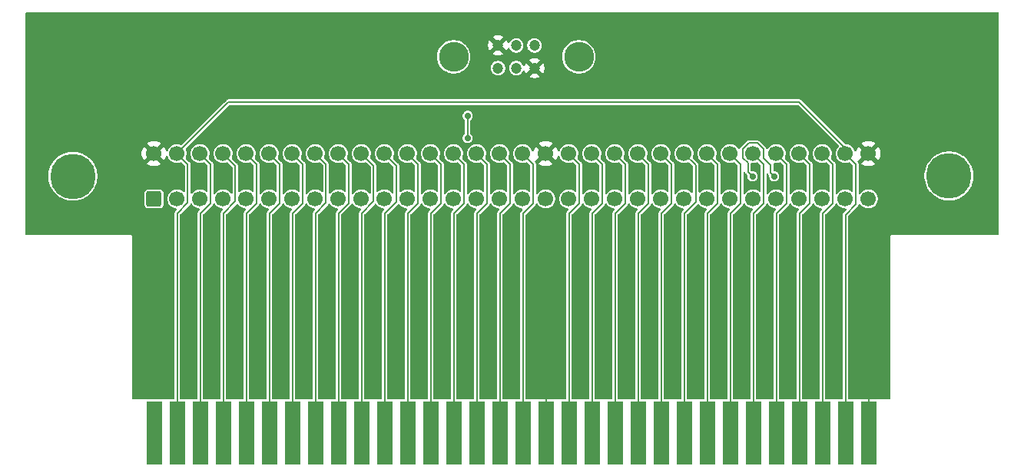
<source format=gbl>
G04 #@! TF.GenerationSoftware,KiCad,Pcbnew,9.0.5*
G04 #@! TF.CreationDate,2025-10-21T18:02:58+01:00*
G04 #@! TF.ProjectId,md-dumper-mega-tech-adapter,6d642d64-756d-4706-9572-2d6d6567612d,rev?*
G04 #@! TF.SameCoordinates,Original*
G04 #@! TF.FileFunction,Copper,L2,Bot*
G04 #@! TF.FilePolarity,Positive*
%FSLAX46Y46*%
G04 Gerber Fmt 4.6, Leading zero omitted, Abs format (unit mm)*
G04 Created by KiCad (PCBNEW 9.0.5) date 2025-10-21 18:02:58*
%MOMM*%
%LPD*%
G01*
G04 APERTURE LIST*
G04 Aperture macros list*
%AMRoundRect*
0 Rectangle with rounded corners*
0 $1 Rounding radius*
0 $2 $3 $4 $5 $6 $7 $8 $9 X,Y pos of 4 corners*
0 Add a 4 corners polygon primitive as box body*
4,1,4,$2,$3,$4,$5,$6,$7,$8,$9,$2,$3,0*
0 Add four circle primitives for the rounded corners*
1,1,$1+$1,$2,$3*
1,1,$1+$1,$4,$5*
1,1,$1+$1,$6,$7*
1,1,$1+$1,$8,$9*
0 Add four rect primitives between the rounded corners*
20,1,$1+$1,$2,$3,$4,$5,0*
20,1,$1+$1,$4,$5,$6,$7,0*
20,1,$1+$1,$6,$7,$8,$9,0*
20,1,$1+$1,$8,$9,$2,$3,0*%
G04 Aperture macros list end*
G04 #@! TA.AperFunction,ComponentPad*
%ADD10C,1.700000*%
G04 #@! TD*
G04 #@! TA.AperFunction,ComponentPad*
%ADD11RoundRect,0.250000X0.600000X-0.600000X0.600000X0.600000X-0.600000X0.600000X-0.600000X-0.600000X0*%
G04 #@! TD*
G04 #@! TA.AperFunction,ComponentPad*
%ADD12C,5.000000*%
G04 #@! TD*
G04 #@! TA.AperFunction,SMDPad,CuDef*
%ADD13R,1.778000X6.985000*%
G04 #@! TD*
G04 #@! TA.AperFunction,ComponentPad*
%ADD14C,1.200000*%
G04 #@! TD*
G04 #@! TA.AperFunction,ComponentPad*
%ADD15C,3.290000*%
G04 #@! TD*
G04 #@! TA.AperFunction,ViaPad*
%ADD16C,0.711200*%
G04 #@! TD*
G04 #@! TA.AperFunction,Conductor*
%ADD17C,0.203200*%
G04 #@! TD*
G04 APERTURE END LIST*
D10*
X106670000Y-95675000D03*
X109210000Y-95675000D03*
X111750000Y-95675000D03*
X114290000Y-95675000D03*
X116830000Y-95675000D03*
X119370000Y-95675000D03*
X121910000Y-95675000D03*
X124450000Y-95675000D03*
X126990000Y-95675000D03*
X129530000Y-95675000D03*
X132070000Y-95675000D03*
X134610000Y-95675000D03*
X137150000Y-95675000D03*
X139690000Y-95675000D03*
X142230000Y-95675000D03*
X144770000Y-95675000D03*
X147310000Y-95675000D03*
X149850000Y-95675000D03*
X152390000Y-95675000D03*
X154930000Y-95675000D03*
X157470000Y-95675000D03*
X160010000Y-95675000D03*
X162550000Y-95675000D03*
X165090000Y-95675000D03*
X167630000Y-95675000D03*
X170170000Y-95675000D03*
X172710000Y-95675000D03*
X175250000Y-95675000D03*
X177790000Y-95675000D03*
X180330000Y-95675000D03*
X182870000Y-95675000D03*
X185410000Y-95675000D03*
D11*
X106670000Y-100675000D03*
D10*
X109210000Y-100675000D03*
X111750000Y-100675000D03*
X114290000Y-100675000D03*
X116830000Y-100675000D03*
X119370000Y-100675000D03*
X121910000Y-100675000D03*
X124450000Y-100675000D03*
X126990000Y-100675000D03*
X129530000Y-100675000D03*
X132070000Y-100675000D03*
X134610000Y-100675000D03*
X137150000Y-100675000D03*
X139690000Y-100675000D03*
X142230000Y-100675000D03*
X144770000Y-100675000D03*
X147310000Y-100675000D03*
X149850000Y-100675000D03*
X152390000Y-100675000D03*
X154930000Y-100675000D03*
X157470000Y-100675000D03*
X160010000Y-100675000D03*
X162550000Y-100675000D03*
X165090000Y-100675000D03*
X167630000Y-100675000D03*
X170170000Y-100675000D03*
X172710000Y-100675000D03*
X175250000Y-100675000D03*
X177790000Y-100675000D03*
X180330000Y-100675000D03*
X182870000Y-100675000D03*
X185410000Y-100675000D03*
D12*
X97730000Y-98175000D03*
X194295000Y-98140000D03*
D13*
X106680000Y-126492000D03*
X109220000Y-126492000D03*
X111760000Y-126492000D03*
X114300000Y-126492000D03*
X116840000Y-126492000D03*
X119380000Y-126492000D03*
X121920000Y-126492000D03*
X124460000Y-126492000D03*
X127000000Y-126492000D03*
X129540000Y-126492000D03*
X132080000Y-126492000D03*
X134620000Y-126492000D03*
X137160000Y-126492000D03*
X139700000Y-126492000D03*
X142240000Y-126492000D03*
X144780000Y-126492000D03*
X147320000Y-126492000D03*
X149860000Y-126492000D03*
X152400000Y-126492000D03*
X154940000Y-126492000D03*
X157480000Y-126492000D03*
X160020000Y-126492000D03*
X162560000Y-126492000D03*
X165100000Y-126492000D03*
X167640000Y-126492000D03*
X170180000Y-126492000D03*
X172720000Y-126492000D03*
X175260000Y-126492000D03*
X177800000Y-126492000D03*
X180340000Y-126492000D03*
X182880000Y-126492000D03*
X185420000Y-126492000D03*
D14*
X148600000Y-83750000D03*
X146600000Y-83750000D03*
X144600000Y-83750000D03*
X148600000Y-86250000D03*
X146600000Y-86250000D03*
X144600000Y-86250000D03*
D15*
X153500000Y-85000000D03*
X139700000Y-85000000D03*
D16*
X141240000Y-93975000D03*
X173890000Y-121450000D03*
X174440000Y-104425000D03*
X173390000Y-102600000D03*
X175740000Y-97325000D03*
X175715000Y-98925000D03*
X171440000Y-103650000D03*
X169465000Y-101975000D03*
X168565000Y-103650000D03*
X168840000Y-121475000D03*
X171440000Y-121475000D03*
X171415000Y-102225000D03*
X159315000Y-103700000D03*
X173140000Y-99175000D03*
X173140000Y-97175000D03*
X177390000Y-97425000D03*
X180140000Y-97425000D03*
X182890000Y-97675000D03*
X174390000Y-93675000D03*
X181390000Y-103675000D03*
X178890000Y-103675000D03*
X176640000Y-103675000D03*
X181640000Y-121425000D03*
X179140000Y-121425000D03*
X176640000Y-121425000D03*
X182140000Y-99425000D03*
X179890000Y-98925000D03*
X177140000Y-98925000D03*
X162390000Y-98675000D03*
X165140000Y-98675000D03*
X150640000Y-87425000D03*
X150640000Y-85175000D03*
X143140000Y-82175000D03*
X143140000Y-85175000D03*
X172640000Y-98175000D03*
X175040000Y-98175000D03*
X135890000Y-103675000D03*
X153890000Y-103675000D03*
X133390000Y-103675000D03*
X148640000Y-103675000D03*
X113140000Y-103675000D03*
X166640000Y-103675000D03*
X161640000Y-103675000D03*
X118390000Y-103675000D03*
X130890000Y-103675000D03*
X151140000Y-103675000D03*
X128390000Y-103675000D03*
X123390000Y-103675000D03*
X143390000Y-103675000D03*
X108140000Y-103675000D03*
X138640000Y-103675000D03*
X146140000Y-103675000D03*
X110640000Y-103675000D03*
X156140000Y-103675000D03*
X120890000Y-103675000D03*
X141140000Y-103675000D03*
X164140000Y-103675000D03*
X125890000Y-103675000D03*
X115890000Y-103675000D03*
X141250000Y-91500000D03*
X143500000Y-121500000D03*
X184000000Y-106500000D03*
X184250000Y-121500000D03*
X166250000Y-121500000D03*
X138250000Y-121500000D03*
X158750000Y-121500000D03*
X163750000Y-121500000D03*
X159250000Y-113250000D03*
X128250000Y-121500000D03*
X117000000Y-91500000D03*
X161250000Y-121500000D03*
X120750000Y-121500000D03*
X156250000Y-121500000D03*
X117000000Y-88750000D03*
X135750000Y-121500000D03*
X108000000Y-121500000D03*
X113000000Y-121500000D03*
X148500000Y-121500000D03*
X123250000Y-121500000D03*
X141000000Y-121500000D03*
X153750000Y-121500000D03*
X118250000Y-121500000D03*
X146000000Y-121500000D03*
X131000000Y-121500000D03*
X147000000Y-88500000D03*
X161500000Y-94250000D03*
X133250000Y-121500000D03*
X110500000Y-121500000D03*
X115750000Y-121500000D03*
X151000000Y-121500000D03*
X125750000Y-121500000D03*
D17*
X141250000Y-91500000D02*
X141250000Y-93965000D01*
X141250000Y-93965000D02*
X141240000Y-93975000D01*
X173186644Y-94524280D02*
X172233356Y-94524280D01*
X174640000Y-97775000D02*
X174640000Y-96925000D01*
X175040000Y-98175000D02*
X174640000Y-97775000D01*
X173860720Y-96145720D02*
X173860720Y-95198356D01*
X172233356Y-94524280D02*
X171559280Y-95198356D01*
X174640000Y-96925000D02*
X173860720Y-96145720D01*
X173860720Y-95198356D02*
X173186644Y-94524280D01*
X171559280Y-95198356D02*
X171559280Y-96151644D01*
X172140000Y-96732364D02*
X172140000Y-97675000D01*
X171559280Y-96151644D02*
X172140000Y-96732364D01*
X172140000Y-97675000D02*
X172640000Y-98175000D01*
X183020000Y-95230000D02*
X177790000Y-90000000D01*
X177790000Y-90000000D02*
X114885000Y-90000000D01*
X114885000Y-90000000D02*
X114590000Y-90295000D01*
X114590000Y-90295000D02*
X109210000Y-95675000D01*
X109220000Y-126492000D02*
X109220000Y-102292364D01*
X110390000Y-96855000D02*
X109210000Y-95675000D01*
X109220000Y-102292364D02*
X110390000Y-101122364D01*
X110390000Y-101122364D02*
X110390000Y-96855000D01*
X111760000Y-126492000D02*
X111760000Y-102292364D01*
X111760000Y-102292364D02*
X112900720Y-101151644D01*
X112900720Y-101151644D02*
X112900720Y-96825720D01*
X112900720Y-96825720D02*
X111750000Y-95675000D01*
X114300000Y-126492000D02*
X114300000Y-102292364D01*
X114300000Y-102292364D02*
X115640000Y-100952364D01*
X115640000Y-100952364D02*
X115640000Y-97025000D01*
X115640000Y-97025000D02*
X114290000Y-95675000D01*
X116840000Y-126492000D02*
X116840000Y-102292364D01*
X116840000Y-102292364D02*
X117980720Y-101151644D01*
X117980720Y-101151644D02*
X117980720Y-96825720D01*
X117980720Y-96825720D02*
X116830000Y-95675000D01*
X119380000Y-102292364D02*
X120520720Y-101151644D01*
X119380000Y-126492000D02*
X119380000Y-102292364D01*
X120520720Y-96825720D02*
X119370000Y-95675000D01*
X120520720Y-101151644D02*
X120520720Y-96825720D01*
X121920000Y-126492000D02*
X121920000Y-102292364D01*
X121920000Y-102292364D02*
X123060720Y-101151644D01*
X123060720Y-101151644D02*
X123060720Y-96825720D01*
X123060720Y-96825720D02*
X121910000Y-95675000D01*
X124460000Y-126492000D02*
X124460000Y-102292364D01*
X124460000Y-102292364D02*
X125640000Y-101112364D01*
X125640000Y-101112364D02*
X125640000Y-96865000D01*
X125640000Y-96865000D02*
X124450000Y-95675000D01*
X127000000Y-126492000D02*
X127000000Y-102292364D01*
X127000000Y-102292364D02*
X128140000Y-101152364D01*
X128140000Y-101152364D02*
X128140000Y-96825000D01*
X128140000Y-96825000D02*
X126990000Y-95675000D01*
X129540000Y-126492000D02*
X129540000Y-102292364D01*
X129540000Y-102292364D02*
X130890000Y-100942364D01*
X130890000Y-100942364D02*
X130890000Y-97035000D01*
X130890000Y-97035000D02*
X129530000Y-95675000D01*
X132080000Y-126492000D02*
X132080000Y-102292364D01*
X133390000Y-96995000D02*
X132070000Y-95675000D01*
X132080000Y-102292364D02*
X133390000Y-100982364D01*
X133390000Y-100982364D02*
X133390000Y-96995000D01*
X134620000Y-102292364D02*
X135760720Y-101151644D01*
X135760720Y-96825720D02*
X134610000Y-95675000D01*
X134620000Y-126492000D02*
X134620000Y-102292364D01*
X135760720Y-101151644D02*
X135760720Y-96825720D01*
X137160000Y-102292364D02*
X138300720Y-101151644D01*
X137160000Y-126492000D02*
X137160000Y-102292364D01*
X138300720Y-101151644D02*
X138300720Y-96825720D01*
X138300720Y-96825720D02*
X137150000Y-95675000D01*
X139700000Y-102292364D02*
X140840720Y-101151644D01*
X140840720Y-101151644D02*
X140840720Y-96825720D01*
X139700000Y-126492000D02*
X139700000Y-102292364D01*
X140840720Y-96825720D02*
X139690000Y-95675000D01*
X142240000Y-126492000D02*
X142240000Y-102292364D01*
X142240000Y-102292364D02*
X143380720Y-101151644D01*
X143380720Y-101151644D02*
X143380720Y-96825720D01*
X143380720Y-96825720D02*
X142230000Y-95675000D01*
X144780000Y-126492000D02*
X144780000Y-102292364D01*
X145920720Y-101151644D02*
X145920720Y-96825720D01*
X144780000Y-102292364D02*
X145920720Y-101151644D01*
X145920720Y-96825720D02*
X144770000Y-95675000D01*
X149860000Y-126492000D02*
X149860000Y-102292364D01*
X149860000Y-102292364D02*
X151000720Y-101151644D01*
X151000720Y-101151644D02*
X151000720Y-96825720D01*
X151000720Y-96825720D02*
X149850000Y-95675000D01*
X147320000Y-126492000D02*
X147320000Y-102312364D01*
X147320000Y-102312364D02*
X148460720Y-101171644D01*
X148460720Y-96825720D02*
X147310000Y-95675000D01*
X148460720Y-101171644D02*
X148460720Y-96825720D01*
X152400000Y-102292364D02*
X153540720Y-101151644D01*
X153540720Y-96825720D02*
X152390000Y-95675000D01*
X152400000Y-126492000D02*
X152400000Y-102292364D01*
X153540720Y-101151644D02*
X153540720Y-96825720D01*
X154940000Y-126492000D02*
X154940000Y-102292364D01*
X156080720Y-101151644D02*
X156080720Y-96825720D01*
X154940000Y-102292364D02*
X156080720Y-101151644D01*
X156080720Y-96825720D02*
X154930000Y-95675000D01*
X157480000Y-102292364D02*
X158620720Y-101151644D01*
X157480000Y-126492000D02*
X157480000Y-102292364D01*
X158620720Y-101151644D02*
X158620720Y-96825720D01*
X158620720Y-96825720D02*
X157470000Y-95675000D01*
X160020000Y-126492000D02*
X160020000Y-102292364D01*
X160020000Y-102292364D02*
X161160720Y-101151644D01*
X161160720Y-101151644D02*
X161160720Y-96825720D01*
X161160720Y-96825720D02*
X160010000Y-95675000D01*
X162560000Y-126492000D02*
X162560000Y-102292364D01*
X162560000Y-102292364D02*
X163700720Y-101151644D01*
X163700720Y-101151644D02*
X163700720Y-96825720D01*
X163700720Y-96825720D02*
X162550000Y-95675000D01*
X165100000Y-126492000D02*
X165100000Y-102292364D01*
X165100000Y-102292364D02*
X166390000Y-101002364D01*
X166390000Y-101002364D02*
X166390000Y-96975000D01*
X166390000Y-96975000D02*
X165090000Y-95675000D01*
X167640000Y-126492000D02*
X167640000Y-102292364D01*
X167640000Y-102292364D02*
X168780720Y-101151644D01*
X168780720Y-101151644D02*
X168780720Y-96825720D01*
X168780720Y-96825720D02*
X167630000Y-95675000D01*
X170180000Y-126492000D02*
X170180000Y-102292364D01*
X170180000Y-102292364D02*
X171320720Y-101151644D01*
X171320720Y-101151644D02*
X171320720Y-96825720D01*
X171320720Y-96825720D02*
X170170000Y-95675000D01*
X172720000Y-102292364D02*
X173860720Y-101151644D01*
X172720000Y-126492000D02*
X172720000Y-102292364D01*
X173860720Y-101151644D02*
X173860720Y-96825720D01*
X173860720Y-96825720D02*
X172710000Y-95675000D01*
X175260000Y-126492000D02*
X175260000Y-102292364D01*
X175260000Y-102292364D02*
X176400720Y-101151644D01*
X176400720Y-101151644D02*
X176400720Y-96825720D01*
X176400720Y-96825720D02*
X175250000Y-95675000D01*
X177800000Y-126492000D02*
X177800000Y-102292364D01*
X178940720Y-101151644D02*
X178940720Y-96825720D01*
X178940720Y-96825720D02*
X177790000Y-95675000D01*
X177800000Y-102292364D02*
X178940720Y-101151644D01*
X180340000Y-126492000D02*
X180340000Y-102292364D01*
X180340000Y-102292364D02*
X181480720Y-101151644D01*
X181480720Y-101151644D02*
X181480720Y-96825720D01*
X181480720Y-96825720D02*
X180330000Y-95675000D01*
X182880000Y-126492000D02*
X182880000Y-102435000D01*
X184020720Y-96825720D02*
X182870000Y-95675000D01*
X182880000Y-102435000D02*
X184020720Y-101294280D01*
X184020720Y-101294280D02*
X184020720Y-96825720D01*
X185420000Y-126492000D02*
X185420000Y-102292364D01*
X185420000Y-102292364D02*
X186560720Y-101151644D01*
X186560720Y-101151644D02*
X186560720Y-96825720D01*
X186560720Y-96825720D02*
X185410000Y-95675000D01*
X144780000Y-126492000D02*
X145250000Y-126022000D01*
X154940000Y-126492000D02*
X155500000Y-125932000D01*
G04 #@! TA.AperFunction,Conductor*
G36*
X199732539Y-80120185D02*
G01*
X199778294Y-80172989D01*
X199789500Y-80224500D01*
X199789500Y-104525500D01*
X199769815Y-104592539D01*
X199717011Y-104638294D01*
X199665500Y-104649500D01*
X187940007Y-104649500D01*
X187903071Y-104664799D01*
X187874799Y-104693071D01*
X187859500Y-104730007D01*
X187859500Y-122626000D01*
X187839815Y-122693039D01*
X187787011Y-122738794D01*
X187735500Y-122750000D01*
X183304220Y-122750000D01*
X183237181Y-122730315D01*
X183191426Y-122677511D01*
X183180220Y-122626000D01*
X183180220Y-102610716D01*
X183199905Y-102543677D01*
X183216534Y-102523039D01*
X184194850Y-101544723D01*
X184194855Y-101544720D01*
X184205058Y-101534516D01*
X184205060Y-101534516D01*
X184260956Y-101478620D01*
X184300481Y-101410161D01*
X184309220Y-101377548D01*
X184313226Y-101362599D01*
X184316486Y-101350428D01*
X184320941Y-101333804D01*
X184320941Y-101333796D01*
X184322002Y-101325745D01*
X184325391Y-101326191D01*
X184340626Y-101274308D01*
X184393430Y-101228553D01*
X184462588Y-101218609D01*
X184526144Y-101247634D01*
X184548043Y-101272456D01*
X184595483Y-101343455D01*
X184595486Y-101343459D01*
X184741540Y-101489513D01*
X184741544Y-101489516D01*
X184913285Y-101604271D01*
X184913298Y-101604278D01*
X185086722Y-101676112D01*
X185104129Y-101683322D01*
X185306715Y-101723619D01*
X185306718Y-101723620D01*
X185306720Y-101723620D01*
X185513282Y-101723620D01*
X185513283Y-101723619D01*
X185715871Y-101683322D01*
X185906708Y-101604275D01*
X186078456Y-101489516D01*
X186224516Y-101343456D01*
X186339275Y-101171708D01*
X186418322Y-100980871D01*
X186458620Y-100778280D01*
X186458620Y-100571720D01*
X186458620Y-100571717D01*
X186458619Y-100571715D01*
X186418323Y-100369136D01*
X186418322Y-100369129D01*
X186344280Y-100190375D01*
X186339278Y-100178298D01*
X186339271Y-100178285D01*
X186224516Y-100006544D01*
X186224513Y-100006540D01*
X186078459Y-99860486D01*
X186078455Y-99860483D01*
X185906714Y-99745728D01*
X185906701Y-99745721D01*
X185715875Y-99666679D01*
X185715863Y-99666676D01*
X185513283Y-99626380D01*
X185513280Y-99626380D01*
X185306720Y-99626380D01*
X185306717Y-99626380D01*
X185104136Y-99666676D01*
X185104124Y-99666679D01*
X184913298Y-99745721D01*
X184913285Y-99745728D01*
X184741544Y-99860483D01*
X184741540Y-99860486D01*
X184595486Y-100006540D01*
X184548042Y-100077545D01*
X184494429Y-100122349D01*
X184425104Y-100131056D01*
X184362077Y-100100901D01*
X184325358Y-100041458D01*
X184320940Y-100008653D01*
X184320940Y-97988444D01*
X191596380Y-97988444D01*
X191596380Y-98291555D01*
X191630315Y-98592735D01*
X191630317Y-98592751D01*
X191697762Y-98888250D01*
X191697766Y-98888262D01*
X191797869Y-99174337D01*
X191797878Y-99174359D01*
X191929379Y-99447424D01*
X191929383Y-99447430D01*
X192090643Y-99704074D01*
X192225254Y-99872871D01*
X192279386Y-99940751D01*
X192279625Y-99941050D01*
X192493950Y-100155375D01*
X192730926Y-100344357D01*
X192987570Y-100505617D01*
X192987575Y-100505620D01*
X193260640Y-100637121D01*
X193260649Y-100637124D01*
X193260656Y-100637128D01*
X193260662Y-100637130D01*
X193546737Y-100737233D01*
X193546749Y-100737237D01*
X193842252Y-100804683D01*
X194143445Y-100838619D01*
X194143446Y-100838620D01*
X194143449Y-100838620D01*
X194446554Y-100838620D01*
X194446554Y-100838619D01*
X194747748Y-100804683D01*
X195043251Y-100737237D01*
X195329344Y-100637128D01*
X195465166Y-100571720D01*
X195602424Y-100505620D01*
X195602424Y-100505619D01*
X195602430Y-100505617D01*
X195859074Y-100344357D01*
X196096050Y-100155375D01*
X196310375Y-99941050D01*
X196499357Y-99704074D01*
X196660617Y-99447430D01*
X196775273Y-99209344D01*
X196792121Y-99174359D01*
X196792122Y-99174355D01*
X196792128Y-99174344D01*
X196892237Y-98888251D01*
X196959683Y-98592748D01*
X196993620Y-98291551D01*
X196993620Y-97988449D01*
X196959683Y-97687252D01*
X196892237Y-97391749D01*
X196792128Y-97105656D01*
X196792124Y-97105649D01*
X196792121Y-97105640D01*
X196660620Y-96832575D01*
X196646852Y-96810663D01*
X196499357Y-96575926D01*
X196310375Y-96338950D01*
X196096050Y-96124625D01*
X195859074Y-95935643D01*
X195658126Y-95809379D01*
X195602424Y-95774379D01*
X195329359Y-95642878D01*
X195329337Y-95642869D01*
X195043262Y-95542766D01*
X195043250Y-95542762D01*
X194747751Y-95475317D01*
X194747735Y-95475315D01*
X194446555Y-95441380D01*
X194446551Y-95441380D01*
X194143449Y-95441380D01*
X194143444Y-95441380D01*
X193842264Y-95475315D01*
X193842248Y-95475317D01*
X193546749Y-95542762D01*
X193546737Y-95542766D01*
X193260662Y-95642869D01*
X193260640Y-95642878D01*
X192987575Y-95774379D01*
X192730927Y-95935642D01*
X192493950Y-96124624D01*
X192279624Y-96338950D01*
X192090642Y-96575927D01*
X191929379Y-96832575D01*
X191797878Y-97105640D01*
X191797869Y-97105662D01*
X191697766Y-97391737D01*
X191697762Y-97391749D01*
X191630317Y-97687248D01*
X191630315Y-97687264D01*
X191596380Y-97988444D01*
X184320940Y-97988444D01*
X184320940Y-96878622D01*
X184320940Y-96865248D01*
X184320941Y-96865245D01*
X184320941Y-96786196D01*
X184300481Y-96709839D01*
X184283634Y-96680660D01*
X184260956Y-96641380D01*
X184253680Y-96634104D01*
X184246433Y-96622781D01*
X184240264Y-96601627D01*
X184229706Y-96582292D01*
X184230674Y-96568745D01*
X184226872Y-96555705D01*
X184233118Y-96534575D01*
X184234690Y-96512600D01*
X184243810Y-96498408D01*
X184246680Y-96488702D01*
X184254246Y-96482169D01*
X184263191Y-96468253D01*
X184927036Y-95804407D01*
X184944075Y-95867993D01*
X185009901Y-95982007D01*
X185102993Y-96075099D01*
X185217007Y-96140925D01*
X185280590Y-96157962D01*
X184648282Y-96790269D01*
X184648282Y-96790270D01*
X184702449Y-96829624D01*
X184891782Y-96926095D01*
X185093870Y-96991757D01*
X185303754Y-97025000D01*
X185516246Y-97025000D01*
X185726127Y-96991757D01*
X185726130Y-96991757D01*
X185928217Y-96926095D01*
X186117554Y-96829622D01*
X186171716Y-96790270D01*
X186171717Y-96790270D01*
X185539408Y-96157962D01*
X185602993Y-96140925D01*
X185717007Y-96075099D01*
X185810099Y-95982007D01*
X185875925Y-95867993D01*
X185892962Y-95804409D01*
X186525270Y-96436717D01*
X186525270Y-96436716D01*
X186564622Y-96382554D01*
X186661095Y-96193217D01*
X186726757Y-95991130D01*
X186726757Y-95991127D01*
X186760000Y-95781246D01*
X186760000Y-95568753D01*
X186726757Y-95358872D01*
X186726757Y-95358869D01*
X186661095Y-95156782D01*
X186564624Y-94967449D01*
X186525270Y-94913282D01*
X186525269Y-94913282D01*
X185892962Y-95545590D01*
X185875925Y-95482007D01*
X185810099Y-95367993D01*
X185717007Y-95274901D01*
X185602993Y-95209075D01*
X185539409Y-95192037D01*
X186171716Y-94559728D01*
X186117550Y-94520375D01*
X185928217Y-94423904D01*
X185726129Y-94358242D01*
X185516246Y-94325000D01*
X185303754Y-94325000D01*
X185093872Y-94358242D01*
X185093869Y-94358242D01*
X184891782Y-94423904D01*
X184702439Y-94520380D01*
X184648282Y-94559727D01*
X184648282Y-94559728D01*
X185280591Y-95192037D01*
X185217007Y-95209075D01*
X185102993Y-95274901D01*
X185009901Y-95367993D01*
X184944075Y-95482007D01*
X184927037Y-95545591D01*
X184294728Y-94913282D01*
X184294727Y-94913282D01*
X184255380Y-94967439D01*
X184158904Y-95156783D01*
X184100762Y-95335727D01*
X184061325Y-95393403D01*
X183996966Y-95420601D01*
X183928120Y-95408686D01*
X183876644Y-95361442D01*
X183868270Y-95344861D01*
X183799278Y-95178298D01*
X183799271Y-95178285D01*
X183684516Y-95006544D01*
X183684513Y-95006540D01*
X183538459Y-94860486D01*
X183538455Y-94860483D01*
X183366714Y-94745728D01*
X183366705Y-94745723D01*
X183308340Y-94721548D01*
X183308338Y-94721547D01*
X183175875Y-94666679D01*
X183175863Y-94666676D01*
X182973283Y-94626380D01*
X182973280Y-94626380D01*
X182892317Y-94626380D01*
X182825278Y-94606695D01*
X182804636Y-94590061D01*
X178037306Y-89822731D01*
X178037304Y-89822728D01*
X177974342Y-89759766D01*
X177974340Y-89759764D01*
X177905881Y-89720239D01*
X177829524Y-89699779D01*
X177750476Y-89699779D01*
X177742880Y-89699779D01*
X177742864Y-89699780D01*
X114932136Y-89699780D01*
X114932120Y-89699779D01*
X114924524Y-89699779D01*
X114845476Y-89699779D01*
X114769119Y-89720239D01*
X114769117Y-89720239D01*
X114769117Y-89720240D01*
X114700660Y-89759764D01*
X114700657Y-89759766D01*
X114644762Y-89815662D01*
X114405661Y-90054764D01*
X109770945Y-94689478D01*
X109709622Y-94722963D01*
X109639930Y-94717979D01*
X109635812Y-94716358D01*
X109515875Y-94666679D01*
X109515863Y-94666676D01*
X109313283Y-94626380D01*
X109313280Y-94626380D01*
X109106720Y-94626380D01*
X109106717Y-94626380D01*
X108904136Y-94666676D01*
X108904124Y-94666679D01*
X108713298Y-94745721D01*
X108713285Y-94745728D01*
X108541544Y-94860483D01*
X108541540Y-94860486D01*
X108395486Y-95006540D01*
X108395483Y-95006544D01*
X108280728Y-95178285D01*
X108280723Y-95178295D01*
X108211729Y-95344862D01*
X108167888Y-95399265D01*
X108101594Y-95421330D01*
X108033894Y-95404051D01*
X107986284Y-95352913D01*
X107979237Y-95335726D01*
X107921096Y-95156784D01*
X107824624Y-94967449D01*
X107785270Y-94913282D01*
X107785269Y-94913282D01*
X107152962Y-95545590D01*
X107135925Y-95482007D01*
X107070099Y-95367993D01*
X106977007Y-95274901D01*
X106862993Y-95209075D01*
X106799409Y-95192037D01*
X107431716Y-94559728D01*
X107377550Y-94520375D01*
X107188217Y-94423904D01*
X106986129Y-94358242D01*
X106776246Y-94325000D01*
X106563754Y-94325000D01*
X106353872Y-94358242D01*
X106353869Y-94358242D01*
X106151782Y-94423904D01*
X105962439Y-94520380D01*
X105908282Y-94559727D01*
X105908282Y-94559728D01*
X106540591Y-95192037D01*
X106477007Y-95209075D01*
X106362993Y-95274901D01*
X106269901Y-95367993D01*
X106204075Y-95482007D01*
X106187037Y-95545591D01*
X105554728Y-94913282D01*
X105554727Y-94913282D01*
X105515380Y-94967439D01*
X105418904Y-95156782D01*
X105353242Y-95358869D01*
X105353242Y-95358872D01*
X105320000Y-95568753D01*
X105320000Y-95781246D01*
X105353242Y-95991127D01*
X105353242Y-95991130D01*
X105418904Y-96193217D01*
X105515375Y-96382550D01*
X105554728Y-96436716D01*
X106187037Y-95804408D01*
X106204075Y-95867993D01*
X106269901Y-95982007D01*
X106362993Y-96075099D01*
X106477007Y-96140925D01*
X106540590Y-96157962D01*
X105908282Y-96790269D01*
X105908282Y-96790270D01*
X105962449Y-96829624D01*
X106151782Y-96926095D01*
X106353870Y-96991757D01*
X106563754Y-97025000D01*
X106776246Y-97025000D01*
X106986127Y-96991757D01*
X106986130Y-96991757D01*
X107188217Y-96926095D01*
X107377554Y-96829622D01*
X107431716Y-96790270D01*
X107431717Y-96790270D01*
X106799408Y-96157962D01*
X106862993Y-96140925D01*
X106977007Y-96075099D01*
X107070099Y-95982007D01*
X107135925Y-95867993D01*
X107152962Y-95804409D01*
X107785270Y-96436717D01*
X107785270Y-96436716D01*
X107824622Y-96382554D01*
X107921096Y-96193215D01*
X107979237Y-96014273D01*
X108018674Y-95956597D01*
X108083032Y-95929398D01*
X108151879Y-95941312D01*
X108203355Y-95988556D01*
X108211729Y-96005137D01*
X108280723Y-96171705D01*
X108280728Y-96171714D01*
X108395483Y-96343455D01*
X108395486Y-96343459D01*
X108541540Y-96489513D01*
X108541544Y-96489516D01*
X108713285Y-96604271D01*
X108713298Y-96604278D01*
X108903622Y-96683112D01*
X108904129Y-96683322D01*
X109106715Y-96723619D01*
X109106718Y-96723620D01*
X109106720Y-96723620D01*
X109313282Y-96723620D01*
X109313283Y-96723619D01*
X109515871Y-96683322D01*
X109635815Y-96633639D01*
X109705280Y-96626171D01*
X109767759Y-96657445D01*
X109770945Y-96660520D01*
X110053461Y-96943036D01*
X110086946Y-97004359D01*
X110089780Y-97030717D01*
X110089780Y-99772445D01*
X110070095Y-99839484D01*
X110017291Y-99885239D01*
X109948133Y-99895183D01*
X109884577Y-99866158D01*
X109878684Y-99860671D01*
X109878455Y-99860483D01*
X109706714Y-99745728D01*
X109706701Y-99745721D01*
X109515875Y-99666679D01*
X109515863Y-99666676D01*
X109313283Y-99626380D01*
X109313280Y-99626380D01*
X109106720Y-99626380D01*
X109106717Y-99626380D01*
X108904136Y-99666676D01*
X108904124Y-99666679D01*
X108713298Y-99745721D01*
X108713285Y-99745728D01*
X108541544Y-99860483D01*
X108541540Y-99860486D01*
X108395486Y-100006540D01*
X108395483Y-100006544D01*
X108280728Y-100178285D01*
X108280721Y-100178298D01*
X108201679Y-100369124D01*
X108201676Y-100369136D01*
X108161380Y-100571715D01*
X108161380Y-100778284D01*
X108201676Y-100980863D01*
X108201679Y-100980875D01*
X108280721Y-101171701D01*
X108280728Y-101171714D01*
X108395483Y-101343455D01*
X108395486Y-101343459D01*
X108541540Y-101489513D01*
X108541544Y-101489516D01*
X108713285Y-101604271D01*
X108713298Y-101604278D01*
X108886722Y-101676112D01*
X108904129Y-101683322D01*
X109012983Y-101704974D01*
X109093924Y-101721075D01*
X109102928Y-101725784D01*
X109113066Y-101726510D01*
X109133368Y-101741707D01*
X109155835Y-101753460D01*
X109160863Y-101762289D01*
X109169000Y-101768381D01*
X109177862Y-101792142D01*
X109190409Y-101814175D01*
X109189865Y-101824322D01*
X109193417Y-101833845D01*
X109188027Y-101858621D01*
X109186670Y-101883945D01*
X109180329Y-101894007D01*
X109178565Y-101902118D01*
X109157415Y-101930373D01*
X109035662Y-102052126D01*
X109035661Y-102052126D01*
X109035660Y-102052127D01*
X108979766Y-102108021D01*
X108979764Y-102108024D01*
X108952504Y-102155239D01*
X108952503Y-102155239D01*
X108940242Y-102176476D01*
X108940239Y-102176481D01*
X108934881Y-102196480D01*
X108919779Y-102252840D01*
X108919779Y-102252842D01*
X108919779Y-102341877D01*
X108919780Y-102341890D01*
X108919780Y-122626000D01*
X108900095Y-122693039D01*
X108847291Y-122738794D01*
X108795780Y-122750000D01*
X104364500Y-122750000D01*
X104297461Y-122730315D01*
X104251706Y-122677511D01*
X104240500Y-122626000D01*
X104240500Y-104730010D01*
X104240499Y-104730007D01*
X104225200Y-104693071D01*
X104196928Y-104664799D01*
X104159992Y-104649500D01*
X104159991Y-104649500D01*
X92614500Y-104649500D01*
X92547461Y-104629815D01*
X92501706Y-104577011D01*
X92490500Y-104525500D01*
X92490500Y-98023444D01*
X95031380Y-98023444D01*
X95031380Y-98326555D01*
X95065315Y-98627735D01*
X95065317Y-98627751D01*
X95132762Y-98923250D01*
X95132766Y-98923262D01*
X95232869Y-99209337D01*
X95232878Y-99209359D01*
X95364379Y-99482424D01*
X95364383Y-99482430D01*
X95525643Y-99739074D01*
X95714625Y-99976050D01*
X95928950Y-100190375D01*
X96165926Y-100379357D01*
X96366868Y-100505617D01*
X96422575Y-100540620D01*
X96695640Y-100672121D01*
X96695649Y-100672124D01*
X96695656Y-100672128D01*
X96695662Y-100672130D01*
X96981737Y-100772233D01*
X96981749Y-100772237D01*
X97277252Y-100839683D01*
X97578445Y-100873619D01*
X97578446Y-100873620D01*
X97578449Y-100873620D01*
X97881554Y-100873620D01*
X97881554Y-100873619D01*
X98182748Y-100839683D01*
X98478251Y-100772237D01*
X98764344Y-100672128D01*
X98837019Y-100637130D01*
X99037424Y-100540620D01*
X99037424Y-100540619D01*
X99037430Y-100540617D01*
X99294074Y-100379357D01*
X99531050Y-100190375D01*
X99700467Y-100020958D01*
X105621380Y-100020958D01*
X105621380Y-101329034D01*
X105624221Y-101359345D01*
X105668887Y-101486992D01*
X105668888Y-101486994D01*
X105694788Y-101522087D01*
X105749194Y-101595805D01*
X105760671Y-101604275D01*
X105858006Y-101676112D01*
X105878611Y-101683322D01*
X105985646Y-101720776D01*
X105985650Y-101720776D01*
X105985654Y-101720778D01*
X106015963Y-101723620D01*
X107324036Y-101723619D01*
X107354346Y-101720778D01*
X107481994Y-101676112D01*
X107590805Y-101595805D01*
X107671112Y-101486994D01*
X107709409Y-101377548D01*
X107715776Y-101359353D01*
X107715776Y-101359350D01*
X107715778Y-101359346D01*
X107718620Y-101329037D01*
X107718619Y-100020964D01*
X107715778Y-99990654D01*
X107671112Y-99863006D01*
X107630958Y-99808600D01*
X107590805Y-99754194D01*
X107517087Y-99699788D01*
X107481994Y-99673888D01*
X107481992Y-99673887D01*
X107354353Y-99629223D01*
X107354341Y-99629221D01*
X107324041Y-99626380D01*
X106015965Y-99626380D01*
X105985654Y-99629221D01*
X105858007Y-99673887D01*
X105749194Y-99754194D01*
X105668887Y-99863007D01*
X105624223Y-99990646D01*
X105624221Y-99990658D01*
X105621380Y-100020958D01*
X99700467Y-100020958D01*
X99745375Y-99976050D01*
X99934357Y-99739074D01*
X100095617Y-99482430D01*
X100227128Y-99209344D01*
X100327237Y-98923251D01*
X100394683Y-98627748D01*
X100428620Y-98326551D01*
X100428620Y-98023449D01*
X100394683Y-97722252D01*
X100327237Y-97426749D01*
X100227128Y-97140656D01*
X100227124Y-97140649D01*
X100227121Y-97140640D01*
X100095620Y-96867575D01*
X100094156Y-96865245D01*
X99934357Y-96610926D01*
X99745375Y-96373950D01*
X99531050Y-96159625D01*
X99294074Y-95970643D01*
X99037430Y-95809383D01*
X99037431Y-95809383D01*
X99037424Y-95809379D01*
X98764355Y-95677876D01*
X98764341Y-95677870D01*
X98478262Y-95577766D01*
X98478250Y-95577762D01*
X98182751Y-95510317D01*
X98182735Y-95510315D01*
X97881555Y-95476380D01*
X97881551Y-95476380D01*
X97578449Y-95476380D01*
X97578444Y-95476380D01*
X97277264Y-95510315D01*
X97277248Y-95510317D01*
X96981749Y-95577762D01*
X96981737Y-95577766D01*
X96695662Y-95677869D01*
X96695640Y-95677878D01*
X96422575Y-95809379D01*
X96165927Y-95970642D01*
X95928950Y-96159624D01*
X95714624Y-96373950D01*
X95525642Y-96610927D01*
X95364379Y-96867575D01*
X95232878Y-97140640D01*
X95232869Y-97140662D01*
X95132766Y-97426737D01*
X95132762Y-97426749D01*
X95065317Y-97722248D01*
X95065315Y-97722264D01*
X95031380Y-98023444D01*
X92490500Y-98023444D01*
X92490500Y-87186289D01*
X148017261Y-87186289D01*
X148017262Y-87186290D01*
X148023471Y-87190801D01*
X148177742Y-87269408D01*
X148342415Y-87322914D01*
X148513429Y-87350000D01*
X148686571Y-87350000D01*
X148857584Y-87322914D01*
X149022257Y-87269408D01*
X149176525Y-87190803D01*
X149182736Y-87186289D01*
X149182737Y-87186289D01*
X148600001Y-86603553D01*
X148600000Y-86603553D01*
X148017261Y-87186289D01*
X92490500Y-87186289D01*
X92490500Y-84879169D01*
X137856380Y-84879169D01*
X137856380Y-85120830D01*
X137856381Y-85120846D01*
X137881177Y-85309193D01*
X137887925Y-85360444D01*
X137936646Y-85542275D01*
X137950476Y-85593886D01*
X137950480Y-85593899D01*
X138042954Y-85817153D01*
X138042959Y-85817162D01*
X138163797Y-86026458D01*
X138163802Y-86026464D01*
X138163803Y-86026466D01*
X138310917Y-86218190D01*
X138310923Y-86218197D01*
X138481802Y-86389076D01*
X138481808Y-86389081D01*
X138673542Y-86536203D01*
X138882838Y-86657041D01*
X138882841Y-86657042D01*
X138882846Y-86657045D01*
X139106100Y-86749519D01*
X139106105Y-86749520D01*
X139106116Y-86749525D01*
X139339556Y-86812075D01*
X139579163Y-86843620D01*
X139579170Y-86843620D01*
X139820830Y-86843620D01*
X139820837Y-86843620D01*
X140060444Y-86812075D01*
X140293884Y-86749525D01*
X140293896Y-86749519D01*
X140293899Y-86749519D01*
X140517153Y-86657045D01*
X140517154Y-86657043D01*
X140517162Y-86657041D01*
X140726458Y-86536203D01*
X140918192Y-86389081D01*
X140978614Y-86328659D01*
X143801379Y-86328659D01*
X143832069Y-86482943D01*
X143832072Y-86482953D01*
X143892268Y-86628281D01*
X143892275Y-86628294D01*
X143979670Y-86759089D01*
X143979673Y-86759093D01*
X144090906Y-86870326D01*
X144090910Y-86870329D01*
X144221705Y-86957724D01*
X144221718Y-86957731D01*
X144367046Y-87017927D01*
X144367051Y-87017929D01*
X144367055Y-87017929D01*
X144367056Y-87017930D01*
X144521340Y-87048620D01*
X144521343Y-87048620D01*
X144678659Y-87048620D01*
X144782458Y-87027972D01*
X144832949Y-87017929D01*
X144978288Y-86957728D01*
X145109090Y-86870329D01*
X145220329Y-86759090D01*
X145307728Y-86628288D01*
X145367929Y-86482949D01*
X145398620Y-86328659D01*
X145801379Y-86328659D01*
X145832069Y-86482943D01*
X145832072Y-86482953D01*
X145892268Y-86628281D01*
X145892275Y-86628294D01*
X145979670Y-86759089D01*
X145979673Y-86759093D01*
X146090906Y-86870326D01*
X146090910Y-86870329D01*
X146221705Y-86957724D01*
X146221718Y-86957731D01*
X146367046Y-87017927D01*
X146367051Y-87017929D01*
X146367055Y-87017929D01*
X146367056Y-87017930D01*
X146521340Y-87048620D01*
X146521343Y-87048620D01*
X146678659Y-87048620D01*
X146756330Y-87033169D01*
X146832949Y-87017929D01*
X146978288Y-86957728D01*
X147109090Y-86870329D01*
X147220329Y-86759090D01*
X147307728Y-86628288D01*
X147324009Y-86588981D01*
X147367849Y-86534579D01*
X147434143Y-86512513D01*
X147501842Y-86529791D01*
X147549453Y-86580928D01*
X147556501Y-86598115D01*
X147580592Y-86672259D01*
X147659196Y-86826525D01*
X147663709Y-86832736D01*
X147663709Y-86832737D01*
X148246446Y-86250000D01*
X148246446Y-86249999D01*
X148200369Y-86203922D01*
X148250000Y-86203922D01*
X148250000Y-86296078D01*
X148273852Y-86385095D01*
X148319930Y-86464905D01*
X148385095Y-86530070D01*
X148464905Y-86576148D01*
X148553922Y-86600000D01*
X148646078Y-86600000D01*
X148735095Y-86576148D01*
X148814905Y-86530070D01*
X148880070Y-86464905D01*
X148926148Y-86385095D01*
X148950000Y-86296078D01*
X148950000Y-86249999D01*
X148953553Y-86249999D01*
X148953553Y-86250000D01*
X149536289Y-86832736D01*
X149540803Y-86826525D01*
X149619408Y-86672257D01*
X149672914Y-86507584D01*
X149700000Y-86336571D01*
X149700000Y-86163428D01*
X149672914Y-85992415D01*
X149619408Y-85827742D01*
X149540801Y-85673471D01*
X149536290Y-85667262D01*
X149536289Y-85667261D01*
X148953553Y-86249999D01*
X148950000Y-86249999D01*
X148950000Y-86203922D01*
X148926148Y-86114905D01*
X148880070Y-86035095D01*
X148814905Y-85969930D01*
X148735095Y-85923852D01*
X148646078Y-85900000D01*
X148553922Y-85900000D01*
X148464905Y-85923852D01*
X148385095Y-85969930D01*
X148319930Y-86035095D01*
X148273852Y-86114905D01*
X148250000Y-86203922D01*
X148200369Y-86203922D01*
X147663709Y-85667261D01*
X147663708Y-85667261D01*
X147659203Y-85673463D01*
X147659193Y-85673480D01*
X147580593Y-85827738D01*
X147556501Y-85901885D01*
X147517062Y-85959560D01*
X147452703Y-85986757D01*
X147383857Y-85974842D01*
X147332382Y-85927597D01*
X147324009Y-85911017D01*
X147307731Y-85871718D01*
X147307724Y-85871705D01*
X147220329Y-85740910D01*
X147220326Y-85740906D01*
X147109093Y-85629673D01*
X147109089Y-85629670D01*
X146978294Y-85542275D01*
X146978281Y-85542268D01*
X146832953Y-85482072D01*
X146832942Y-85482069D01*
X146678659Y-85451380D01*
X146678657Y-85451380D01*
X146521343Y-85451380D01*
X146521341Y-85451380D01*
X146367056Y-85482069D01*
X146367046Y-85482072D01*
X146221718Y-85542268D01*
X146221705Y-85542275D01*
X146090910Y-85629670D01*
X146090906Y-85629673D01*
X145979673Y-85740906D01*
X145979670Y-85740910D01*
X145892275Y-85871705D01*
X145892268Y-85871718D01*
X145832072Y-86017046D01*
X145832069Y-86017056D01*
X145801380Y-86171340D01*
X145801380Y-86171343D01*
X145801380Y-86328657D01*
X145801380Y-86328659D01*
X145801379Y-86328659D01*
X145398620Y-86328659D01*
X145398620Y-86328657D01*
X145398620Y-86171343D01*
X145398620Y-86171340D01*
X145367930Y-86017056D01*
X145367929Y-86017055D01*
X145367929Y-86017051D01*
X145367927Y-86017046D01*
X145307731Y-85871718D01*
X145307724Y-85871705D01*
X145220329Y-85740910D01*
X145220326Y-85740906D01*
X145109093Y-85629673D01*
X145109089Y-85629670D01*
X144978294Y-85542275D01*
X144978281Y-85542268D01*
X144832953Y-85482072D01*
X144832943Y-85482069D01*
X144678659Y-85451380D01*
X144678657Y-85451380D01*
X144521343Y-85451380D01*
X144521341Y-85451380D01*
X144367056Y-85482069D01*
X144367046Y-85482072D01*
X144221718Y-85542268D01*
X144221705Y-85542275D01*
X144090910Y-85629670D01*
X144090906Y-85629673D01*
X143979673Y-85740906D01*
X143979670Y-85740910D01*
X143892275Y-85871705D01*
X143892268Y-85871718D01*
X143832072Y-86017046D01*
X143832069Y-86017056D01*
X143801380Y-86171340D01*
X143801380Y-86171343D01*
X143801380Y-86328657D01*
X143801380Y-86328659D01*
X143801379Y-86328659D01*
X140978614Y-86328659D01*
X141089081Y-86218192D01*
X141236203Y-86026458D01*
X141357041Y-85817162D01*
X141388626Y-85740910D01*
X141449519Y-85593899D01*
X141449519Y-85593896D01*
X141449525Y-85593884D01*
X141512075Y-85360444D01*
X141518228Y-85313708D01*
X148017261Y-85313708D01*
X148017261Y-85313709D01*
X148600000Y-85896446D01*
X148600001Y-85896446D01*
X149182737Y-85313709D01*
X149176525Y-85309196D01*
X149022259Y-85230592D01*
X148857584Y-85177085D01*
X148686571Y-85150000D01*
X148513429Y-85150000D01*
X148342415Y-85177085D01*
X148177740Y-85230592D01*
X148023480Y-85309193D01*
X148023463Y-85309203D01*
X148017261Y-85313708D01*
X141518228Y-85313708D01*
X141543620Y-85120837D01*
X141543620Y-84879169D01*
X151656380Y-84879169D01*
X151656380Y-85120830D01*
X151656381Y-85120846D01*
X151681177Y-85309193D01*
X151687925Y-85360444D01*
X151736646Y-85542275D01*
X151750476Y-85593886D01*
X151750480Y-85593899D01*
X151842954Y-85817153D01*
X151842959Y-85817162D01*
X151963797Y-86026458D01*
X151963802Y-86026464D01*
X151963803Y-86026466D01*
X152110917Y-86218190D01*
X152110923Y-86218197D01*
X152281802Y-86389076D01*
X152281808Y-86389081D01*
X152473542Y-86536203D01*
X152682838Y-86657041D01*
X152682841Y-86657042D01*
X152682846Y-86657045D01*
X152906100Y-86749519D01*
X152906105Y-86749520D01*
X152906116Y-86749525D01*
X153139556Y-86812075D01*
X153379163Y-86843620D01*
X153379170Y-86843620D01*
X153620830Y-86843620D01*
X153620837Y-86843620D01*
X153860444Y-86812075D01*
X154093884Y-86749525D01*
X154093896Y-86749519D01*
X154093899Y-86749519D01*
X154317153Y-86657045D01*
X154317154Y-86657043D01*
X154317162Y-86657041D01*
X154526458Y-86536203D01*
X154718192Y-86389081D01*
X154889081Y-86218192D01*
X155036203Y-86026458D01*
X155157041Y-85817162D01*
X155188626Y-85740910D01*
X155249519Y-85593899D01*
X155249519Y-85593896D01*
X155249525Y-85593884D01*
X155312075Y-85360444D01*
X155343620Y-85120837D01*
X155343620Y-84879163D01*
X155312075Y-84639556D01*
X155249525Y-84406116D01*
X155249520Y-84406105D01*
X155249519Y-84406100D01*
X155157045Y-84182846D01*
X155157040Y-84182837D01*
X155150933Y-84172259D01*
X155036203Y-83973542D01*
X154889081Y-83781808D01*
X154889076Y-83781802D01*
X154718197Y-83610923D01*
X154718190Y-83610917D01*
X154526466Y-83463803D01*
X154526464Y-83463802D01*
X154526458Y-83463797D01*
X154317162Y-83342959D01*
X154317153Y-83342954D01*
X154093899Y-83250480D01*
X154093886Y-83250476D01*
X154093887Y-83250476D01*
X154093884Y-83250475D01*
X153860444Y-83187925D01*
X153860443Y-83187924D01*
X153860440Y-83187924D01*
X153620846Y-83156381D01*
X153620843Y-83156380D01*
X153620837Y-83156380D01*
X153379163Y-83156380D01*
X153379157Y-83156380D01*
X153379153Y-83156381D01*
X153139559Y-83187924D01*
X153022836Y-83219200D01*
X152906116Y-83250475D01*
X152906114Y-83250475D01*
X152906113Y-83250476D01*
X152906100Y-83250480D01*
X152682846Y-83342954D01*
X152682837Y-83342959D01*
X152473542Y-83463797D01*
X152473533Y-83463803D01*
X152281809Y-83610917D01*
X152281802Y-83610923D01*
X152110923Y-83781802D01*
X152110917Y-83781809D01*
X151963803Y-83973533D01*
X151963797Y-83973542D01*
X151842959Y-84182837D01*
X151842954Y-84182846D01*
X151750480Y-84406100D01*
X151750476Y-84406113D01*
X151687924Y-84639559D01*
X151656381Y-84879153D01*
X151656380Y-84879169D01*
X141543620Y-84879169D01*
X141543620Y-84879163D01*
X141518228Y-84686289D01*
X144017261Y-84686289D01*
X144017262Y-84686290D01*
X144023471Y-84690801D01*
X144177742Y-84769408D01*
X144342415Y-84822914D01*
X144513429Y-84850000D01*
X144686571Y-84850000D01*
X144857584Y-84822914D01*
X145022257Y-84769408D01*
X145031656Y-84764619D01*
X145176525Y-84690803D01*
X145182736Y-84686289D01*
X145182737Y-84686289D01*
X144600001Y-84103553D01*
X144600000Y-84103553D01*
X144017261Y-84686289D01*
X141518228Y-84686289D01*
X141512075Y-84639556D01*
X141449525Y-84406116D01*
X141449520Y-84406105D01*
X141449519Y-84406100D01*
X141357045Y-84182846D01*
X141357040Y-84182837D01*
X141350933Y-84172259D01*
X141236203Y-83973542D01*
X141089081Y-83781808D01*
X141089076Y-83781802D01*
X140970702Y-83663428D01*
X143500000Y-83663428D01*
X143500000Y-83836571D01*
X143527085Y-84007584D01*
X143580592Y-84172259D01*
X143659196Y-84326525D01*
X143663709Y-84332736D01*
X143663709Y-84332737D01*
X144246446Y-83750000D01*
X144246446Y-83749999D01*
X144200369Y-83703922D01*
X144250000Y-83703922D01*
X144250000Y-83796078D01*
X144273852Y-83885095D01*
X144319930Y-83964905D01*
X144385095Y-84030070D01*
X144464905Y-84076148D01*
X144553922Y-84100000D01*
X144646078Y-84100000D01*
X144735095Y-84076148D01*
X144814905Y-84030070D01*
X144880070Y-83964905D01*
X144926148Y-83885095D01*
X144950000Y-83796078D01*
X144950000Y-83749999D01*
X144953553Y-83749999D01*
X144953553Y-83750000D01*
X145536289Y-84332736D01*
X145540803Y-84326525D01*
X145619408Y-84172255D01*
X145643498Y-84098116D01*
X145682935Y-84040441D01*
X145747294Y-84013242D01*
X145816140Y-84025156D01*
X145867616Y-84072400D01*
X145875990Y-84088981D01*
X145892270Y-84128284D01*
X145892275Y-84128294D01*
X145979670Y-84259089D01*
X145979673Y-84259093D01*
X146090906Y-84370326D01*
X146090910Y-84370329D01*
X146221705Y-84457724D01*
X146221718Y-84457731D01*
X146367046Y-84517927D01*
X146367051Y-84517929D01*
X146367055Y-84517929D01*
X146367056Y-84517930D01*
X146521340Y-84548620D01*
X146521343Y-84548620D01*
X146678659Y-84548620D01*
X146782458Y-84527972D01*
X146832949Y-84517929D01*
X146978288Y-84457728D01*
X147109090Y-84370329D01*
X147220329Y-84259090D01*
X147307728Y-84128288D01*
X147367929Y-83982949D01*
X147398620Y-83828659D01*
X147801379Y-83828659D01*
X147832069Y-83982943D01*
X147832072Y-83982953D01*
X147892268Y-84128281D01*
X147892275Y-84128294D01*
X147979670Y-84259089D01*
X147979673Y-84259093D01*
X148090906Y-84370326D01*
X148090910Y-84370329D01*
X148221705Y-84457724D01*
X148221718Y-84457731D01*
X148367046Y-84517927D01*
X148367051Y-84517929D01*
X148367055Y-84517929D01*
X148367056Y-84517930D01*
X148521340Y-84548620D01*
X148521343Y-84548620D01*
X148678659Y-84548620D01*
X148782458Y-84527972D01*
X148832949Y-84517929D01*
X148978288Y-84457728D01*
X149109090Y-84370329D01*
X149220329Y-84259090D01*
X149307728Y-84128288D01*
X149367929Y-83982949D01*
X149398620Y-83828657D01*
X149398620Y-83671343D01*
X149398620Y-83671340D01*
X149367930Y-83517056D01*
X149367929Y-83517055D01*
X149367929Y-83517051D01*
X149367927Y-83517046D01*
X149307731Y-83371718D01*
X149307724Y-83371705D01*
X149220329Y-83240910D01*
X149220326Y-83240906D01*
X149109093Y-83129673D01*
X149109089Y-83129670D01*
X148978294Y-83042275D01*
X148978281Y-83042268D01*
X148832953Y-82982072D01*
X148832943Y-82982069D01*
X148678659Y-82951380D01*
X148678657Y-82951380D01*
X148521343Y-82951380D01*
X148521341Y-82951380D01*
X148367056Y-82982069D01*
X148367046Y-82982072D01*
X148221718Y-83042268D01*
X148221705Y-83042275D01*
X148090910Y-83129670D01*
X148090906Y-83129673D01*
X147979673Y-83240906D01*
X147979670Y-83240910D01*
X147892275Y-83371705D01*
X147892268Y-83371718D01*
X147832072Y-83517046D01*
X147832069Y-83517056D01*
X147801380Y-83671340D01*
X147801380Y-83671343D01*
X147801380Y-83828657D01*
X147801380Y-83828659D01*
X147801379Y-83828659D01*
X147398620Y-83828659D01*
X147398620Y-83828657D01*
X147398620Y-83671343D01*
X147398620Y-83671340D01*
X147367930Y-83517056D01*
X147367929Y-83517055D01*
X147367929Y-83517051D01*
X147367927Y-83517046D01*
X147307731Y-83371718D01*
X147307724Y-83371705D01*
X147220329Y-83240910D01*
X147220326Y-83240906D01*
X147109093Y-83129673D01*
X147109089Y-83129670D01*
X146978294Y-83042275D01*
X146978281Y-83042268D01*
X146832953Y-82982072D01*
X146832943Y-82982069D01*
X146678659Y-82951380D01*
X146678657Y-82951380D01*
X146521343Y-82951380D01*
X146521341Y-82951380D01*
X146367056Y-82982069D01*
X146367046Y-82982072D01*
X146221718Y-83042268D01*
X146221705Y-83042275D01*
X146090910Y-83129670D01*
X146090906Y-83129673D01*
X145979673Y-83240906D01*
X145979670Y-83240910D01*
X145892275Y-83371705D01*
X145892267Y-83371720D01*
X145875989Y-83411019D01*
X145832148Y-83465422D01*
X145765853Y-83487486D01*
X145698154Y-83470206D01*
X145650544Y-83419068D01*
X145643498Y-83401883D01*
X145619408Y-83327744D01*
X145540801Y-83173471D01*
X145536290Y-83167262D01*
X145536289Y-83167261D01*
X144953553Y-83749999D01*
X144950000Y-83749999D01*
X144950000Y-83703922D01*
X144926148Y-83614905D01*
X144880070Y-83535095D01*
X144814905Y-83469930D01*
X144735095Y-83423852D01*
X144646078Y-83400000D01*
X144553922Y-83400000D01*
X144464905Y-83423852D01*
X144385095Y-83469930D01*
X144319930Y-83535095D01*
X144273852Y-83614905D01*
X144250000Y-83703922D01*
X144200369Y-83703922D01*
X143663709Y-83167261D01*
X143663708Y-83167261D01*
X143659203Y-83173463D01*
X143659193Y-83173480D01*
X143580592Y-83327740D01*
X143527085Y-83492415D01*
X143500000Y-83663428D01*
X140970702Y-83663428D01*
X140918197Y-83610923D01*
X140918190Y-83610917D01*
X140726466Y-83463803D01*
X140726464Y-83463802D01*
X140726458Y-83463797D01*
X140517162Y-83342959D01*
X140517153Y-83342954D01*
X140293899Y-83250480D01*
X140293886Y-83250476D01*
X140293887Y-83250476D01*
X140293884Y-83250475D01*
X140060444Y-83187925D01*
X140060443Y-83187924D01*
X140060440Y-83187924D01*
X139820846Y-83156381D01*
X139820843Y-83156380D01*
X139820837Y-83156380D01*
X139579163Y-83156380D01*
X139579157Y-83156380D01*
X139579153Y-83156381D01*
X139339559Y-83187924D01*
X139222836Y-83219200D01*
X139106116Y-83250475D01*
X139106114Y-83250475D01*
X139106113Y-83250476D01*
X139106100Y-83250480D01*
X138882846Y-83342954D01*
X138882837Y-83342959D01*
X138673542Y-83463797D01*
X138673533Y-83463803D01*
X138481809Y-83610917D01*
X138481802Y-83610923D01*
X138310923Y-83781802D01*
X138310917Y-83781809D01*
X138163803Y-83973533D01*
X138163797Y-83973542D01*
X138042959Y-84182837D01*
X138042954Y-84182846D01*
X137950480Y-84406100D01*
X137950476Y-84406113D01*
X137887924Y-84639559D01*
X137856381Y-84879153D01*
X137856380Y-84879169D01*
X92490500Y-84879169D01*
X92490500Y-82813708D01*
X144017261Y-82813708D01*
X144017261Y-82813709D01*
X144600000Y-83396446D01*
X144600001Y-83396446D01*
X145182737Y-82813709D01*
X145176525Y-82809196D01*
X145022259Y-82730592D01*
X144857584Y-82677085D01*
X144686571Y-82650000D01*
X144513429Y-82650000D01*
X144342415Y-82677085D01*
X144177740Y-82730592D01*
X144023480Y-82809193D01*
X144023463Y-82809203D01*
X144017261Y-82813708D01*
X92490500Y-82813708D01*
X92490500Y-80224500D01*
X92510185Y-80157461D01*
X92562989Y-80111706D01*
X92614500Y-80100500D01*
X199665500Y-80100500D01*
X199732539Y-80120185D01*
G37*
G04 #@! TD.AperFunction*
G04 #@! TA.AperFunction,Conductor*
G36*
X110788863Y-101196221D02*
G01*
X110798601Y-101195866D01*
X110820764Y-101208992D01*
X110844680Y-101218567D01*
X110854081Y-101228724D01*
X110858718Y-101231471D01*
X110861196Y-101236413D01*
X110871131Y-101247147D01*
X110935483Y-101343455D01*
X110935486Y-101343459D01*
X111081540Y-101489513D01*
X111081544Y-101489516D01*
X111253285Y-101604271D01*
X111253298Y-101604278D01*
X111426722Y-101676112D01*
X111444129Y-101683322D01*
X111552983Y-101704974D01*
X111633924Y-101721075D01*
X111642928Y-101725784D01*
X111653066Y-101726510D01*
X111673368Y-101741707D01*
X111695835Y-101753460D01*
X111700863Y-101762289D01*
X111709000Y-101768381D01*
X111717862Y-101792142D01*
X111730409Y-101814175D01*
X111729865Y-101824322D01*
X111733417Y-101833845D01*
X111728027Y-101858621D01*
X111726670Y-101883945D01*
X111720329Y-101894007D01*
X111718565Y-101902118D01*
X111697415Y-101930373D01*
X111575662Y-102052126D01*
X111575661Y-102052126D01*
X111575660Y-102052127D01*
X111519766Y-102108021D01*
X111519764Y-102108024D01*
X111492504Y-102155239D01*
X111492503Y-102155239D01*
X111480242Y-102176476D01*
X111480239Y-102176481D01*
X111474881Y-102196480D01*
X111459779Y-102252840D01*
X111459779Y-102252842D01*
X111459779Y-102341877D01*
X111459780Y-102341890D01*
X111459780Y-122626000D01*
X111440095Y-122693039D01*
X111387291Y-122738794D01*
X111335780Y-122750000D01*
X109644220Y-122750000D01*
X109577181Y-122730315D01*
X109531426Y-122677511D01*
X109520220Y-122626000D01*
X109520220Y-102468080D01*
X109539905Y-102401041D01*
X109556534Y-102380403D01*
X110574337Y-101362601D01*
X110574340Y-101362600D01*
X110630236Y-101306704D01*
X110665426Y-101245752D01*
X110671417Y-101238307D01*
X110692565Y-101223598D01*
X110711208Y-101205823D01*
X110720776Y-101203978D01*
X110728778Y-101198414D01*
X110754519Y-101197474D01*
X110779815Y-101192599D01*
X110788863Y-101196221D01*
G37*
G04 #@! TD.AperFunction*
G04 #@! TA.AperFunction,Conductor*
G36*
X113301555Y-101183477D02*
G01*
X113324449Y-101181603D01*
X113335591Y-101187539D01*
X113348127Y-101189035D01*
X113365842Y-101203655D01*
X113386114Y-101214455D01*
X113392277Y-101225471D01*
X113402015Y-101233508D01*
X113402442Y-101234143D01*
X113475483Y-101343455D01*
X113475486Y-101343459D01*
X113621540Y-101489513D01*
X113621544Y-101489516D01*
X113793285Y-101604271D01*
X113793298Y-101604278D01*
X113966722Y-101676112D01*
X113984129Y-101683322D01*
X114092983Y-101704974D01*
X114173924Y-101721075D01*
X114182928Y-101725784D01*
X114193066Y-101726510D01*
X114213368Y-101741707D01*
X114235835Y-101753460D01*
X114240863Y-101762289D01*
X114249000Y-101768381D01*
X114257862Y-101792142D01*
X114270409Y-101814175D01*
X114269865Y-101824322D01*
X114273417Y-101833845D01*
X114268027Y-101858621D01*
X114266670Y-101883945D01*
X114260329Y-101894007D01*
X114258565Y-101902118D01*
X114237415Y-101930373D01*
X114115662Y-102052126D01*
X114115661Y-102052126D01*
X114115660Y-102052127D01*
X114059766Y-102108021D01*
X114059764Y-102108024D01*
X114032504Y-102155239D01*
X114032503Y-102155239D01*
X114020242Y-102176476D01*
X114020239Y-102176481D01*
X114014881Y-102196480D01*
X113999779Y-102252840D01*
X113999779Y-102252842D01*
X113999779Y-102341877D01*
X113999780Y-102341890D01*
X113999780Y-122626000D01*
X113980095Y-122693039D01*
X113927291Y-122738794D01*
X113875780Y-122750000D01*
X112184220Y-122750000D01*
X112117181Y-122730315D01*
X112071426Y-122677511D01*
X112060220Y-122626000D01*
X112060220Y-102468080D01*
X112079905Y-102401041D01*
X112096534Y-102380403D01*
X113085057Y-101391881D01*
X113085060Y-101391880D01*
X113140956Y-101335984D01*
X113180481Y-101267525D01*
X113185580Y-101248492D01*
X113199313Y-101229749D01*
X113209341Y-101222079D01*
X113215909Y-101211299D01*
X113236568Y-101201257D01*
X113254813Y-101187305D01*
X113267394Y-101186274D01*
X113278749Y-101180756D01*
X113301555Y-101183477D01*
G37*
G04 #@! TD.AperFunction*
G04 #@! TA.AperFunction,Conductor*
G36*
X115902672Y-101216779D02*
G01*
X115958605Y-101258651D01*
X115962440Y-101264071D01*
X116015480Y-101343451D01*
X116015486Y-101343459D01*
X116161540Y-101489513D01*
X116161544Y-101489516D01*
X116333285Y-101604271D01*
X116333298Y-101604278D01*
X116506722Y-101676112D01*
X116524129Y-101683322D01*
X116632983Y-101704974D01*
X116713924Y-101721075D01*
X116722928Y-101725784D01*
X116733066Y-101726510D01*
X116753368Y-101741707D01*
X116775835Y-101753460D01*
X116780863Y-101762289D01*
X116789000Y-101768381D01*
X116797862Y-101792142D01*
X116810409Y-101814175D01*
X116809865Y-101824322D01*
X116813417Y-101833845D01*
X116808027Y-101858621D01*
X116806670Y-101883945D01*
X116800329Y-101894007D01*
X116798565Y-101902118D01*
X116777415Y-101930373D01*
X116655662Y-102052126D01*
X116655661Y-102052126D01*
X116655660Y-102052127D01*
X116599766Y-102108021D01*
X116599764Y-102108024D01*
X116572504Y-102155239D01*
X116572503Y-102155239D01*
X116560242Y-102176476D01*
X116560239Y-102176481D01*
X116554881Y-102196480D01*
X116539779Y-102252840D01*
X116539779Y-102252842D01*
X116539779Y-102341877D01*
X116539780Y-102341890D01*
X116539780Y-122626000D01*
X116520095Y-122693039D01*
X116467291Y-122738794D01*
X116415780Y-122750000D01*
X114724220Y-122750000D01*
X114657181Y-122730315D01*
X114611426Y-122677511D01*
X114600220Y-122626000D01*
X114600220Y-102468080D01*
X114619905Y-102401041D01*
X114636534Y-102380403D01*
X115771659Y-101245278D01*
X115832980Y-101211795D01*
X115902672Y-101216779D01*
G37*
G04 #@! TD.AperFunction*
G04 #@! TA.AperFunction,Conductor*
G36*
X118381555Y-101183477D02*
G01*
X118404449Y-101181603D01*
X118415591Y-101187539D01*
X118428127Y-101189035D01*
X118445842Y-101203655D01*
X118466114Y-101214455D01*
X118472277Y-101225471D01*
X118482015Y-101233508D01*
X118482442Y-101234143D01*
X118555483Y-101343455D01*
X118555486Y-101343459D01*
X118701540Y-101489513D01*
X118701544Y-101489516D01*
X118873285Y-101604271D01*
X118873298Y-101604278D01*
X119046722Y-101676112D01*
X119064129Y-101683322D01*
X119172983Y-101704974D01*
X119253924Y-101721075D01*
X119262928Y-101725784D01*
X119273066Y-101726510D01*
X119293368Y-101741707D01*
X119315835Y-101753460D01*
X119320863Y-101762289D01*
X119329000Y-101768381D01*
X119337862Y-101792142D01*
X119350409Y-101814175D01*
X119349865Y-101824322D01*
X119353417Y-101833845D01*
X119348027Y-101858621D01*
X119346670Y-101883945D01*
X119340329Y-101894007D01*
X119338565Y-101902118D01*
X119317415Y-101930373D01*
X119195662Y-102052126D01*
X119195661Y-102052126D01*
X119195660Y-102052127D01*
X119139766Y-102108021D01*
X119139764Y-102108024D01*
X119112504Y-102155239D01*
X119112503Y-102155239D01*
X119100242Y-102176476D01*
X119100239Y-102176481D01*
X119094881Y-102196480D01*
X119079779Y-102252840D01*
X119079779Y-102252842D01*
X119079779Y-102341877D01*
X119079780Y-102341890D01*
X119079780Y-122626000D01*
X119060095Y-122693039D01*
X119007291Y-122738794D01*
X118955780Y-122750000D01*
X117264220Y-122750000D01*
X117197181Y-122730315D01*
X117151426Y-122677511D01*
X117140220Y-122626000D01*
X117140220Y-102468080D01*
X117159905Y-102401041D01*
X117176534Y-102380403D01*
X118165057Y-101391881D01*
X118165060Y-101391880D01*
X118220956Y-101335984D01*
X118260481Y-101267525D01*
X118265580Y-101248492D01*
X118279313Y-101229749D01*
X118289341Y-101222079D01*
X118295909Y-101211299D01*
X118316568Y-101201257D01*
X118334813Y-101187305D01*
X118347394Y-101186274D01*
X118358749Y-101180756D01*
X118381555Y-101183477D01*
G37*
G04 #@! TD.AperFunction*
G04 #@! TA.AperFunction,Conductor*
G36*
X120921555Y-101183477D02*
G01*
X120944449Y-101181603D01*
X120955591Y-101187539D01*
X120968127Y-101189035D01*
X120985842Y-101203655D01*
X121006114Y-101214455D01*
X121012277Y-101225471D01*
X121022015Y-101233508D01*
X121022442Y-101234143D01*
X121095483Y-101343455D01*
X121095486Y-101343459D01*
X121241540Y-101489513D01*
X121241544Y-101489516D01*
X121413285Y-101604271D01*
X121413298Y-101604278D01*
X121586722Y-101676112D01*
X121604129Y-101683322D01*
X121712983Y-101704974D01*
X121793924Y-101721075D01*
X121802928Y-101725784D01*
X121813066Y-101726510D01*
X121833368Y-101741707D01*
X121855835Y-101753460D01*
X121860863Y-101762289D01*
X121869000Y-101768381D01*
X121877862Y-101792142D01*
X121890409Y-101814175D01*
X121889865Y-101824322D01*
X121893417Y-101833845D01*
X121888027Y-101858621D01*
X121886670Y-101883945D01*
X121880329Y-101894007D01*
X121878565Y-101902118D01*
X121857415Y-101930373D01*
X121735662Y-102052126D01*
X121735661Y-102052126D01*
X121735660Y-102052127D01*
X121679766Y-102108021D01*
X121679764Y-102108024D01*
X121652504Y-102155239D01*
X121652503Y-102155239D01*
X121640242Y-102176476D01*
X121640239Y-102176481D01*
X121634881Y-102196480D01*
X121619779Y-102252840D01*
X121619779Y-102252842D01*
X121619779Y-102341877D01*
X121619780Y-102341890D01*
X121619780Y-122626000D01*
X121600095Y-122693039D01*
X121547291Y-122738794D01*
X121495780Y-122750000D01*
X119804220Y-122750000D01*
X119737181Y-122730315D01*
X119691426Y-122677511D01*
X119680220Y-122626000D01*
X119680220Y-102468080D01*
X119699905Y-102401041D01*
X119716534Y-102380403D01*
X120705057Y-101391881D01*
X120705060Y-101391880D01*
X120760956Y-101335984D01*
X120800481Y-101267525D01*
X120805580Y-101248492D01*
X120819313Y-101229749D01*
X120829341Y-101222079D01*
X120835909Y-101211299D01*
X120856568Y-101201257D01*
X120874813Y-101187305D01*
X120887394Y-101186274D01*
X120898749Y-101180756D01*
X120921555Y-101183477D01*
G37*
G04 #@! TD.AperFunction*
G04 #@! TA.AperFunction,Conductor*
G36*
X123461555Y-101183477D02*
G01*
X123484449Y-101181603D01*
X123495591Y-101187539D01*
X123508127Y-101189035D01*
X123525842Y-101203655D01*
X123546114Y-101214455D01*
X123552277Y-101225471D01*
X123562015Y-101233508D01*
X123562442Y-101234143D01*
X123635483Y-101343455D01*
X123635486Y-101343459D01*
X123781540Y-101489513D01*
X123781544Y-101489516D01*
X123953285Y-101604271D01*
X123953298Y-101604278D01*
X124126722Y-101676112D01*
X124144129Y-101683322D01*
X124252983Y-101704974D01*
X124333924Y-101721075D01*
X124342928Y-101725784D01*
X124353066Y-101726510D01*
X124373368Y-101741707D01*
X124395835Y-101753460D01*
X124400863Y-101762289D01*
X124409000Y-101768381D01*
X124417862Y-101792142D01*
X124430409Y-101814175D01*
X124429865Y-101824322D01*
X124433417Y-101833845D01*
X124428027Y-101858621D01*
X124426670Y-101883945D01*
X124420329Y-101894007D01*
X124418565Y-101902118D01*
X124397415Y-101930373D01*
X124275662Y-102052126D01*
X124275661Y-102052126D01*
X124275660Y-102052127D01*
X124219766Y-102108021D01*
X124219764Y-102108024D01*
X124192504Y-102155239D01*
X124192503Y-102155239D01*
X124180242Y-102176476D01*
X124180239Y-102176481D01*
X124174881Y-102196480D01*
X124159779Y-102252840D01*
X124159779Y-102252842D01*
X124159779Y-102341877D01*
X124159780Y-102341890D01*
X124159780Y-122626000D01*
X124140095Y-122693039D01*
X124087291Y-122738794D01*
X124035780Y-122750000D01*
X122344220Y-122750000D01*
X122277181Y-122730315D01*
X122231426Y-122677511D01*
X122220220Y-122626000D01*
X122220220Y-102468080D01*
X122239905Y-102401041D01*
X122256534Y-102380403D01*
X123245057Y-101391881D01*
X123245060Y-101391880D01*
X123300956Y-101335984D01*
X123340481Y-101267525D01*
X123345580Y-101248492D01*
X123359313Y-101229749D01*
X123369341Y-101222079D01*
X123375909Y-101211299D01*
X123396568Y-101201257D01*
X123414813Y-101187305D01*
X123427394Y-101186274D01*
X123438749Y-101180756D01*
X123461555Y-101183477D01*
G37*
G04 #@! TD.AperFunction*
G04 #@! TA.AperFunction,Conductor*
G36*
X126031930Y-101199935D02*
G01*
X126042539Y-101199696D01*
X126063806Y-101212695D01*
X126086946Y-101221959D01*
X126097349Y-101233198D01*
X126102154Y-101236136D01*
X126104443Y-101240864D01*
X126113398Y-101250539D01*
X126175486Y-101343459D01*
X126321540Y-101489513D01*
X126321544Y-101489516D01*
X126493285Y-101604271D01*
X126493298Y-101604278D01*
X126666722Y-101676112D01*
X126684129Y-101683322D01*
X126792983Y-101704974D01*
X126873924Y-101721075D01*
X126882928Y-101725784D01*
X126893066Y-101726510D01*
X126913368Y-101741707D01*
X126935835Y-101753460D01*
X126940863Y-101762289D01*
X126949000Y-101768381D01*
X126957862Y-101792142D01*
X126970409Y-101814175D01*
X126969865Y-101824322D01*
X126973417Y-101833845D01*
X126968027Y-101858621D01*
X126966670Y-101883945D01*
X126960329Y-101894007D01*
X126958565Y-101902118D01*
X126937415Y-101930373D01*
X126815662Y-102052126D01*
X126815661Y-102052126D01*
X126815660Y-102052127D01*
X126759766Y-102108021D01*
X126759764Y-102108024D01*
X126732504Y-102155239D01*
X126732503Y-102155239D01*
X126720242Y-102176476D01*
X126720239Y-102176481D01*
X126714881Y-102196480D01*
X126699779Y-102252840D01*
X126699779Y-102252842D01*
X126699779Y-102341877D01*
X126699780Y-102341890D01*
X126699780Y-122626000D01*
X126680095Y-122693039D01*
X126627291Y-122738794D01*
X126575780Y-122750000D01*
X124884220Y-122750000D01*
X124817181Y-122730315D01*
X124771426Y-122677511D01*
X124760220Y-122626000D01*
X124760220Y-102468080D01*
X124779905Y-102401041D01*
X124796534Y-102380403D01*
X125824337Y-101352601D01*
X125824340Y-101352600D01*
X125880236Y-101296704D01*
X125908129Y-101248391D01*
X125914776Y-101240362D01*
X125935436Y-101226415D01*
X125953474Y-101209217D01*
X125963891Y-101207208D01*
X125972687Y-101201272D01*
X125997606Y-101200709D01*
X126022080Y-101195992D01*
X126031930Y-101199935D01*
G37*
G04 #@! TD.AperFunction*
G04 #@! TA.AperFunction,Conductor*
G36*
X128587769Y-101188479D02*
G01*
X128641650Y-101232960D01*
X128642066Y-101233579D01*
X128715483Y-101343455D01*
X128715486Y-101343459D01*
X128861540Y-101489513D01*
X128861544Y-101489516D01*
X129033285Y-101604271D01*
X129033298Y-101604278D01*
X129206722Y-101676112D01*
X129224129Y-101683322D01*
X129332983Y-101704974D01*
X129413924Y-101721075D01*
X129422928Y-101725784D01*
X129433066Y-101726510D01*
X129453368Y-101741707D01*
X129475835Y-101753460D01*
X129480863Y-101762289D01*
X129489000Y-101768381D01*
X129497862Y-101792142D01*
X129510409Y-101814175D01*
X129509865Y-101824322D01*
X129513417Y-101833845D01*
X129508027Y-101858621D01*
X129506670Y-101883945D01*
X129500329Y-101894007D01*
X129498565Y-101902118D01*
X129477415Y-101930373D01*
X129355662Y-102052126D01*
X129355661Y-102052126D01*
X129355660Y-102052127D01*
X129299766Y-102108021D01*
X129299764Y-102108024D01*
X129272504Y-102155239D01*
X129272503Y-102155239D01*
X129260242Y-102176476D01*
X129260239Y-102176481D01*
X129254881Y-102196480D01*
X129239779Y-102252840D01*
X129239779Y-102252842D01*
X129239779Y-102341877D01*
X129239780Y-102341890D01*
X129239780Y-122626000D01*
X129220095Y-122693039D01*
X129167291Y-122738794D01*
X129115780Y-122750000D01*
X127424220Y-122750000D01*
X127357181Y-122730315D01*
X127311426Y-122677511D01*
X127300220Y-122626000D01*
X127300220Y-102468081D01*
X127319905Y-102401042D01*
X127336539Y-102380400D01*
X127832994Y-101883945D01*
X128380236Y-101336704D01*
X128419761Y-101268245D01*
X128419763Y-101268236D01*
X128422870Y-101260738D01*
X128424623Y-101261464D01*
X128455548Y-101210721D01*
X128518393Y-101180188D01*
X128587769Y-101188479D01*
G37*
G04 #@! TD.AperFunction*
G04 #@! TA.AperFunction,Conductor*
G36*
X131128144Y-101215740D02*
G01*
X131142672Y-101216779D01*
X131159539Y-101229406D01*
X131178855Y-101237814D01*
X131195450Y-101256289D01*
X131198605Y-101258651D01*
X131202440Y-101264071D01*
X131255480Y-101343451D01*
X131255486Y-101343459D01*
X131401540Y-101489513D01*
X131401544Y-101489516D01*
X131573285Y-101604271D01*
X131573298Y-101604278D01*
X131746722Y-101676112D01*
X131764129Y-101683322D01*
X131872983Y-101704974D01*
X131953924Y-101721075D01*
X131962928Y-101725784D01*
X131973066Y-101726510D01*
X131993368Y-101741707D01*
X132015835Y-101753460D01*
X132020863Y-101762289D01*
X132029000Y-101768381D01*
X132037862Y-101792142D01*
X132050409Y-101814175D01*
X132049865Y-101824322D01*
X132053417Y-101833845D01*
X132048027Y-101858621D01*
X132046670Y-101883945D01*
X132040329Y-101894007D01*
X132038565Y-101902118D01*
X132017415Y-101930373D01*
X131895662Y-102052126D01*
X131895661Y-102052126D01*
X131895660Y-102052127D01*
X131839766Y-102108021D01*
X131839764Y-102108024D01*
X131812504Y-102155239D01*
X131812503Y-102155239D01*
X131800242Y-102176476D01*
X131800239Y-102176481D01*
X131794881Y-102196480D01*
X131779779Y-102252840D01*
X131779779Y-102252842D01*
X131779779Y-102341877D01*
X131779780Y-102341890D01*
X131779780Y-122626000D01*
X131760095Y-122693039D01*
X131707291Y-122738794D01*
X131655780Y-122750000D01*
X129964220Y-122750000D01*
X129897181Y-122730315D01*
X129851426Y-122677511D01*
X129840220Y-122626000D01*
X129840220Y-102468080D01*
X129859905Y-102401041D01*
X129876534Y-102380403D01*
X131011659Y-101245278D01*
X131030148Y-101235183D01*
X131045822Y-101221104D01*
X131060198Y-101218774D01*
X131072980Y-101211795D01*
X131093995Y-101213297D01*
X131114792Y-101209928D01*
X131128144Y-101215740D01*
G37*
G04 #@! TD.AperFunction*
G04 #@! TA.AperFunction,Conductor*
G36*
X133682671Y-101216780D02*
G01*
X133738604Y-101258652D01*
X133742438Y-101264070D01*
X133795481Y-101343453D01*
X133795486Y-101343459D01*
X133941540Y-101489513D01*
X133941544Y-101489516D01*
X134113285Y-101604271D01*
X134113298Y-101604278D01*
X134286722Y-101676112D01*
X134304129Y-101683322D01*
X134412983Y-101704974D01*
X134493924Y-101721075D01*
X134502928Y-101725784D01*
X134513066Y-101726510D01*
X134533368Y-101741707D01*
X134555835Y-101753460D01*
X134560863Y-101762289D01*
X134569000Y-101768381D01*
X134577862Y-101792142D01*
X134590409Y-101814175D01*
X134589865Y-101824322D01*
X134593417Y-101833845D01*
X134588027Y-101858621D01*
X134586670Y-101883945D01*
X134580329Y-101894007D01*
X134578565Y-101902118D01*
X134557415Y-101930373D01*
X134435662Y-102052126D01*
X134435661Y-102052126D01*
X134435660Y-102052127D01*
X134379766Y-102108021D01*
X134379764Y-102108024D01*
X134352504Y-102155239D01*
X134352503Y-102155239D01*
X134340242Y-102176476D01*
X134340239Y-102176481D01*
X134334881Y-102196480D01*
X134319779Y-102252840D01*
X134319779Y-102252842D01*
X134319779Y-102341877D01*
X134319780Y-102341890D01*
X134319780Y-122626000D01*
X134300095Y-122693039D01*
X134247291Y-122738794D01*
X134195780Y-122750000D01*
X132504220Y-122750000D01*
X132437181Y-122730315D01*
X132391426Y-122677511D01*
X132380220Y-122626000D01*
X132380220Y-102468080D01*
X132399905Y-102401041D01*
X132416534Y-102380403D01*
X133551658Y-101245279D01*
X133612979Y-101211796D01*
X133682671Y-101216780D01*
G37*
G04 #@! TD.AperFunction*
G04 #@! TA.AperFunction,Conductor*
G36*
X136161555Y-101183477D02*
G01*
X136184449Y-101181603D01*
X136195591Y-101187539D01*
X136208127Y-101189035D01*
X136225842Y-101203655D01*
X136246114Y-101214455D01*
X136252277Y-101225471D01*
X136262015Y-101233508D01*
X136262442Y-101234143D01*
X136335483Y-101343455D01*
X136335486Y-101343459D01*
X136481540Y-101489513D01*
X136481544Y-101489516D01*
X136653285Y-101604271D01*
X136653298Y-101604278D01*
X136826722Y-101676112D01*
X136844129Y-101683322D01*
X136952983Y-101704974D01*
X137033924Y-101721075D01*
X137042928Y-101725784D01*
X137053066Y-101726510D01*
X137073368Y-101741707D01*
X137095835Y-101753460D01*
X137100863Y-101762289D01*
X137109000Y-101768381D01*
X137117862Y-101792142D01*
X137130409Y-101814175D01*
X137129865Y-101824322D01*
X137133417Y-101833845D01*
X137128027Y-101858621D01*
X137126670Y-101883945D01*
X137120329Y-101894007D01*
X137118565Y-101902118D01*
X137097415Y-101930373D01*
X136975662Y-102052126D01*
X136975661Y-102052126D01*
X136975660Y-102052127D01*
X136919766Y-102108021D01*
X136919764Y-102108024D01*
X136892504Y-102155239D01*
X136892503Y-102155239D01*
X136880242Y-102176476D01*
X136880239Y-102176481D01*
X136874881Y-102196480D01*
X136859779Y-102252840D01*
X136859779Y-102252842D01*
X136859779Y-102341877D01*
X136859780Y-102341890D01*
X136859780Y-122626000D01*
X136840095Y-122693039D01*
X136787291Y-122738794D01*
X136735780Y-122750000D01*
X135044220Y-122750000D01*
X134977181Y-122730315D01*
X134931426Y-122677511D01*
X134920220Y-122626000D01*
X134920220Y-102468080D01*
X134939905Y-102401041D01*
X134956534Y-102380403D01*
X135945057Y-101391881D01*
X135945060Y-101391880D01*
X136000956Y-101335984D01*
X136040481Y-101267525D01*
X136045580Y-101248492D01*
X136059313Y-101229749D01*
X136069341Y-101222079D01*
X136075909Y-101211299D01*
X136096568Y-101201257D01*
X136114813Y-101187305D01*
X136127394Y-101186274D01*
X136138749Y-101180756D01*
X136161555Y-101183477D01*
G37*
G04 #@! TD.AperFunction*
G04 #@! TA.AperFunction,Conductor*
G36*
X138701555Y-101183477D02*
G01*
X138724449Y-101181603D01*
X138735591Y-101187539D01*
X138748127Y-101189035D01*
X138765842Y-101203655D01*
X138786114Y-101214455D01*
X138792277Y-101225471D01*
X138802015Y-101233508D01*
X138802442Y-101234143D01*
X138875483Y-101343455D01*
X138875486Y-101343459D01*
X139021540Y-101489513D01*
X139021544Y-101489516D01*
X139193285Y-101604271D01*
X139193298Y-101604278D01*
X139366722Y-101676112D01*
X139384129Y-101683322D01*
X139492983Y-101704974D01*
X139573924Y-101721075D01*
X139582928Y-101725784D01*
X139593066Y-101726510D01*
X139613368Y-101741707D01*
X139635835Y-101753460D01*
X139640863Y-101762289D01*
X139649000Y-101768381D01*
X139657862Y-101792142D01*
X139670409Y-101814175D01*
X139669865Y-101824322D01*
X139673417Y-101833845D01*
X139668027Y-101858621D01*
X139666670Y-101883945D01*
X139660329Y-101894007D01*
X139658565Y-101902118D01*
X139637415Y-101930373D01*
X139515662Y-102052126D01*
X139515661Y-102052126D01*
X139515660Y-102052127D01*
X139459766Y-102108021D01*
X139459764Y-102108024D01*
X139432504Y-102155239D01*
X139432503Y-102155239D01*
X139420242Y-102176476D01*
X139420239Y-102176481D01*
X139414881Y-102196480D01*
X139399779Y-102252840D01*
X139399779Y-102252842D01*
X139399779Y-102341877D01*
X139399780Y-102341890D01*
X139399780Y-122626000D01*
X139380095Y-122693039D01*
X139327291Y-122738794D01*
X139275780Y-122750000D01*
X137584220Y-122750000D01*
X137517181Y-122730315D01*
X137471426Y-122677511D01*
X137460220Y-122626000D01*
X137460220Y-102468080D01*
X137479905Y-102401041D01*
X137496534Y-102380403D01*
X138485057Y-101391881D01*
X138485060Y-101391880D01*
X138540956Y-101335984D01*
X138580481Y-101267525D01*
X138585580Y-101248492D01*
X138599313Y-101229749D01*
X138609341Y-101222079D01*
X138615909Y-101211299D01*
X138636568Y-101201257D01*
X138654813Y-101187305D01*
X138667394Y-101186274D01*
X138678749Y-101180756D01*
X138701555Y-101183477D01*
G37*
G04 #@! TD.AperFunction*
G04 #@! TA.AperFunction,Conductor*
G36*
X141241555Y-101183477D02*
G01*
X141264449Y-101181603D01*
X141275591Y-101187539D01*
X141288127Y-101189035D01*
X141305842Y-101203655D01*
X141326114Y-101214455D01*
X141332277Y-101225471D01*
X141342015Y-101233508D01*
X141342442Y-101234143D01*
X141415483Y-101343455D01*
X141415486Y-101343459D01*
X141561540Y-101489513D01*
X141561544Y-101489516D01*
X141733285Y-101604271D01*
X141733298Y-101604278D01*
X141906722Y-101676112D01*
X141924129Y-101683322D01*
X142032983Y-101704974D01*
X142113924Y-101721075D01*
X142122928Y-101725784D01*
X142133066Y-101726510D01*
X142153368Y-101741707D01*
X142175835Y-101753460D01*
X142180863Y-101762289D01*
X142189000Y-101768381D01*
X142197862Y-101792142D01*
X142210409Y-101814175D01*
X142209865Y-101824322D01*
X142213417Y-101833845D01*
X142208027Y-101858621D01*
X142206670Y-101883945D01*
X142200329Y-101894007D01*
X142198565Y-101902118D01*
X142177415Y-101930373D01*
X142055662Y-102052126D01*
X142055661Y-102052126D01*
X142055660Y-102052127D01*
X141999766Y-102108021D01*
X141999764Y-102108024D01*
X141972504Y-102155239D01*
X141972503Y-102155239D01*
X141960242Y-102176476D01*
X141960239Y-102176481D01*
X141954881Y-102196480D01*
X141939779Y-102252840D01*
X141939779Y-102252842D01*
X141939779Y-102341877D01*
X141939780Y-102341890D01*
X141939780Y-122626000D01*
X141920095Y-122693039D01*
X141867291Y-122738794D01*
X141815780Y-122750000D01*
X140124220Y-122750000D01*
X140057181Y-122730315D01*
X140011426Y-122677511D01*
X140000220Y-122626000D01*
X140000220Y-102468080D01*
X140019905Y-102401041D01*
X140036534Y-102380403D01*
X141025057Y-101391881D01*
X141025060Y-101391880D01*
X141080956Y-101335984D01*
X141120481Y-101267525D01*
X141125580Y-101248492D01*
X141139313Y-101229749D01*
X141149341Y-101222079D01*
X141155909Y-101211299D01*
X141176568Y-101201257D01*
X141194813Y-101187305D01*
X141207394Y-101186274D01*
X141218749Y-101180756D01*
X141241555Y-101183477D01*
G37*
G04 #@! TD.AperFunction*
G04 #@! TA.AperFunction,Conductor*
G36*
X143781555Y-101183477D02*
G01*
X143804449Y-101181603D01*
X143815591Y-101187539D01*
X143828127Y-101189035D01*
X143845842Y-101203655D01*
X143866114Y-101214455D01*
X143872277Y-101225471D01*
X143882015Y-101233508D01*
X143882442Y-101234143D01*
X143955483Y-101343455D01*
X143955486Y-101343459D01*
X144101540Y-101489513D01*
X144101544Y-101489516D01*
X144273285Y-101604271D01*
X144273298Y-101604278D01*
X144446722Y-101676112D01*
X144464129Y-101683322D01*
X144572983Y-101704974D01*
X144653924Y-101721075D01*
X144662928Y-101725784D01*
X144673066Y-101726510D01*
X144693368Y-101741707D01*
X144715835Y-101753460D01*
X144720863Y-101762289D01*
X144729000Y-101768381D01*
X144737862Y-101792142D01*
X144750409Y-101814175D01*
X144749865Y-101824322D01*
X144753417Y-101833845D01*
X144748027Y-101858621D01*
X144746670Y-101883945D01*
X144740329Y-101894007D01*
X144738565Y-101902118D01*
X144717415Y-101930373D01*
X144595662Y-102052126D01*
X144595661Y-102052126D01*
X144595660Y-102052127D01*
X144539766Y-102108021D01*
X144539764Y-102108024D01*
X144512504Y-102155239D01*
X144512503Y-102155239D01*
X144500242Y-102176476D01*
X144500239Y-102176481D01*
X144494881Y-102196480D01*
X144479779Y-102252840D01*
X144479779Y-102252842D01*
X144479779Y-102341877D01*
X144479780Y-102341890D01*
X144479780Y-122626000D01*
X144460095Y-122693039D01*
X144407291Y-122738794D01*
X144355780Y-122750000D01*
X142664220Y-122750000D01*
X142597181Y-122730315D01*
X142551426Y-122677511D01*
X142540220Y-122626000D01*
X142540220Y-102468080D01*
X142559905Y-102401041D01*
X142576534Y-102380403D01*
X143565057Y-101391881D01*
X143565060Y-101391880D01*
X143620956Y-101335984D01*
X143660481Y-101267525D01*
X143665580Y-101248492D01*
X143679313Y-101229749D01*
X143689341Y-101222079D01*
X143695909Y-101211299D01*
X143716568Y-101201257D01*
X143734813Y-101187305D01*
X143747394Y-101186274D01*
X143758749Y-101180756D01*
X143781555Y-101183477D01*
G37*
G04 #@! TD.AperFunction*
G04 #@! TA.AperFunction,Conductor*
G36*
X146321555Y-101183477D02*
G01*
X146344449Y-101181603D01*
X146355591Y-101187539D01*
X146368127Y-101189035D01*
X146385842Y-101203655D01*
X146406114Y-101214455D01*
X146412277Y-101225471D01*
X146422015Y-101233508D01*
X146422442Y-101234143D01*
X146495483Y-101343455D01*
X146495486Y-101343459D01*
X146641540Y-101489513D01*
X146641544Y-101489516D01*
X146813285Y-101604271D01*
X146813298Y-101604278D01*
X146986722Y-101676112D01*
X147004129Y-101683322D01*
X147206720Y-101723620D01*
X147210606Y-101724393D01*
X147219610Y-101729102D01*
X147229748Y-101729828D01*
X147250050Y-101745025D01*
X147272517Y-101756778D01*
X147277545Y-101765607D01*
X147285682Y-101771699D01*
X147294544Y-101795460D01*
X147307091Y-101817493D01*
X147306547Y-101827640D01*
X147310099Y-101837163D01*
X147304709Y-101861939D01*
X147303352Y-101887263D01*
X147297011Y-101897325D01*
X147295247Y-101905436D01*
X147274097Y-101933691D01*
X147135662Y-102072126D01*
X147135661Y-102072126D01*
X147135660Y-102072127D01*
X147079766Y-102128021D01*
X147079762Y-102128027D01*
X147051786Y-102176483D01*
X147051785Y-102176485D01*
X147040240Y-102196480D01*
X147040239Y-102196482D01*
X147040239Y-102196483D01*
X147019779Y-102272840D01*
X147019779Y-102272842D01*
X147019779Y-102361877D01*
X147019780Y-102361890D01*
X147019780Y-122626000D01*
X147000095Y-122693039D01*
X146947291Y-122738794D01*
X146895780Y-122750000D01*
X145204220Y-122750000D01*
X145137181Y-122730315D01*
X145091426Y-122677511D01*
X145080220Y-122626000D01*
X145080220Y-102468080D01*
X145099905Y-102401041D01*
X145116534Y-102380403D01*
X146105057Y-101391881D01*
X146105060Y-101391880D01*
X146160956Y-101335984D01*
X146200481Y-101267525D01*
X146205580Y-101248492D01*
X146219313Y-101229749D01*
X146229341Y-101222079D01*
X146235909Y-101211299D01*
X146256568Y-101201257D01*
X146274813Y-101187305D01*
X146287394Y-101186274D01*
X146298749Y-101180756D01*
X146321555Y-101183477D01*
G37*
G04 #@! TD.AperFunction*
G04 #@! TA.AperFunction,Conductor*
G36*
X150965270Y-96436717D02*
G01*
X150965270Y-96436716D01*
X151004622Y-96382554D01*
X151101096Y-96193215D01*
X151159237Y-96014273D01*
X151198674Y-95956597D01*
X151263032Y-95929398D01*
X151331879Y-95941312D01*
X151383355Y-95988556D01*
X151391729Y-96005137D01*
X151460723Y-96171705D01*
X151460728Y-96171714D01*
X151575483Y-96343455D01*
X151575486Y-96343459D01*
X151721540Y-96489513D01*
X151721544Y-96489516D01*
X151893285Y-96604271D01*
X151893298Y-96604278D01*
X152083622Y-96683112D01*
X152084129Y-96683322D01*
X152286715Y-96723619D01*
X152286718Y-96723620D01*
X152286720Y-96723620D01*
X152493282Y-96723620D01*
X152493283Y-96723619D01*
X152695871Y-96683322D01*
X152815815Y-96633639D01*
X152885280Y-96626171D01*
X152947759Y-96657445D01*
X152950945Y-96660520D01*
X153204181Y-96913756D01*
X153237666Y-96975079D01*
X153240500Y-97001437D01*
X153240500Y-99750133D01*
X153220815Y-99817172D01*
X153168011Y-99862927D01*
X153098853Y-99872871D01*
X153047609Y-99853235D01*
X152886714Y-99745728D01*
X152886701Y-99745721D01*
X152695875Y-99666679D01*
X152695863Y-99666676D01*
X152493283Y-99626380D01*
X152493280Y-99626380D01*
X152286720Y-99626380D01*
X152286717Y-99626380D01*
X152084136Y-99666676D01*
X152084124Y-99666679D01*
X151893298Y-99745721D01*
X151893285Y-99745728D01*
X151721544Y-99860483D01*
X151721540Y-99860486D01*
X151575486Y-100006540D01*
X151575483Y-100006544D01*
X151460728Y-100178285D01*
X151460721Y-100178298D01*
X151381679Y-100369124D01*
X151381676Y-100369136D01*
X151341380Y-100571715D01*
X151341380Y-100778284D01*
X151381676Y-100980863D01*
X151381679Y-100980875D01*
X151460721Y-101171701D01*
X151460728Y-101171714D01*
X151575483Y-101343455D01*
X151575486Y-101343459D01*
X151721540Y-101489513D01*
X151721544Y-101489516D01*
X151893285Y-101604271D01*
X151893298Y-101604278D01*
X152066722Y-101676112D01*
X152084129Y-101683322D01*
X152192983Y-101704974D01*
X152273924Y-101721075D01*
X152282928Y-101725784D01*
X152293066Y-101726510D01*
X152313368Y-101741707D01*
X152335835Y-101753460D01*
X152340863Y-101762289D01*
X152349000Y-101768381D01*
X152357862Y-101792142D01*
X152370409Y-101814175D01*
X152369865Y-101824322D01*
X152373417Y-101833845D01*
X152368027Y-101858621D01*
X152366670Y-101883945D01*
X152360329Y-101894007D01*
X152358565Y-101902118D01*
X152337415Y-101930373D01*
X152215662Y-102052126D01*
X152215661Y-102052126D01*
X152215660Y-102052127D01*
X152159766Y-102108021D01*
X152159764Y-102108024D01*
X152132504Y-102155239D01*
X152132503Y-102155239D01*
X152120242Y-102176476D01*
X152120239Y-102176481D01*
X152114881Y-102196480D01*
X152099779Y-102252840D01*
X152099779Y-102252842D01*
X152099779Y-102341877D01*
X152099780Y-102341890D01*
X152099780Y-122626000D01*
X152080095Y-122693039D01*
X152027291Y-122738794D01*
X151975780Y-122750000D01*
X147744220Y-122750000D01*
X147677181Y-122730315D01*
X147631426Y-122677511D01*
X147620220Y-122626000D01*
X147620220Y-102488080D01*
X147639905Y-102421041D01*
X147656534Y-102400403D01*
X148645057Y-101411881D01*
X148645060Y-101411880D01*
X148700956Y-101355984D01*
X148740481Y-101287525D01*
X148748405Y-101257951D01*
X148749044Y-101255566D01*
X148761563Y-101237673D01*
X148772476Y-101228942D01*
X148779749Y-101217010D01*
X148799218Y-101207550D01*
X148816124Y-101194027D01*
X148830024Y-101192583D01*
X148842594Y-101186476D01*
X148864088Y-101189044D01*
X148885619Y-101186808D01*
X148898092Y-101193107D01*
X148911970Y-101194766D01*
X148928665Y-101208548D01*
X148947986Y-101218307D01*
X148955073Y-101230350D01*
X148965851Y-101239248D01*
X148966267Y-101239867D01*
X149035483Y-101343455D01*
X149035486Y-101343459D01*
X149181540Y-101489513D01*
X149181544Y-101489516D01*
X149353285Y-101604271D01*
X149353298Y-101604278D01*
X149526722Y-101676112D01*
X149544129Y-101683322D01*
X149746715Y-101723619D01*
X149746718Y-101723620D01*
X149746720Y-101723620D01*
X149953282Y-101723620D01*
X149953283Y-101723619D01*
X150155871Y-101683322D01*
X150346708Y-101604275D01*
X150518456Y-101489516D01*
X150664516Y-101343456D01*
X150779275Y-101171708D01*
X150858322Y-100980871D01*
X150898620Y-100778280D01*
X150898620Y-100571720D01*
X150898620Y-100571717D01*
X150898619Y-100571715D01*
X150858323Y-100369136D01*
X150858322Y-100369129D01*
X150784280Y-100190375D01*
X150779278Y-100178298D01*
X150779271Y-100178285D01*
X150664516Y-100006544D01*
X150664513Y-100006540D01*
X150518459Y-99860486D01*
X150518455Y-99860483D01*
X150346714Y-99745728D01*
X150346701Y-99745721D01*
X150155875Y-99666679D01*
X150155863Y-99666676D01*
X149953283Y-99626380D01*
X149953280Y-99626380D01*
X149746720Y-99626380D01*
X149746717Y-99626380D01*
X149544136Y-99666676D01*
X149544124Y-99666679D01*
X149353298Y-99745721D01*
X149353285Y-99745728D01*
X149181544Y-99860483D01*
X149181540Y-99860486D01*
X149035486Y-100006540D01*
X148988042Y-100077545D01*
X148934429Y-100122349D01*
X148865104Y-100131056D01*
X148802077Y-100100901D01*
X148765358Y-100041458D01*
X148760940Y-100008653D01*
X148760940Y-96878622D01*
X148760940Y-96865248D01*
X148760941Y-96865245D01*
X148760941Y-96786196D01*
X148740481Y-96709839D01*
X148723634Y-96680660D01*
X148700956Y-96641380D01*
X148693680Y-96634104D01*
X148686433Y-96622781D01*
X148680264Y-96601627D01*
X148669706Y-96582292D01*
X148670674Y-96568745D01*
X148666872Y-96555705D01*
X148673118Y-96534575D01*
X148674690Y-96512600D01*
X148683810Y-96498408D01*
X148686680Y-96488702D01*
X148694246Y-96482169D01*
X148703191Y-96468253D01*
X149367037Y-95804408D01*
X149384075Y-95867993D01*
X149449901Y-95982007D01*
X149542993Y-96075099D01*
X149657007Y-96140925D01*
X149720590Y-96157962D01*
X149088282Y-96790269D01*
X149088282Y-96790270D01*
X149142449Y-96829624D01*
X149331782Y-96926095D01*
X149533870Y-96991757D01*
X149743754Y-97025000D01*
X149956246Y-97025000D01*
X150166127Y-96991757D01*
X150166130Y-96991757D01*
X150368217Y-96926095D01*
X150557554Y-96829622D01*
X150611716Y-96790270D01*
X150611717Y-96790270D01*
X149979408Y-96157962D01*
X150042993Y-96140925D01*
X150157007Y-96075099D01*
X150250099Y-95982007D01*
X150315925Y-95867993D01*
X150332962Y-95804408D01*
X150965270Y-96436717D01*
G37*
G04 #@! TD.AperFunction*
G04 #@! TA.AperFunction,Conductor*
G36*
X153941555Y-101183477D02*
G01*
X153964449Y-101181603D01*
X153975591Y-101187539D01*
X153988127Y-101189035D01*
X154005842Y-101203655D01*
X154026114Y-101214455D01*
X154032277Y-101225471D01*
X154042015Y-101233508D01*
X154042442Y-101234143D01*
X154115483Y-101343455D01*
X154115486Y-101343459D01*
X154261540Y-101489513D01*
X154261544Y-101489516D01*
X154433285Y-101604271D01*
X154433298Y-101604278D01*
X154606722Y-101676112D01*
X154624129Y-101683322D01*
X154732983Y-101704974D01*
X154813924Y-101721075D01*
X154822928Y-101725784D01*
X154833066Y-101726510D01*
X154853368Y-101741707D01*
X154875835Y-101753460D01*
X154880863Y-101762289D01*
X154889000Y-101768381D01*
X154897862Y-101792142D01*
X154910409Y-101814175D01*
X154909865Y-101824322D01*
X154913417Y-101833845D01*
X154908027Y-101858621D01*
X154906670Y-101883945D01*
X154900329Y-101894007D01*
X154898565Y-101902118D01*
X154877415Y-101930373D01*
X154755662Y-102052126D01*
X154755661Y-102052126D01*
X154755660Y-102052127D01*
X154699766Y-102108021D01*
X154699764Y-102108024D01*
X154672504Y-102155239D01*
X154672503Y-102155239D01*
X154660242Y-102176476D01*
X154660239Y-102176481D01*
X154654881Y-102196480D01*
X154639779Y-102252840D01*
X154639779Y-102252842D01*
X154639779Y-102341877D01*
X154639780Y-102341890D01*
X154639780Y-122626000D01*
X154620095Y-122693039D01*
X154567291Y-122738794D01*
X154515780Y-122750000D01*
X152824220Y-122750000D01*
X152757181Y-122730315D01*
X152711426Y-122677511D01*
X152700220Y-122626000D01*
X152700220Y-102468080D01*
X152719905Y-102401041D01*
X152736534Y-102380403D01*
X153725057Y-101391881D01*
X153725060Y-101391880D01*
X153780956Y-101335984D01*
X153820481Y-101267525D01*
X153825580Y-101248492D01*
X153839313Y-101229749D01*
X153849341Y-101222079D01*
X153855909Y-101211299D01*
X153876568Y-101201257D01*
X153894813Y-101187305D01*
X153907394Y-101186274D01*
X153918749Y-101180756D01*
X153941555Y-101183477D01*
G37*
G04 #@! TD.AperFunction*
G04 #@! TA.AperFunction,Conductor*
G36*
X156481555Y-101183477D02*
G01*
X156504449Y-101181603D01*
X156515591Y-101187539D01*
X156528127Y-101189035D01*
X156545842Y-101203655D01*
X156566114Y-101214455D01*
X156572277Y-101225471D01*
X156582015Y-101233508D01*
X156582442Y-101234143D01*
X156655483Y-101343455D01*
X156655486Y-101343459D01*
X156801540Y-101489513D01*
X156801544Y-101489516D01*
X156973285Y-101604271D01*
X156973298Y-101604278D01*
X157146722Y-101676112D01*
X157164129Y-101683322D01*
X157272983Y-101704974D01*
X157353924Y-101721075D01*
X157362928Y-101725784D01*
X157373066Y-101726510D01*
X157393368Y-101741707D01*
X157415835Y-101753460D01*
X157420863Y-101762289D01*
X157429000Y-101768381D01*
X157437862Y-101792142D01*
X157450409Y-101814175D01*
X157449865Y-101824322D01*
X157453417Y-101833845D01*
X157448027Y-101858621D01*
X157446670Y-101883945D01*
X157440329Y-101894007D01*
X157438565Y-101902118D01*
X157417415Y-101930373D01*
X157295662Y-102052126D01*
X157295661Y-102052126D01*
X157295660Y-102052127D01*
X157239766Y-102108021D01*
X157239764Y-102108024D01*
X157212504Y-102155239D01*
X157212503Y-102155239D01*
X157200242Y-102176476D01*
X157200239Y-102176481D01*
X157194881Y-102196480D01*
X157179779Y-102252840D01*
X157179779Y-102252842D01*
X157179779Y-102341877D01*
X157179780Y-102341890D01*
X157179780Y-122626000D01*
X157160095Y-122693039D01*
X157107291Y-122738794D01*
X157055780Y-122750000D01*
X155364220Y-122750000D01*
X155297181Y-122730315D01*
X155251426Y-122677511D01*
X155240220Y-122626000D01*
X155240220Y-102468080D01*
X155259905Y-102401041D01*
X155276534Y-102380403D01*
X156265057Y-101391881D01*
X156265060Y-101391880D01*
X156320956Y-101335984D01*
X156360481Y-101267525D01*
X156365580Y-101248492D01*
X156379313Y-101229749D01*
X156389341Y-101222079D01*
X156395909Y-101211299D01*
X156416568Y-101201257D01*
X156434813Y-101187305D01*
X156447394Y-101186274D01*
X156458749Y-101180756D01*
X156481555Y-101183477D01*
G37*
G04 #@! TD.AperFunction*
G04 #@! TA.AperFunction,Conductor*
G36*
X159021555Y-101183477D02*
G01*
X159044449Y-101181603D01*
X159055591Y-101187539D01*
X159068127Y-101189035D01*
X159085842Y-101203655D01*
X159106114Y-101214455D01*
X159112277Y-101225471D01*
X159122015Y-101233508D01*
X159122442Y-101234143D01*
X159195483Y-101343455D01*
X159195486Y-101343459D01*
X159341540Y-101489513D01*
X159341544Y-101489516D01*
X159513285Y-101604271D01*
X159513298Y-101604278D01*
X159686722Y-101676112D01*
X159704129Y-101683322D01*
X159812983Y-101704974D01*
X159893924Y-101721075D01*
X159902928Y-101725784D01*
X159913066Y-101726510D01*
X159933368Y-101741707D01*
X159955835Y-101753460D01*
X159960863Y-101762289D01*
X159969000Y-101768381D01*
X159977862Y-101792142D01*
X159990409Y-101814175D01*
X159989865Y-101824322D01*
X159993417Y-101833845D01*
X159988027Y-101858621D01*
X159986670Y-101883945D01*
X159980329Y-101894007D01*
X159978565Y-101902118D01*
X159957415Y-101930373D01*
X159835662Y-102052126D01*
X159835661Y-102052126D01*
X159835660Y-102052127D01*
X159779766Y-102108021D01*
X159779764Y-102108024D01*
X159752504Y-102155239D01*
X159752503Y-102155239D01*
X159740242Y-102176476D01*
X159740239Y-102176481D01*
X159734881Y-102196480D01*
X159719779Y-102252840D01*
X159719779Y-102252842D01*
X159719779Y-102341877D01*
X159719780Y-102341890D01*
X159719780Y-122626000D01*
X159700095Y-122693039D01*
X159647291Y-122738794D01*
X159595780Y-122750000D01*
X157904220Y-122750000D01*
X157837181Y-122730315D01*
X157791426Y-122677511D01*
X157780220Y-122626000D01*
X157780220Y-102468080D01*
X157799905Y-102401041D01*
X157816534Y-102380403D01*
X158805057Y-101391881D01*
X158805060Y-101391880D01*
X158860956Y-101335984D01*
X158900481Y-101267525D01*
X158905580Y-101248492D01*
X158919313Y-101229749D01*
X158929341Y-101222079D01*
X158935909Y-101211299D01*
X158956568Y-101201257D01*
X158974813Y-101187305D01*
X158987394Y-101186274D01*
X158998749Y-101180756D01*
X159021555Y-101183477D01*
G37*
G04 #@! TD.AperFunction*
G04 #@! TA.AperFunction,Conductor*
G36*
X161561555Y-101183477D02*
G01*
X161584449Y-101181603D01*
X161595591Y-101187539D01*
X161608127Y-101189035D01*
X161625842Y-101203655D01*
X161646114Y-101214455D01*
X161652277Y-101225471D01*
X161662015Y-101233508D01*
X161662442Y-101234143D01*
X161735483Y-101343455D01*
X161735486Y-101343459D01*
X161881540Y-101489513D01*
X161881544Y-101489516D01*
X162053285Y-101604271D01*
X162053298Y-101604278D01*
X162226722Y-101676112D01*
X162244129Y-101683322D01*
X162352983Y-101704974D01*
X162433924Y-101721075D01*
X162442928Y-101725784D01*
X162453066Y-101726510D01*
X162473368Y-101741707D01*
X162495835Y-101753460D01*
X162500863Y-101762289D01*
X162509000Y-101768381D01*
X162517862Y-101792142D01*
X162530409Y-101814175D01*
X162529865Y-101824322D01*
X162533417Y-101833845D01*
X162528027Y-101858621D01*
X162526670Y-101883945D01*
X162520329Y-101894007D01*
X162518565Y-101902118D01*
X162497415Y-101930373D01*
X162375662Y-102052126D01*
X162375661Y-102052126D01*
X162375660Y-102052127D01*
X162319766Y-102108021D01*
X162319764Y-102108024D01*
X162292504Y-102155239D01*
X162292503Y-102155239D01*
X162280242Y-102176476D01*
X162280239Y-102176481D01*
X162274881Y-102196480D01*
X162259779Y-102252840D01*
X162259779Y-102252842D01*
X162259779Y-102341877D01*
X162259780Y-102341890D01*
X162259780Y-122626000D01*
X162240095Y-122693039D01*
X162187291Y-122738794D01*
X162135780Y-122750000D01*
X160444220Y-122750000D01*
X160377181Y-122730315D01*
X160331426Y-122677511D01*
X160320220Y-122626000D01*
X160320220Y-102468080D01*
X160339905Y-102401041D01*
X160356534Y-102380403D01*
X161345057Y-101391881D01*
X161345060Y-101391880D01*
X161400956Y-101335984D01*
X161440481Y-101267525D01*
X161445580Y-101248492D01*
X161459313Y-101229749D01*
X161469341Y-101222079D01*
X161475909Y-101211299D01*
X161496568Y-101201257D01*
X161514813Y-101187305D01*
X161527394Y-101186274D01*
X161538749Y-101180756D01*
X161561555Y-101183477D01*
G37*
G04 #@! TD.AperFunction*
G04 #@! TA.AperFunction,Conductor*
G36*
X164101555Y-101183477D02*
G01*
X164124449Y-101181603D01*
X164135591Y-101187539D01*
X164148127Y-101189035D01*
X164165842Y-101203655D01*
X164186114Y-101214455D01*
X164192277Y-101225471D01*
X164202015Y-101233508D01*
X164202442Y-101234143D01*
X164275483Y-101343455D01*
X164275486Y-101343459D01*
X164421540Y-101489513D01*
X164421544Y-101489516D01*
X164593285Y-101604271D01*
X164593298Y-101604278D01*
X164766722Y-101676112D01*
X164784129Y-101683322D01*
X164892983Y-101704974D01*
X164973924Y-101721075D01*
X164982928Y-101725784D01*
X164993066Y-101726510D01*
X165013368Y-101741707D01*
X165035835Y-101753460D01*
X165040863Y-101762289D01*
X165049000Y-101768381D01*
X165057862Y-101792142D01*
X165070409Y-101814175D01*
X165069865Y-101824322D01*
X165073417Y-101833845D01*
X165068027Y-101858621D01*
X165066670Y-101883945D01*
X165060329Y-101894007D01*
X165058565Y-101902118D01*
X165037415Y-101930373D01*
X164915662Y-102052126D01*
X164915661Y-102052126D01*
X164915660Y-102052127D01*
X164859766Y-102108021D01*
X164859764Y-102108024D01*
X164832504Y-102155239D01*
X164832503Y-102155239D01*
X164820242Y-102176476D01*
X164820239Y-102176481D01*
X164814881Y-102196480D01*
X164799779Y-102252840D01*
X164799779Y-102252842D01*
X164799779Y-102341877D01*
X164799780Y-102341890D01*
X164799780Y-122626000D01*
X164780095Y-122693039D01*
X164727291Y-122738794D01*
X164675780Y-122750000D01*
X162984220Y-122750000D01*
X162917181Y-122730315D01*
X162871426Y-122677511D01*
X162860220Y-122626000D01*
X162860220Y-102468080D01*
X162879905Y-102401041D01*
X162896534Y-102380403D01*
X163885057Y-101391881D01*
X163885060Y-101391880D01*
X163940956Y-101335984D01*
X163980481Y-101267525D01*
X163985580Y-101248492D01*
X163999313Y-101229749D01*
X164009341Y-101222079D01*
X164015909Y-101211299D01*
X164036568Y-101201257D01*
X164054813Y-101187305D01*
X164067394Y-101186274D01*
X164078749Y-101180756D01*
X164101555Y-101183477D01*
G37*
G04 #@! TD.AperFunction*
G04 #@! TA.AperFunction,Conductor*
G36*
X166702672Y-101216780D02*
G01*
X166758605Y-101258652D01*
X166762440Y-101264071D01*
X166815483Y-101343455D01*
X166815486Y-101343459D01*
X166961540Y-101489513D01*
X166961544Y-101489516D01*
X167133285Y-101604271D01*
X167133298Y-101604278D01*
X167306722Y-101676112D01*
X167324129Y-101683322D01*
X167432983Y-101704974D01*
X167513924Y-101721075D01*
X167522928Y-101725784D01*
X167533066Y-101726510D01*
X167553368Y-101741707D01*
X167575835Y-101753460D01*
X167580863Y-101762289D01*
X167589000Y-101768381D01*
X167597862Y-101792142D01*
X167610409Y-101814175D01*
X167609865Y-101824322D01*
X167613417Y-101833845D01*
X167608027Y-101858621D01*
X167606670Y-101883945D01*
X167600329Y-101894007D01*
X167598565Y-101902118D01*
X167577415Y-101930373D01*
X167455662Y-102052126D01*
X167455661Y-102052126D01*
X167455660Y-102052127D01*
X167399766Y-102108021D01*
X167399764Y-102108024D01*
X167372504Y-102155239D01*
X167372503Y-102155239D01*
X167360242Y-102176476D01*
X167360239Y-102176481D01*
X167354881Y-102196480D01*
X167339779Y-102252840D01*
X167339779Y-102252842D01*
X167339779Y-102341877D01*
X167339780Y-102341890D01*
X167339780Y-122626000D01*
X167320095Y-122693039D01*
X167267291Y-122738794D01*
X167215780Y-122750000D01*
X165524220Y-122750000D01*
X165457181Y-122730315D01*
X165411426Y-122677511D01*
X165400220Y-122626000D01*
X165400220Y-102468081D01*
X165419905Y-102401042D01*
X165436539Y-102380400D01*
X166002764Y-101814175D01*
X166571661Y-101245278D01*
X166632980Y-101211796D01*
X166702672Y-101216780D01*
G37*
G04 #@! TD.AperFunction*
G04 #@! TA.AperFunction,Conductor*
G36*
X169181555Y-101183477D02*
G01*
X169204449Y-101181603D01*
X169215591Y-101187539D01*
X169228127Y-101189035D01*
X169245842Y-101203655D01*
X169266114Y-101214455D01*
X169272277Y-101225471D01*
X169282015Y-101233508D01*
X169282442Y-101234143D01*
X169355483Y-101343455D01*
X169355486Y-101343459D01*
X169501540Y-101489513D01*
X169501544Y-101489516D01*
X169673285Y-101604271D01*
X169673298Y-101604278D01*
X169846722Y-101676112D01*
X169864129Y-101683322D01*
X169972983Y-101704974D01*
X170053924Y-101721075D01*
X170062928Y-101725784D01*
X170073066Y-101726510D01*
X170093368Y-101741707D01*
X170115835Y-101753460D01*
X170120863Y-101762289D01*
X170129000Y-101768381D01*
X170137862Y-101792142D01*
X170150409Y-101814175D01*
X170149865Y-101824322D01*
X170153417Y-101833845D01*
X170148027Y-101858621D01*
X170146670Y-101883945D01*
X170140329Y-101894007D01*
X170138565Y-101902118D01*
X170117415Y-101930373D01*
X169995662Y-102052126D01*
X169995661Y-102052126D01*
X169995660Y-102052127D01*
X169939766Y-102108021D01*
X169939764Y-102108024D01*
X169912504Y-102155239D01*
X169912503Y-102155239D01*
X169900242Y-102176476D01*
X169900239Y-102176481D01*
X169894881Y-102196480D01*
X169879779Y-102252840D01*
X169879779Y-102252842D01*
X169879779Y-102341877D01*
X169879780Y-102341890D01*
X169879780Y-122626000D01*
X169860095Y-122693039D01*
X169807291Y-122738794D01*
X169755780Y-122750000D01*
X168064220Y-122750000D01*
X167997181Y-122730315D01*
X167951426Y-122677511D01*
X167940220Y-122626000D01*
X167940220Y-102468080D01*
X167959905Y-102401041D01*
X167976534Y-102380403D01*
X168965057Y-101391881D01*
X168965060Y-101391880D01*
X169020956Y-101335984D01*
X169060481Y-101267525D01*
X169065580Y-101248492D01*
X169079313Y-101229749D01*
X169089341Y-101222079D01*
X169095909Y-101211299D01*
X169116568Y-101201257D01*
X169134813Y-101187305D01*
X169147394Y-101186274D01*
X169158749Y-101180756D01*
X169181555Y-101183477D01*
G37*
G04 #@! TD.AperFunction*
G04 #@! TA.AperFunction,Conductor*
G36*
X171721555Y-101183477D02*
G01*
X171744449Y-101181603D01*
X171755591Y-101187539D01*
X171768127Y-101189035D01*
X171785842Y-101203655D01*
X171806114Y-101214455D01*
X171812277Y-101225471D01*
X171822015Y-101233508D01*
X171822442Y-101234143D01*
X171895483Y-101343455D01*
X171895486Y-101343459D01*
X172041540Y-101489513D01*
X172041544Y-101489516D01*
X172213285Y-101604271D01*
X172213298Y-101604278D01*
X172386722Y-101676112D01*
X172404129Y-101683322D01*
X172512983Y-101704974D01*
X172593924Y-101721075D01*
X172602928Y-101725784D01*
X172613066Y-101726510D01*
X172633368Y-101741707D01*
X172655835Y-101753460D01*
X172660863Y-101762289D01*
X172669000Y-101768381D01*
X172677862Y-101792142D01*
X172690409Y-101814175D01*
X172689865Y-101824322D01*
X172693417Y-101833845D01*
X172688027Y-101858621D01*
X172686670Y-101883945D01*
X172680329Y-101894007D01*
X172678565Y-101902118D01*
X172657415Y-101930373D01*
X172535662Y-102052126D01*
X172535661Y-102052126D01*
X172535660Y-102052127D01*
X172479766Y-102108021D01*
X172479764Y-102108024D01*
X172452504Y-102155239D01*
X172452503Y-102155239D01*
X172440242Y-102176476D01*
X172440239Y-102176481D01*
X172434881Y-102196480D01*
X172419779Y-102252840D01*
X172419779Y-102252842D01*
X172419779Y-102341877D01*
X172419780Y-102341890D01*
X172419780Y-122626000D01*
X172400095Y-122693039D01*
X172347291Y-122738794D01*
X172295780Y-122750000D01*
X170604220Y-122750000D01*
X170537181Y-122730315D01*
X170491426Y-122677511D01*
X170480220Y-122626000D01*
X170480220Y-102468080D01*
X170499905Y-102401041D01*
X170516534Y-102380403D01*
X171505057Y-101391881D01*
X171505060Y-101391880D01*
X171560956Y-101335984D01*
X171600481Y-101267525D01*
X171605580Y-101248492D01*
X171619313Y-101229749D01*
X171629341Y-101222079D01*
X171635909Y-101211299D01*
X171656568Y-101201257D01*
X171674813Y-101187305D01*
X171687394Y-101186274D01*
X171698749Y-101180756D01*
X171721555Y-101183477D01*
G37*
G04 #@! TD.AperFunction*
G04 #@! TA.AperFunction,Conductor*
G36*
X174261555Y-101183477D02*
G01*
X174284449Y-101181603D01*
X174295591Y-101187539D01*
X174308127Y-101189035D01*
X174325842Y-101203655D01*
X174346114Y-101214455D01*
X174352277Y-101225471D01*
X174362015Y-101233508D01*
X174362442Y-101234143D01*
X174435483Y-101343455D01*
X174435486Y-101343459D01*
X174581540Y-101489513D01*
X174581544Y-101489516D01*
X174753285Y-101604271D01*
X174753298Y-101604278D01*
X174926722Y-101676112D01*
X174944129Y-101683322D01*
X175052983Y-101704974D01*
X175133924Y-101721075D01*
X175142928Y-101725784D01*
X175153066Y-101726510D01*
X175173368Y-101741707D01*
X175195835Y-101753460D01*
X175200863Y-101762289D01*
X175209000Y-101768381D01*
X175217862Y-101792142D01*
X175230409Y-101814175D01*
X175229865Y-101824322D01*
X175233417Y-101833845D01*
X175228027Y-101858621D01*
X175226670Y-101883945D01*
X175220329Y-101894007D01*
X175218565Y-101902118D01*
X175197415Y-101930373D01*
X175075662Y-102052126D01*
X175075661Y-102052126D01*
X175075660Y-102052127D01*
X175019766Y-102108021D01*
X175019764Y-102108024D01*
X174992504Y-102155239D01*
X174992503Y-102155239D01*
X174980242Y-102176476D01*
X174980239Y-102176481D01*
X174974881Y-102196480D01*
X174959779Y-102252840D01*
X174959779Y-102252842D01*
X174959779Y-102341877D01*
X174959780Y-102341890D01*
X174959780Y-122626000D01*
X174940095Y-122693039D01*
X174887291Y-122738794D01*
X174835780Y-122750000D01*
X173144220Y-122750000D01*
X173077181Y-122730315D01*
X173031426Y-122677511D01*
X173020220Y-122626000D01*
X173020220Y-102468080D01*
X173039905Y-102401041D01*
X173056534Y-102380403D01*
X174045057Y-101391881D01*
X174045060Y-101391880D01*
X174100956Y-101335984D01*
X174140481Y-101267525D01*
X174145580Y-101248492D01*
X174159313Y-101229749D01*
X174169341Y-101222079D01*
X174175909Y-101211299D01*
X174196568Y-101201257D01*
X174214813Y-101187305D01*
X174227394Y-101186274D01*
X174238749Y-101180756D01*
X174261555Y-101183477D01*
G37*
G04 #@! TD.AperFunction*
G04 #@! TA.AperFunction,Conductor*
G36*
X176801555Y-101183477D02*
G01*
X176824449Y-101181603D01*
X176835591Y-101187539D01*
X176848127Y-101189035D01*
X176865842Y-101203655D01*
X176886114Y-101214455D01*
X176892277Y-101225471D01*
X176902015Y-101233508D01*
X176902442Y-101234143D01*
X176975483Y-101343455D01*
X176975486Y-101343459D01*
X177121540Y-101489513D01*
X177121544Y-101489516D01*
X177293285Y-101604271D01*
X177293298Y-101604278D01*
X177466722Y-101676112D01*
X177484129Y-101683322D01*
X177592983Y-101704974D01*
X177673924Y-101721075D01*
X177682928Y-101725784D01*
X177693066Y-101726510D01*
X177713368Y-101741707D01*
X177735835Y-101753460D01*
X177740863Y-101762289D01*
X177749000Y-101768381D01*
X177757862Y-101792142D01*
X177770409Y-101814175D01*
X177769865Y-101824322D01*
X177773417Y-101833845D01*
X177768027Y-101858621D01*
X177766670Y-101883945D01*
X177760329Y-101894007D01*
X177758565Y-101902118D01*
X177737415Y-101930373D01*
X177615662Y-102052126D01*
X177615661Y-102052126D01*
X177615660Y-102052127D01*
X177559766Y-102108021D01*
X177559764Y-102108024D01*
X177532504Y-102155239D01*
X177532503Y-102155239D01*
X177520242Y-102176476D01*
X177520239Y-102176481D01*
X177514881Y-102196480D01*
X177499779Y-102252840D01*
X177499779Y-102252842D01*
X177499779Y-102341877D01*
X177499780Y-102341890D01*
X177499780Y-122626000D01*
X177480095Y-122693039D01*
X177427291Y-122738794D01*
X177375780Y-122750000D01*
X175684220Y-122750000D01*
X175617181Y-122730315D01*
X175571426Y-122677511D01*
X175560220Y-122626000D01*
X175560220Y-102468080D01*
X175579905Y-102401041D01*
X175596534Y-102380403D01*
X176585057Y-101391881D01*
X176585060Y-101391880D01*
X176640956Y-101335984D01*
X176680481Y-101267525D01*
X176685580Y-101248492D01*
X176699313Y-101229749D01*
X176709341Y-101222079D01*
X176715909Y-101211299D01*
X176736568Y-101201257D01*
X176754813Y-101187305D01*
X176767394Y-101186274D01*
X176778749Y-101180756D01*
X176801555Y-101183477D01*
G37*
G04 #@! TD.AperFunction*
G04 #@! TA.AperFunction,Conductor*
G36*
X179341555Y-101183477D02*
G01*
X179364449Y-101181603D01*
X179375591Y-101187539D01*
X179388127Y-101189035D01*
X179405842Y-101203655D01*
X179426114Y-101214455D01*
X179432277Y-101225471D01*
X179442015Y-101233508D01*
X179442442Y-101234143D01*
X179515483Y-101343455D01*
X179515486Y-101343459D01*
X179661540Y-101489513D01*
X179661544Y-101489516D01*
X179833285Y-101604271D01*
X179833298Y-101604278D01*
X180006722Y-101676112D01*
X180024129Y-101683322D01*
X180132983Y-101704974D01*
X180213924Y-101721075D01*
X180222928Y-101725784D01*
X180233066Y-101726510D01*
X180253368Y-101741707D01*
X180275835Y-101753460D01*
X180280863Y-101762289D01*
X180289000Y-101768381D01*
X180297862Y-101792142D01*
X180310409Y-101814175D01*
X180309865Y-101824322D01*
X180313417Y-101833845D01*
X180308027Y-101858621D01*
X180306670Y-101883945D01*
X180300329Y-101894007D01*
X180298565Y-101902118D01*
X180277415Y-101930373D01*
X180155662Y-102052126D01*
X180155661Y-102052126D01*
X180155660Y-102052127D01*
X180099766Y-102108021D01*
X180099764Y-102108024D01*
X180072504Y-102155239D01*
X180072503Y-102155239D01*
X180060242Y-102176476D01*
X180060239Y-102176481D01*
X180054881Y-102196480D01*
X180039779Y-102252840D01*
X180039779Y-102252842D01*
X180039779Y-102341877D01*
X180039780Y-102341890D01*
X180039780Y-122626000D01*
X180020095Y-122693039D01*
X179967291Y-122738794D01*
X179915780Y-122750000D01*
X178224220Y-122750000D01*
X178157181Y-122730315D01*
X178111426Y-122677511D01*
X178100220Y-122626000D01*
X178100220Y-102468080D01*
X178119905Y-102401041D01*
X178136534Y-102380403D01*
X179125057Y-101391881D01*
X179125060Y-101391880D01*
X179180956Y-101335984D01*
X179220481Y-101267525D01*
X179225580Y-101248492D01*
X179239313Y-101229749D01*
X179249341Y-101222079D01*
X179255909Y-101211299D01*
X179276568Y-101201257D01*
X179294813Y-101187305D01*
X179307394Y-101186274D01*
X179318749Y-101180756D01*
X179341555Y-101183477D01*
G37*
G04 #@! TD.AperFunction*
G04 #@! TA.AperFunction,Conductor*
G36*
X181881555Y-101183477D02*
G01*
X181904449Y-101181603D01*
X181915591Y-101187539D01*
X181928127Y-101189035D01*
X181945842Y-101203655D01*
X181966114Y-101214455D01*
X181972277Y-101225471D01*
X181982015Y-101233508D01*
X181982442Y-101234143D01*
X182055483Y-101343455D01*
X182055486Y-101343459D01*
X182201540Y-101489513D01*
X182201544Y-101489516D01*
X182373285Y-101604271D01*
X182373298Y-101604278D01*
X182546722Y-101676112D01*
X182564129Y-101683322D01*
X182766715Y-101723619D01*
X182766718Y-101723620D01*
X182867442Y-101723620D01*
X182934481Y-101743305D01*
X182980236Y-101796109D01*
X182990180Y-101865267D01*
X182961155Y-101928823D01*
X182955123Y-101935301D01*
X182639766Y-102250657D01*
X182639764Y-102250660D01*
X182600239Y-102319119D01*
X182579779Y-102395476D01*
X182579779Y-102395478D01*
X182579779Y-102484513D01*
X182579780Y-102484526D01*
X182579780Y-122626000D01*
X182560095Y-122693039D01*
X182507291Y-122738794D01*
X182455780Y-122750000D01*
X180764220Y-122750000D01*
X180697181Y-122730315D01*
X180651426Y-122677511D01*
X180640220Y-122626000D01*
X180640220Y-102468080D01*
X180659905Y-102401041D01*
X180676534Y-102380403D01*
X181665057Y-101391881D01*
X181665060Y-101391880D01*
X181720956Y-101335984D01*
X181760481Y-101267525D01*
X181765580Y-101248492D01*
X181779313Y-101229749D01*
X181789341Y-101222079D01*
X181795909Y-101211299D01*
X181816568Y-101201257D01*
X181834813Y-101187305D01*
X181847394Y-101186274D01*
X181858749Y-101180756D01*
X181881555Y-101183477D01*
G37*
G04 #@! TD.AperFunction*
G04 #@! TA.AperFunction,Conductor*
G36*
X177681322Y-90319905D02*
G01*
X177701964Y-90336539D01*
X182126045Y-94760620D01*
X182159530Y-94821943D01*
X182154546Y-94891635D01*
X182126045Y-94935982D01*
X182055486Y-95006540D01*
X182055483Y-95006544D01*
X181940728Y-95178285D01*
X181940721Y-95178298D01*
X181861679Y-95369124D01*
X181861676Y-95369136D01*
X181821380Y-95571715D01*
X181821380Y-95778284D01*
X181861676Y-95980863D01*
X181861679Y-95980875D01*
X181940721Y-96171701D01*
X181940728Y-96171714D01*
X182055483Y-96343455D01*
X182055486Y-96343459D01*
X182201540Y-96489513D01*
X182201544Y-96489516D01*
X182373285Y-96604271D01*
X182373298Y-96604278D01*
X182563622Y-96683112D01*
X182564129Y-96683322D01*
X182766715Y-96723619D01*
X182766718Y-96723620D01*
X182766720Y-96723620D01*
X182973282Y-96723620D01*
X182973283Y-96723619D01*
X183175871Y-96683322D01*
X183295815Y-96633639D01*
X183365280Y-96626171D01*
X183427759Y-96657445D01*
X183430945Y-96660520D01*
X183684181Y-96913756D01*
X183717666Y-96975079D01*
X183720500Y-97001437D01*
X183720500Y-99750133D01*
X183700815Y-99817172D01*
X183648011Y-99862927D01*
X183578853Y-99872871D01*
X183527609Y-99853235D01*
X183366714Y-99745728D01*
X183366701Y-99745721D01*
X183175875Y-99666679D01*
X183175863Y-99666676D01*
X182973283Y-99626380D01*
X182973280Y-99626380D01*
X182766720Y-99626380D01*
X182766717Y-99626380D01*
X182564136Y-99666676D01*
X182564124Y-99666679D01*
X182373298Y-99745721D01*
X182373285Y-99745728D01*
X182201544Y-99860483D01*
X182201540Y-99860486D01*
X182055486Y-100006540D01*
X182008042Y-100077545D01*
X181954429Y-100122349D01*
X181885104Y-100131056D01*
X181822077Y-100100901D01*
X181785358Y-100041458D01*
X181780940Y-100008653D01*
X181780940Y-96875247D01*
X181780941Y-96875234D01*
X181780941Y-96786198D01*
X181780941Y-96786196D01*
X181760481Y-96709839D01*
X181743634Y-96680660D01*
X181720956Y-96641380D01*
X181665060Y-96585484D01*
X181665057Y-96585482D01*
X181315520Y-96235945D01*
X181282035Y-96174622D01*
X181287019Y-96104930D01*
X181288605Y-96100897D01*
X181338322Y-95980871D01*
X181378620Y-95778280D01*
X181378620Y-95571720D01*
X181378620Y-95571717D01*
X181378619Y-95571715D01*
X181360775Y-95482007D01*
X181338322Y-95369129D01*
X181338320Y-95369124D01*
X181259278Y-95178298D01*
X181259271Y-95178285D01*
X181144516Y-95006544D01*
X181144513Y-95006540D01*
X180998459Y-94860486D01*
X180998455Y-94860483D01*
X180826714Y-94745728D01*
X180826701Y-94745721D01*
X180635875Y-94666679D01*
X180635863Y-94666676D01*
X180433283Y-94626380D01*
X180433280Y-94626380D01*
X180226720Y-94626380D01*
X180226717Y-94626380D01*
X180024136Y-94666676D01*
X180024124Y-94666679D01*
X179833298Y-94745721D01*
X179833285Y-94745728D01*
X179661544Y-94860483D01*
X179661540Y-94860486D01*
X179515486Y-95006540D01*
X179515483Y-95006544D01*
X179400728Y-95178285D01*
X179400721Y-95178298D01*
X179321679Y-95369124D01*
X179321676Y-95369136D01*
X179281380Y-95571715D01*
X179281380Y-95778284D01*
X179321676Y-95980863D01*
X179321679Y-95980875D01*
X179400721Y-96171701D01*
X179400728Y-96171714D01*
X179515483Y-96343455D01*
X179515486Y-96343459D01*
X179661540Y-96489513D01*
X179661544Y-96489516D01*
X179833285Y-96604271D01*
X179833298Y-96604278D01*
X180023622Y-96683112D01*
X180024129Y-96683322D01*
X180226715Y-96723619D01*
X180226718Y-96723620D01*
X180226720Y-96723620D01*
X180433282Y-96723620D01*
X180433283Y-96723619D01*
X180635871Y-96683322D01*
X180755815Y-96633639D01*
X180825280Y-96626171D01*
X180887759Y-96657445D01*
X180890945Y-96660520D01*
X181144181Y-96913756D01*
X181177666Y-96975079D01*
X181180500Y-97001437D01*
X181180500Y-99750133D01*
X181160815Y-99817172D01*
X181108011Y-99862927D01*
X181038853Y-99872871D01*
X180987609Y-99853235D01*
X180826714Y-99745728D01*
X180826701Y-99745721D01*
X180635875Y-99666679D01*
X180635863Y-99666676D01*
X180433283Y-99626380D01*
X180433280Y-99626380D01*
X180226720Y-99626380D01*
X180226717Y-99626380D01*
X180024136Y-99666676D01*
X180024124Y-99666679D01*
X179833298Y-99745721D01*
X179833285Y-99745728D01*
X179661544Y-99860483D01*
X179661540Y-99860486D01*
X179515486Y-100006540D01*
X179468042Y-100077545D01*
X179414429Y-100122349D01*
X179345104Y-100131056D01*
X179282077Y-100100901D01*
X179245358Y-100041458D01*
X179240940Y-100008653D01*
X179240940Y-96875247D01*
X179240941Y-96875234D01*
X179240941Y-96786198D01*
X179240941Y-96786196D01*
X179220481Y-96709839D01*
X179203634Y-96680660D01*
X179180956Y-96641380D01*
X179125060Y-96585484D01*
X179125057Y-96585482D01*
X178775520Y-96235945D01*
X178742035Y-96174622D01*
X178747019Y-96104930D01*
X178748605Y-96100897D01*
X178798322Y-95980871D01*
X178838620Y-95778280D01*
X178838620Y-95571720D01*
X178838620Y-95571717D01*
X178838619Y-95571715D01*
X178820775Y-95482007D01*
X178798322Y-95369129D01*
X178798320Y-95369124D01*
X178719278Y-95178298D01*
X178719271Y-95178285D01*
X178604516Y-95006544D01*
X178604513Y-95006540D01*
X178458459Y-94860486D01*
X178458455Y-94860483D01*
X178286714Y-94745728D01*
X178286701Y-94745721D01*
X178095875Y-94666679D01*
X178095863Y-94666676D01*
X177893283Y-94626380D01*
X177893280Y-94626380D01*
X177686720Y-94626380D01*
X177686717Y-94626380D01*
X177484136Y-94666676D01*
X177484124Y-94666679D01*
X177293298Y-94745721D01*
X177293285Y-94745728D01*
X177121544Y-94860483D01*
X177121540Y-94860486D01*
X176975486Y-95006540D01*
X176975483Y-95006544D01*
X176860728Y-95178285D01*
X176860721Y-95178298D01*
X176781679Y-95369124D01*
X176781676Y-95369136D01*
X176741380Y-95571715D01*
X176741380Y-95778284D01*
X176781676Y-95980863D01*
X176781679Y-95980875D01*
X176860721Y-96171701D01*
X176860728Y-96171714D01*
X176975483Y-96343455D01*
X176975486Y-96343459D01*
X177121540Y-96489513D01*
X177121544Y-96489516D01*
X177293285Y-96604271D01*
X177293298Y-96604278D01*
X177483622Y-96683112D01*
X177484129Y-96683322D01*
X177686715Y-96723619D01*
X177686718Y-96723620D01*
X177686720Y-96723620D01*
X177893282Y-96723620D01*
X177893283Y-96723619D01*
X178095871Y-96683322D01*
X178215815Y-96633639D01*
X178285280Y-96626171D01*
X178347759Y-96657445D01*
X178350945Y-96660520D01*
X178604181Y-96913756D01*
X178637666Y-96975079D01*
X178640500Y-97001437D01*
X178640500Y-99750133D01*
X178620815Y-99817172D01*
X178568011Y-99862927D01*
X178498853Y-99872871D01*
X178447609Y-99853235D01*
X178286714Y-99745728D01*
X178286701Y-99745721D01*
X178095875Y-99666679D01*
X178095863Y-99666676D01*
X177893283Y-99626380D01*
X177893280Y-99626380D01*
X177686720Y-99626380D01*
X177686717Y-99626380D01*
X177484136Y-99666676D01*
X177484124Y-99666679D01*
X177293298Y-99745721D01*
X177293285Y-99745728D01*
X177121544Y-99860483D01*
X177121540Y-99860486D01*
X176975486Y-100006540D01*
X176928042Y-100077545D01*
X176874429Y-100122349D01*
X176805104Y-100131056D01*
X176742077Y-100100901D01*
X176705358Y-100041458D01*
X176700940Y-100008653D01*
X176700940Y-96875247D01*
X176700941Y-96875234D01*
X176700941Y-96786198D01*
X176700941Y-96786196D01*
X176680481Y-96709839D01*
X176663634Y-96680660D01*
X176640956Y-96641380D01*
X176585060Y-96585484D01*
X176585057Y-96585482D01*
X176235520Y-96235945D01*
X176202035Y-96174622D01*
X176207019Y-96104930D01*
X176208605Y-96100897D01*
X176258322Y-95980871D01*
X176298620Y-95778280D01*
X176298620Y-95571720D01*
X176298620Y-95571717D01*
X176298619Y-95571715D01*
X176280775Y-95482007D01*
X176258322Y-95369129D01*
X176258320Y-95369124D01*
X176179278Y-95178298D01*
X176179271Y-95178285D01*
X176064516Y-95006544D01*
X176064513Y-95006540D01*
X175918459Y-94860486D01*
X175918455Y-94860483D01*
X175746714Y-94745728D01*
X175746701Y-94745721D01*
X175555875Y-94666679D01*
X175555863Y-94666676D01*
X175353283Y-94626380D01*
X175353280Y-94626380D01*
X175146720Y-94626380D01*
X175146717Y-94626380D01*
X174944136Y-94666676D01*
X174944124Y-94666679D01*
X174753298Y-94745721D01*
X174753285Y-94745728D01*
X174581544Y-94860483D01*
X174581540Y-94860486D01*
X174435486Y-95006540D01*
X174435483Y-95006544D01*
X174362442Y-95115857D01*
X174308829Y-95160662D01*
X174239504Y-95169369D01*
X174176477Y-95139214D01*
X174145561Y-95089165D01*
X174143590Y-95089982D01*
X174140482Y-95082480D01*
X174140481Y-95082475D01*
X174100956Y-95014016D01*
X174045060Y-94958120D01*
X174045059Y-94958119D01*
X173433949Y-94347010D01*
X173433948Y-94347008D01*
X173370986Y-94284046D01*
X173370984Y-94284044D01*
X173302525Y-94244519D01*
X173226168Y-94224059D01*
X173147120Y-94224059D01*
X173139524Y-94224059D01*
X173139508Y-94224060D01*
X172193831Y-94224060D01*
X172117474Y-94244519D01*
X172117472Y-94244520D01*
X172049019Y-94284042D01*
X172049013Y-94284046D01*
X171319045Y-95014014D01*
X171319041Y-95014019D01*
X171300774Y-95045658D01*
X171300775Y-95045659D01*
X171279518Y-95082477D01*
X171276408Y-95089986D01*
X171274307Y-95089115D01*
X171244056Y-95138731D01*
X171181205Y-95169252D01*
X171111831Y-95160948D01*
X171057959Y-95116455D01*
X171057557Y-95115857D01*
X170984516Y-95006544D01*
X170984513Y-95006540D01*
X170838459Y-94860486D01*
X170838455Y-94860483D01*
X170666714Y-94745728D01*
X170666701Y-94745721D01*
X170475875Y-94666679D01*
X170475863Y-94666676D01*
X170273283Y-94626380D01*
X170273280Y-94626380D01*
X170066720Y-94626380D01*
X170066717Y-94626380D01*
X169864136Y-94666676D01*
X169864124Y-94666679D01*
X169673298Y-94745721D01*
X169673285Y-94745728D01*
X169501544Y-94860483D01*
X169501540Y-94860486D01*
X169355486Y-95006540D01*
X169355483Y-95006544D01*
X169240728Y-95178285D01*
X169240721Y-95178298D01*
X169161679Y-95369124D01*
X169161676Y-95369136D01*
X169121380Y-95571715D01*
X169121380Y-95778284D01*
X169161676Y-95980863D01*
X169161679Y-95980875D01*
X169240721Y-96171701D01*
X169240728Y-96171714D01*
X169355483Y-96343455D01*
X169355486Y-96343459D01*
X169501540Y-96489513D01*
X169501544Y-96489516D01*
X169673285Y-96604271D01*
X169673298Y-96604278D01*
X169863622Y-96683112D01*
X169864129Y-96683322D01*
X170066715Y-96723619D01*
X170066718Y-96723620D01*
X170066720Y-96723620D01*
X170273282Y-96723620D01*
X170273283Y-96723619D01*
X170475871Y-96683322D01*
X170595815Y-96633639D01*
X170665280Y-96626171D01*
X170727759Y-96657445D01*
X170730945Y-96660520D01*
X170984181Y-96913756D01*
X171017666Y-96975079D01*
X171020500Y-97001437D01*
X171020500Y-99750133D01*
X171000815Y-99817172D01*
X170948011Y-99862927D01*
X170878853Y-99872871D01*
X170827609Y-99853235D01*
X170666714Y-99745728D01*
X170666701Y-99745721D01*
X170475875Y-99666679D01*
X170475863Y-99666676D01*
X170273283Y-99626380D01*
X170273280Y-99626380D01*
X170066720Y-99626380D01*
X170066717Y-99626380D01*
X169864136Y-99666676D01*
X169864124Y-99666679D01*
X169673298Y-99745721D01*
X169673285Y-99745728D01*
X169501544Y-99860483D01*
X169501540Y-99860486D01*
X169355486Y-100006540D01*
X169308042Y-100077545D01*
X169254429Y-100122349D01*
X169185104Y-100131056D01*
X169122077Y-100100901D01*
X169085358Y-100041458D01*
X169080940Y-100008653D01*
X169080940Y-96875247D01*
X169080941Y-96875234D01*
X169080941Y-96786198D01*
X169080941Y-96786196D01*
X169060481Y-96709839D01*
X169043634Y-96680660D01*
X169020956Y-96641380D01*
X168965060Y-96585484D01*
X168965057Y-96585482D01*
X168615520Y-96235945D01*
X168582035Y-96174622D01*
X168587019Y-96104930D01*
X168588605Y-96100897D01*
X168638322Y-95980871D01*
X168678620Y-95778280D01*
X168678620Y-95571720D01*
X168678620Y-95571717D01*
X168678619Y-95571715D01*
X168660775Y-95482007D01*
X168638322Y-95369129D01*
X168638320Y-95369124D01*
X168559278Y-95178298D01*
X168559271Y-95178285D01*
X168444516Y-95006544D01*
X168444513Y-95006540D01*
X168298459Y-94860486D01*
X168298455Y-94860483D01*
X168126714Y-94745728D01*
X168126701Y-94745721D01*
X167935875Y-94666679D01*
X167935863Y-94666676D01*
X167733283Y-94626380D01*
X167733280Y-94626380D01*
X167526720Y-94626380D01*
X167526717Y-94626380D01*
X167324136Y-94666676D01*
X167324124Y-94666679D01*
X167133298Y-94745721D01*
X167133285Y-94745728D01*
X166961544Y-94860483D01*
X166961540Y-94860486D01*
X166815486Y-95006540D01*
X166815483Y-95006544D01*
X166700728Y-95178285D01*
X166700721Y-95178298D01*
X166621679Y-95369124D01*
X166621676Y-95369136D01*
X166581380Y-95571715D01*
X166581380Y-95778284D01*
X166621676Y-95980863D01*
X166621679Y-95980875D01*
X166700721Y-96171701D01*
X166700728Y-96171714D01*
X166815483Y-96343455D01*
X166815486Y-96343459D01*
X166961540Y-96489513D01*
X166961544Y-96489516D01*
X167133285Y-96604271D01*
X167133298Y-96604278D01*
X167323622Y-96683112D01*
X167324129Y-96683322D01*
X167526715Y-96723619D01*
X167526718Y-96723620D01*
X167526720Y-96723620D01*
X167733282Y-96723620D01*
X167733283Y-96723619D01*
X167935871Y-96683322D01*
X168055815Y-96633639D01*
X168125280Y-96626171D01*
X168187759Y-96657445D01*
X168190945Y-96660520D01*
X168444181Y-96913756D01*
X168477666Y-96975079D01*
X168480500Y-97001437D01*
X168480500Y-99750133D01*
X168460815Y-99817172D01*
X168408011Y-99862927D01*
X168338853Y-99872871D01*
X168287609Y-99853235D01*
X168126714Y-99745728D01*
X168126701Y-99745721D01*
X167935875Y-99666679D01*
X167935863Y-99666676D01*
X167733283Y-99626380D01*
X167733280Y-99626380D01*
X167526720Y-99626380D01*
X167526717Y-99626380D01*
X167324136Y-99666676D01*
X167324124Y-99666679D01*
X167133298Y-99745721D01*
X167133285Y-99745728D01*
X166961544Y-99860483D01*
X166961540Y-99860486D01*
X166901901Y-99920126D01*
X166840578Y-99953611D01*
X166770886Y-99948627D01*
X166714953Y-99906755D01*
X166690536Y-99841291D01*
X166690220Y-99832445D01*
X166690220Y-97032247D01*
X166690220Y-97014528D01*
X166690221Y-97014525D01*
X166690221Y-96935476D01*
X166669761Y-96859120D01*
X166669761Y-96859119D01*
X166630236Y-96790660D01*
X166574340Y-96734764D01*
X166574339Y-96734763D01*
X166570009Y-96730433D01*
X166569998Y-96730423D01*
X166075520Y-96235945D01*
X166042035Y-96174622D01*
X166047019Y-96104930D01*
X166048605Y-96100897D01*
X166098322Y-95980871D01*
X166138620Y-95778280D01*
X166138620Y-95571720D01*
X166138620Y-95571717D01*
X166138619Y-95571715D01*
X166120775Y-95482007D01*
X166098322Y-95369129D01*
X166098320Y-95369124D01*
X166019278Y-95178298D01*
X166019271Y-95178285D01*
X165904516Y-95006544D01*
X165904513Y-95006540D01*
X165758459Y-94860486D01*
X165758455Y-94860483D01*
X165586714Y-94745728D01*
X165586701Y-94745721D01*
X165395875Y-94666679D01*
X165395863Y-94666676D01*
X165193283Y-94626380D01*
X165193280Y-94626380D01*
X164986720Y-94626380D01*
X164986717Y-94626380D01*
X164784136Y-94666676D01*
X164784124Y-94666679D01*
X164593298Y-94745721D01*
X164593285Y-94745728D01*
X164421544Y-94860483D01*
X164421540Y-94860486D01*
X164275486Y-95006540D01*
X164275483Y-95006544D01*
X164160728Y-95178285D01*
X164160721Y-95178298D01*
X164081679Y-95369124D01*
X164081676Y-95369136D01*
X164041380Y-95571715D01*
X164041380Y-95778284D01*
X164081676Y-95980863D01*
X164081679Y-95980875D01*
X164160721Y-96171701D01*
X164160728Y-96171714D01*
X164275483Y-96343455D01*
X164275486Y-96343459D01*
X164421540Y-96489513D01*
X164421544Y-96489516D01*
X164593285Y-96604271D01*
X164593298Y-96604278D01*
X164783622Y-96683112D01*
X164784129Y-96683322D01*
X164986715Y-96723619D01*
X164986718Y-96723620D01*
X164986720Y-96723620D01*
X165193282Y-96723620D01*
X165193283Y-96723619D01*
X165395871Y-96683322D01*
X165515815Y-96633639D01*
X165585280Y-96626171D01*
X165647759Y-96657445D01*
X165650945Y-96660520D01*
X166053461Y-97063036D01*
X166086946Y-97124359D01*
X166089780Y-97150717D01*
X166089780Y-99892445D01*
X166070095Y-99959484D01*
X166017291Y-100005239D01*
X165948133Y-100015183D01*
X165884577Y-99986158D01*
X165878099Y-99980126D01*
X165758459Y-99860486D01*
X165758455Y-99860483D01*
X165586714Y-99745728D01*
X165586701Y-99745721D01*
X165395875Y-99666679D01*
X165395863Y-99666676D01*
X165193283Y-99626380D01*
X165193280Y-99626380D01*
X164986720Y-99626380D01*
X164986717Y-99626380D01*
X164784136Y-99666676D01*
X164784124Y-99666679D01*
X164593298Y-99745721D01*
X164593285Y-99745728D01*
X164421544Y-99860483D01*
X164421540Y-99860486D01*
X164275486Y-100006540D01*
X164228042Y-100077545D01*
X164174429Y-100122349D01*
X164105104Y-100131056D01*
X164042077Y-100100901D01*
X164005358Y-100041458D01*
X164000940Y-100008653D01*
X164000940Y-96875247D01*
X164000941Y-96875234D01*
X164000941Y-96786198D01*
X164000941Y-96786196D01*
X163980481Y-96709839D01*
X163963634Y-96680660D01*
X163940956Y-96641380D01*
X163885060Y-96585484D01*
X163885057Y-96585482D01*
X163535520Y-96235945D01*
X163502035Y-96174622D01*
X163507019Y-96104930D01*
X163508605Y-96100897D01*
X163558322Y-95980871D01*
X163598620Y-95778280D01*
X163598620Y-95571720D01*
X163598620Y-95571717D01*
X163598619Y-95571715D01*
X163580775Y-95482007D01*
X163558322Y-95369129D01*
X163558320Y-95369124D01*
X163479278Y-95178298D01*
X163479271Y-95178285D01*
X163364516Y-95006544D01*
X163364513Y-95006540D01*
X163218459Y-94860486D01*
X163218455Y-94860483D01*
X163046714Y-94745728D01*
X163046701Y-94745721D01*
X162855875Y-94666679D01*
X162855863Y-94666676D01*
X162653283Y-94626380D01*
X162653280Y-94626380D01*
X162446720Y-94626380D01*
X162446717Y-94626380D01*
X162244136Y-94666676D01*
X162244124Y-94666679D01*
X162053298Y-94745721D01*
X162053285Y-94745728D01*
X161881544Y-94860483D01*
X161881540Y-94860486D01*
X161735486Y-95006540D01*
X161735483Y-95006544D01*
X161620728Y-95178285D01*
X161620721Y-95178298D01*
X161541679Y-95369124D01*
X161541676Y-95369136D01*
X161501380Y-95571715D01*
X161501380Y-95778284D01*
X161541676Y-95980863D01*
X161541679Y-95980875D01*
X161620721Y-96171701D01*
X161620728Y-96171714D01*
X161735483Y-96343455D01*
X161735486Y-96343459D01*
X161881540Y-96489513D01*
X161881544Y-96489516D01*
X162053285Y-96604271D01*
X162053298Y-96604278D01*
X162243622Y-96683112D01*
X162244129Y-96683322D01*
X162446715Y-96723619D01*
X162446718Y-96723620D01*
X162446720Y-96723620D01*
X162653282Y-96723620D01*
X162653283Y-96723619D01*
X162855871Y-96683322D01*
X162975815Y-96633639D01*
X163045280Y-96626171D01*
X163107759Y-96657445D01*
X163110945Y-96660520D01*
X163364181Y-96913756D01*
X163397666Y-96975079D01*
X163400500Y-97001437D01*
X163400500Y-99750133D01*
X163380815Y-99817172D01*
X163328011Y-99862927D01*
X163258853Y-99872871D01*
X163207609Y-99853235D01*
X163046714Y-99745728D01*
X163046701Y-99745721D01*
X162855875Y-99666679D01*
X162855863Y-99666676D01*
X162653283Y-99626380D01*
X162653280Y-99626380D01*
X162446720Y-99626380D01*
X162446717Y-99626380D01*
X162244136Y-99666676D01*
X162244124Y-99666679D01*
X162053298Y-99745721D01*
X162053285Y-99745728D01*
X161881544Y-99860483D01*
X161881540Y-99860486D01*
X161735486Y-100006540D01*
X161688042Y-100077545D01*
X161634429Y-100122349D01*
X161565104Y-100131056D01*
X161502077Y-100100901D01*
X161465358Y-100041458D01*
X161460940Y-100008653D01*
X161460940Y-96875247D01*
X161460941Y-96875234D01*
X161460941Y-96786198D01*
X161460941Y-96786196D01*
X161440481Y-96709839D01*
X161423634Y-96680660D01*
X161400956Y-96641380D01*
X161345060Y-96585484D01*
X161345057Y-96585482D01*
X160995520Y-96235945D01*
X160962035Y-96174622D01*
X160967019Y-96104930D01*
X160968605Y-96100897D01*
X161018322Y-95980871D01*
X161058620Y-95778280D01*
X161058620Y-95571720D01*
X161058620Y-95571717D01*
X161058619Y-95571715D01*
X161040775Y-95482007D01*
X161018322Y-95369129D01*
X161018320Y-95369124D01*
X160939278Y-95178298D01*
X160939271Y-95178285D01*
X160824516Y-95006544D01*
X160824513Y-95006540D01*
X160678459Y-94860486D01*
X160678455Y-94860483D01*
X160506714Y-94745728D01*
X160506701Y-94745721D01*
X160315875Y-94666679D01*
X160315863Y-94666676D01*
X160113283Y-94626380D01*
X160113280Y-94626380D01*
X159906720Y-94626380D01*
X159906717Y-94626380D01*
X159704136Y-94666676D01*
X159704124Y-94666679D01*
X159513298Y-94745721D01*
X159513285Y-94745728D01*
X159341544Y-94860483D01*
X159341540Y-94860486D01*
X159195486Y-95006540D01*
X159195483Y-95006544D01*
X159080728Y-95178285D01*
X159080721Y-95178298D01*
X159001679Y-95369124D01*
X159001676Y-95369136D01*
X158961380Y-95571715D01*
X158961380Y-95778284D01*
X159001676Y-95980863D01*
X159001679Y-95980875D01*
X159080721Y-96171701D01*
X159080728Y-96171714D01*
X159195483Y-96343455D01*
X159195486Y-96343459D01*
X159341540Y-96489513D01*
X159341544Y-96489516D01*
X159513285Y-96604271D01*
X159513298Y-96604278D01*
X159703622Y-96683112D01*
X159704129Y-96683322D01*
X159906715Y-96723619D01*
X159906718Y-96723620D01*
X159906720Y-96723620D01*
X160113282Y-96723620D01*
X160113283Y-96723619D01*
X160315871Y-96683322D01*
X160435815Y-96633639D01*
X160505280Y-96626171D01*
X160567759Y-96657445D01*
X160570945Y-96660520D01*
X160824181Y-96913756D01*
X160857666Y-96975079D01*
X160860500Y-97001437D01*
X160860500Y-99750133D01*
X160840815Y-99817172D01*
X160788011Y-99862927D01*
X160718853Y-99872871D01*
X160667609Y-99853235D01*
X160506714Y-99745728D01*
X160506701Y-99745721D01*
X160315875Y-99666679D01*
X160315863Y-99666676D01*
X160113283Y-99626380D01*
X160113280Y-99626380D01*
X159906720Y-99626380D01*
X159906717Y-99626380D01*
X159704136Y-99666676D01*
X159704124Y-99666679D01*
X159513298Y-99745721D01*
X159513285Y-99745728D01*
X159341544Y-99860483D01*
X159341540Y-99860486D01*
X159195486Y-100006540D01*
X159148042Y-100077545D01*
X159094429Y-100122349D01*
X159025104Y-100131056D01*
X158962077Y-100100901D01*
X158925358Y-100041458D01*
X158920940Y-100008653D01*
X158920940Y-96875247D01*
X158920941Y-96875234D01*
X158920941Y-96786198D01*
X158920941Y-96786196D01*
X158900481Y-96709839D01*
X158883634Y-96680660D01*
X158860956Y-96641380D01*
X158805060Y-96585484D01*
X158805057Y-96585482D01*
X158455520Y-96235945D01*
X158422035Y-96174622D01*
X158427019Y-96104930D01*
X158428605Y-96100897D01*
X158478322Y-95980871D01*
X158518620Y-95778280D01*
X158518620Y-95571720D01*
X158518620Y-95571717D01*
X158518619Y-95571715D01*
X158500775Y-95482007D01*
X158478322Y-95369129D01*
X158478320Y-95369124D01*
X158399278Y-95178298D01*
X158399271Y-95178285D01*
X158284516Y-95006544D01*
X158284513Y-95006540D01*
X158138459Y-94860486D01*
X158138455Y-94860483D01*
X157966714Y-94745728D01*
X157966701Y-94745721D01*
X157775875Y-94666679D01*
X157775863Y-94666676D01*
X157573283Y-94626380D01*
X157573280Y-94626380D01*
X157366720Y-94626380D01*
X157366717Y-94626380D01*
X157164136Y-94666676D01*
X157164124Y-94666679D01*
X156973298Y-94745721D01*
X156973285Y-94745728D01*
X156801544Y-94860483D01*
X156801540Y-94860486D01*
X156655486Y-95006540D01*
X156655483Y-95006544D01*
X156540728Y-95178285D01*
X156540721Y-95178298D01*
X156461679Y-95369124D01*
X156461676Y-95369136D01*
X156421380Y-95571715D01*
X156421380Y-95778284D01*
X156461676Y-95980863D01*
X156461679Y-95980875D01*
X156540721Y-96171701D01*
X156540728Y-96171714D01*
X156655483Y-96343455D01*
X156655486Y-96343459D01*
X156801540Y-96489513D01*
X156801544Y-96489516D01*
X156973285Y-96604271D01*
X156973298Y-96604278D01*
X157163622Y-96683112D01*
X157164129Y-96683322D01*
X157366715Y-96723619D01*
X157366718Y-96723620D01*
X157366720Y-96723620D01*
X157573282Y-96723620D01*
X157573283Y-96723619D01*
X157775871Y-96683322D01*
X157895815Y-96633639D01*
X157965280Y-96626171D01*
X158027759Y-96657445D01*
X158030945Y-96660520D01*
X158284181Y-96913756D01*
X158317666Y-96975079D01*
X158320500Y-97001437D01*
X158320500Y-99750133D01*
X158300815Y-99817172D01*
X158248011Y-99862927D01*
X158178853Y-99872871D01*
X158127609Y-99853235D01*
X157966714Y-99745728D01*
X157966701Y-99745721D01*
X157775875Y-99666679D01*
X157775863Y-99666676D01*
X157573283Y-99626380D01*
X157573280Y-99626380D01*
X157366720Y-99626380D01*
X157366717Y-99626380D01*
X157164136Y-99666676D01*
X157164124Y-99666679D01*
X156973298Y-99745721D01*
X156973285Y-99745728D01*
X156801544Y-99860483D01*
X156801540Y-99860486D01*
X156655486Y-100006540D01*
X156608042Y-100077545D01*
X156554429Y-100122349D01*
X156485104Y-100131056D01*
X156422077Y-100100901D01*
X156385358Y-100041458D01*
X156380940Y-100008653D01*
X156380940Y-96875247D01*
X156380941Y-96875234D01*
X156380941Y-96786198D01*
X156380941Y-96786196D01*
X156360481Y-96709839D01*
X156343634Y-96680660D01*
X156320956Y-96641380D01*
X156265060Y-96585484D01*
X156265057Y-96585482D01*
X155915520Y-96235945D01*
X155882035Y-96174622D01*
X155887019Y-96104930D01*
X155888605Y-96100897D01*
X155938322Y-95980871D01*
X155978620Y-95778280D01*
X155978620Y-95571720D01*
X155978620Y-95571717D01*
X155978619Y-95571715D01*
X155960775Y-95482007D01*
X155938322Y-95369129D01*
X155938320Y-95369124D01*
X155859278Y-95178298D01*
X155859271Y-95178285D01*
X155744516Y-95006544D01*
X155744513Y-95006540D01*
X155598459Y-94860486D01*
X155598455Y-94860483D01*
X155426714Y-94745728D01*
X155426701Y-94745721D01*
X155235875Y-94666679D01*
X155235863Y-94666676D01*
X155033283Y-94626380D01*
X155033280Y-94626380D01*
X154826720Y-94626380D01*
X154826717Y-94626380D01*
X154624136Y-94666676D01*
X154624124Y-94666679D01*
X154433298Y-94745721D01*
X154433285Y-94745728D01*
X154261544Y-94860483D01*
X154261540Y-94860486D01*
X154115486Y-95006540D01*
X154115483Y-95006544D01*
X154000728Y-95178285D01*
X154000721Y-95178298D01*
X153921679Y-95369124D01*
X153921676Y-95369136D01*
X153881380Y-95571715D01*
X153881380Y-95778284D01*
X153921676Y-95980863D01*
X153921679Y-95980875D01*
X154000721Y-96171701D01*
X154000728Y-96171714D01*
X154115483Y-96343455D01*
X154115486Y-96343459D01*
X154261540Y-96489513D01*
X154261544Y-96489516D01*
X154433285Y-96604271D01*
X154433298Y-96604278D01*
X154623622Y-96683112D01*
X154624129Y-96683322D01*
X154826715Y-96723619D01*
X154826718Y-96723620D01*
X154826720Y-96723620D01*
X155033282Y-96723620D01*
X155033283Y-96723619D01*
X155235871Y-96683322D01*
X155355815Y-96633639D01*
X155425280Y-96626171D01*
X155487759Y-96657445D01*
X155490945Y-96660520D01*
X155744181Y-96913756D01*
X155777666Y-96975079D01*
X155780500Y-97001437D01*
X155780500Y-99750133D01*
X155760815Y-99817172D01*
X155708011Y-99862927D01*
X155638853Y-99872871D01*
X155587609Y-99853235D01*
X155426714Y-99745728D01*
X155426701Y-99745721D01*
X155235875Y-99666679D01*
X155235863Y-99666676D01*
X155033283Y-99626380D01*
X155033280Y-99626380D01*
X154826720Y-99626380D01*
X154826717Y-99626380D01*
X154624136Y-99666676D01*
X154624124Y-99666679D01*
X154433298Y-99745721D01*
X154433285Y-99745728D01*
X154261544Y-99860483D01*
X154261540Y-99860486D01*
X154115486Y-100006540D01*
X154068042Y-100077545D01*
X154014429Y-100122349D01*
X153945104Y-100131056D01*
X153882077Y-100100901D01*
X153845358Y-100041458D01*
X153840940Y-100008653D01*
X153840940Y-96875247D01*
X153840941Y-96875234D01*
X153840941Y-96786198D01*
X153840941Y-96786196D01*
X153820481Y-96709839D01*
X153803634Y-96680660D01*
X153780956Y-96641380D01*
X153725060Y-96585484D01*
X153725057Y-96585482D01*
X153375520Y-96235945D01*
X153342035Y-96174622D01*
X153347019Y-96104930D01*
X153348605Y-96100897D01*
X153398322Y-95980871D01*
X153438620Y-95778280D01*
X153438620Y-95571720D01*
X153438620Y-95571717D01*
X153438619Y-95571715D01*
X153420775Y-95482007D01*
X153398322Y-95369129D01*
X153398320Y-95369124D01*
X153319278Y-95178298D01*
X153319271Y-95178285D01*
X153204516Y-95006544D01*
X153204513Y-95006540D01*
X153058459Y-94860486D01*
X153058455Y-94860483D01*
X152886714Y-94745728D01*
X152886701Y-94745721D01*
X152695875Y-94666679D01*
X152695863Y-94666676D01*
X152493283Y-94626380D01*
X152493280Y-94626380D01*
X152286720Y-94626380D01*
X152286717Y-94626380D01*
X152084136Y-94666676D01*
X152084124Y-94666679D01*
X151893298Y-94745721D01*
X151893285Y-94745728D01*
X151721544Y-94860483D01*
X151721540Y-94860486D01*
X151575486Y-95006540D01*
X151575483Y-95006544D01*
X151460728Y-95178285D01*
X151460723Y-95178295D01*
X151391729Y-95344862D01*
X151347888Y-95399265D01*
X151281594Y-95421330D01*
X151213894Y-95404051D01*
X151166284Y-95352913D01*
X151159237Y-95335726D01*
X151101096Y-95156784D01*
X151004624Y-94967449D01*
X150965270Y-94913282D01*
X150965269Y-94913282D01*
X150332962Y-95545590D01*
X150315925Y-95482007D01*
X150250099Y-95367993D01*
X150157007Y-95274901D01*
X150042993Y-95209075D01*
X149979409Y-95192037D01*
X150611716Y-94559728D01*
X150557550Y-94520375D01*
X150368217Y-94423904D01*
X150166129Y-94358242D01*
X149956246Y-94325000D01*
X149743754Y-94325000D01*
X149533872Y-94358242D01*
X149533869Y-94358242D01*
X149331782Y-94423904D01*
X149142439Y-94520380D01*
X149088282Y-94559727D01*
X149088282Y-94559728D01*
X149720591Y-95192037D01*
X149657007Y-95209075D01*
X149542993Y-95274901D01*
X149449901Y-95367993D01*
X149384075Y-95482007D01*
X149367037Y-95545591D01*
X148734728Y-94913282D01*
X148734727Y-94913282D01*
X148695380Y-94967439D01*
X148598904Y-95156783D01*
X148540762Y-95335727D01*
X148501325Y-95393403D01*
X148436966Y-95420601D01*
X148368120Y-95408686D01*
X148316644Y-95361442D01*
X148308270Y-95344861D01*
X148239278Y-95178298D01*
X148239271Y-95178285D01*
X148124516Y-95006544D01*
X148124513Y-95006540D01*
X147978459Y-94860486D01*
X147978455Y-94860483D01*
X147806714Y-94745728D01*
X147806705Y-94745723D01*
X147748340Y-94721548D01*
X147748338Y-94721547D01*
X147615875Y-94666679D01*
X147615863Y-94666676D01*
X147413283Y-94626380D01*
X147413280Y-94626380D01*
X147206720Y-94626380D01*
X147206717Y-94626380D01*
X147004136Y-94666676D01*
X147004124Y-94666679D01*
X146813298Y-94745721D01*
X146813285Y-94745728D01*
X146641544Y-94860483D01*
X146641540Y-94860486D01*
X146495486Y-95006540D01*
X146495483Y-95006544D01*
X146380728Y-95178285D01*
X146380721Y-95178298D01*
X146301679Y-95369124D01*
X146301676Y-95369136D01*
X146261380Y-95571715D01*
X146261380Y-95778284D01*
X146301676Y-95980863D01*
X146301679Y-95980875D01*
X146380721Y-96171701D01*
X146380728Y-96171714D01*
X146495483Y-96343455D01*
X146495486Y-96343459D01*
X146641540Y-96489513D01*
X146641544Y-96489516D01*
X146813285Y-96604271D01*
X146813298Y-96604278D01*
X147003622Y-96683112D01*
X147004129Y-96683322D01*
X147206715Y-96723619D01*
X147206718Y-96723620D01*
X147206720Y-96723620D01*
X147413282Y-96723620D01*
X147413283Y-96723619D01*
X147615871Y-96683322D01*
X147735815Y-96633639D01*
X147805280Y-96626171D01*
X147867759Y-96657445D01*
X147870945Y-96660520D01*
X148124181Y-96913756D01*
X148157666Y-96975079D01*
X148160500Y-97001437D01*
X148160500Y-99750133D01*
X148140815Y-99817172D01*
X148088011Y-99862927D01*
X148018853Y-99872871D01*
X147967609Y-99853235D01*
X147806714Y-99745728D01*
X147806701Y-99745721D01*
X147615875Y-99666679D01*
X147615863Y-99666676D01*
X147413283Y-99626380D01*
X147413280Y-99626380D01*
X147206720Y-99626380D01*
X147206717Y-99626380D01*
X147004136Y-99666676D01*
X147004124Y-99666679D01*
X146813298Y-99745721D01*
X146813285Y-99745728D01*
X146641544Y-99860483D01*
X146641540Y-99860486D01*
X146495486Y-100006540D01*
X146448042Y-100077545D01*
X146394429Y-100122349D01*
X146325104Y-100131056D01*
X146262077Y-100100901D01*
X146225358Y-100041458D01*
X146220940Y-100008653D01*
X146220940Y-96875247D01*
X146220941Y-96875234D01*
X146220941Y-96786198D01*
X146220941Y-96786196D01*
X146200481Y-96709839D01*
X146183634Y-96680660D01*
X146160956Y-96641380D01*
X146105060Y-96585484D01*
X146105057Y-96585482D01*
X145755520Y-96235945D01*
X145722035Y-96174622D01*
X145727019Y-96104930D01*
X145728605Y-96100897D01*
X145778322Y-95980871D01*
X145818620Y-95778280D01*
X145818620Y-95571720D01*
X145818620Y-95571717D01*
X145818619Y-95571715D01*
X145800775Y-95482007D01*
X145778322Y-95369129D01*
X145778320Y-95369124D01*
X145699278Y-95178298D01*
X145699271Y-95178285D01*
X145584516Y-95006544D01*
X145584513Y-95006540D01*
X145438459Y-94860486D01*
X145438455Y-94860483D01*
X145266714Y-94745728D01*
X145266701Y-94745721D01*
X145075875Y-94666679D01*
X145075863Y-94666676D01*
X144873283Y-94626380D01*
X144873280Y-94626380D01*
X144666720Y-94626380D01*
X144666717Y-94626380D01*
X144464136Y-94666676D01*
X144464124Y-94666679D01*
X144273298Y-94745721D01*
X144273285Y-94745728D01*
X144101544Y-94860483D01*
X144101540Y-94860486D01*
X143955486Y-95006540D01*
X143955483Y-95006544D01*
X143840728Y-95178285D01*
X143840721Y-95178298D01*
X143761679Y-95369124D01*
X143761676Y-95369136D01*
X143721380Y-95571715D01*
X143721380Y-95778284D01*
X143761676Y-95980863D01*
X143761679Y-95980875D01*
X143840721Y-96171701D01*
X143840728Y-96171714D01*
X143955483Y-96343455D01*
X143955486Y-96343459D01*
X144101540Y-96489513D01*
X144101544Y-96489516D01*
X144273285Y-96604271D01*
X144273298Y-96604278D01*
X144463622Y-96683112D01*
X144464129Y-96683322D01*
X144666715Y-96723619D01*
X144666718Y-96723620D01*
X144666720Y-96723620D01*
X144873282Y-96723620D01*
X144873283Y-96723619D01*
X145075871Y-96683322D01*
X145195815Y-96633639D01*
X145265280Y-96626171D01*
X145327759Y-96657445D01*
X145330945Y-96660520D01*
X145584181Y-96913756D01*
X145617666Y-96975079D01*
X145620500Y-97001437D01*
X145620500Y-99750133D01*
X145600815Y-99817172D01*
X145548011Y-99862927D01*
X145478853Y-99872871D01*
X145427609Y-99853235D01*
X145266714Y-99745728D01*
X145266701Y-99745721D01*
X145075875Y-99666679D01*
X145075863Y-99666676D01*
X144873283Y-99626380D01*
X144873280Y-99626380D01*
X144666720Y-99626380D01*
X144666717Y-99626380D01*
X144464136Y-99666676D01*
X144464124Y-99666679D01*
X144273298Y-99745721D01*
X144273285Y-99745728D01*
X144101544Y-99860483D01*
X144101540Y-99860486D01*
X143955486Y-100006540D01*
X143908042Y-100077545D01*
X143854429Y-100122349D01*
X143785104Y-100131056D01*
X143722077Y-100100901D01*
X143685358Y-100041458D01*
X143680940Y-100008653D01*
X143680940Y-96875247D01*
X143680941Y-96875234D01*
X143680941Y-96786198D01*
X143680941Y-96786196D01*
X143660481Y-96709839D01*
X143643634Y-96680660D01*
X143620956Y-96641380D01*
X143565060Y-96585484D01*
X143565057Y-96585482D01*
X143215520Y-96235945D01*
X143182035Y-96174622D01*
X143187019Y-96104930D01*
X143188605Y-96100897D01*
X143238322Y-95980871D01*
X143278620Y-95778280D01*
X143278620Y-95571720D01*
X143278620Y-95571717D01*
X143278619Y-95571715D01*
X143260775Y-95482007D01*
X143238322Y-95369129D01*
X143238320Y-95369124D01*
X143159278Y-95178298D01*
X143159271Y-95178285D01*
X143044516Y-95006544D01*
X143044513Y-95006540D01*
X142898459Y-94860486D01*
X142898455Y-94860483D01*
X142726714Y-94745728D01*
X142726701Y-94745721D01*
X142535875Y-94666679D01*
X142535863Y-94666676D01*
X142333283Y-94626380D01*
X142333280Y-94626380D01*
X142126720Y-94626380D01*
X142126717Y-94626380D01*
X141924136Y-94666676D01*
X141924124Y-94666679D01*
X141733298Y-94745721D01*
X141733285Y-94745728D01*
X141561544Y-94860483D01*
X141561540Y-94860486D01*
X141415486Y-95006540D01*
X141415483Y-95006544D01*
X141300728Y-95178285D01*
X141300721Y-95178298D01*
X141221679Y-95369124D01*
X141221676Y-95369136D01*
X141181380Y-95571715D01*
X141181380Y-95778284D01*
X141221676Y-95980863D01*
X141221679Y-95980875D01*
X141300721Y-96171701D01*
X141300728Y-96171714D01*
X141415483Y-96343455D01*
X141415486Y-96343459D01*
X141561540Y-96489513D01*
X141561544Y-96489516D01*
X141733285Y-96604271D01*
X141733298Y-96604278D01*
X141923622Y-96683112D01*
X141924129Y-96683322D01*
X142126715Y-96723619D01*
X142126718Y-96723620D01*
X142126720Y-96723620D01*
X142333282Y-96723620D01*
X142333283Y-96723619D01*
X142535871Y-96683322D01*
X142655815Y-96633639D01*
X142725280Y-96626171D01*
X142787759Y-96657445D01*
X142790945Y-96660520D01*
X143044181Y-96913756D01*
X143077666Y-96975079D01*
X143080500Y-97001437D01*
X143080500Y-99750133D01*
X143060815Y-99817172D01*
X143008011Y-99862927D01*
X142938853Y-99872871D01*
X142887609Y-99853235D01*
X142726714Y-99745728D01*
X142726701Y-99745721D01*
X142535875Y-99666679D01*
X142535863Y-99666676D01*
X142333283Y-99626380D01*
X142333280Y-99626380D01*
X142126720Y-99626380D01*
X142126717Y-99626380D01*
X141924136Y-99666676D01*
X141924124Y-99666679D01*
X141733298Y-99745721D01*
X141733285Y-99745728D01*
X141561544Y-99860483D01*
X141561540Y-99860486D01*
X141415486Y-100006540D01*
X141368042Y-100077545D01*
X141314429Y-100122349D01*
X141245104Y-100131056D01*
X141182077Y-100100901D01*
X141145358Y-100041458D01*
X141140940Y-100008653D01*
X141140940Y-96875247D01*
X141140941Y-96875234D01*
X141140941Y-96786198D01*
X141140941Y-96786196D01*
X141120481Y-96709839D01*
X141103634Y-96680660D01*
X141080956Y-96641380D01*
X141025060Y-96585484D01*
X141025057Y-96585482D01*
X140675520Y-96235945D01*
X140642035Y-96174622D01*
X140647019Y-96104930D01*
X140648605Y-96100897D01*
X140698322Y-95980871D01*
X140738620Y-95778280D01*
X140738620Y-95571720D01*
X140738620Y-95571717D01*
X140738619Y-95571715D01*
X140720775Y-95482007D01*
X140698322Y-95369129D01*
X140698320Y-95369124D01*
X140619278Y-95178298D01*
X140619271Y-95178285D01*
X140504516Y-95006544D01*
X140504513Y-95006540D01*
X140358459Y-94860486D01*
X140358455Y-94860483D01*
X140186714Y-94745728D01*
X140186701Y-94745721D01*
X139995875Y-94666679D01*
X139995863Y-94666676D01*
X139793283Y-94626380D01*
X139793280Y-94626380D01*
X139586720Y-94626380D01*
X139586717Y-94626380D01*
X139384136Y-94666676D01*
X139384124Y-94666679D01*
X139193298Y-94745721D01*
X139193285Y-94745728D01*
X139021544Y-94860483D01*
X139021540Y-94860486D01*
X138875486Y-95006540D01*
X138875483Y-95006544D01*
X138760728Y-95178285D01*
X138760721Y-95178298D01*
X138681679Y-95369124D01*
X138681676Y-95369136D01*
X138641380Y-95571715D01*
X138641380Y-95778284D01*
X138681676Y-95980863D01*
X138681679Y-95980875D01*
X138760721Y-96171701D01*
X138760728Y-96171714D01*
X138875483Y-96343455D01*
X138875486Y-96343459D01*
X139021540Y-96489513D01*
X139021544Y-96489516D01*
X139193285Y-96604271D01*
X139193298Y-96604278D01*
X139383622Y-96683112D01*
X139384129Y-96683322D01*
X139586715Y-96723619D01*
X139586718Y-96723620D01*
X139586720Y-96723620D01*
X139793282Y-96723620D01*
X139793283Y-96723619D01*
X139995871Y-96683322D01*
X140115815Y-96633639D01*
X140185280Y-96626171D01*
X140247759Y-96657445D01*
X140250945Y-96660520D01*
X140504181Y-96913756D01*
X140537666Y-96975079D01*
X140540500Y-97001437D01*
X140540500Y-99750133D01*
X140520815Y-99817172D01*
X140468011Y-99862927D01*
X140398853Y-99872871D01*
X140347609Y-99853235D01*
X140186714Y-99745728D01*
X140186701Y-99745721D01*
X139995875Y-99666679D01*
X139995863Y-99666676D01*
X139793283Y-99626380D01*
X139793280Y-99626380D01*
X139586720Y-99626380D01*
X139586717Y-99626380D01*
X139384136Y-99666676D01*
X139384124Y-99666679D01*
X139193298Y-99745721D01*
X139193285Y-99745728D01*
X139021544Y-99860483D01*
X139021540Y-99860486D01*
X138875486Y-100006540D01*
X138828042Y-100077545D01*
X138774429Y-100122349D01*
X138705104Y-100131056D01*
X138642077Y-100100901D01*
X138605358Y-100041458D01*
X138600940Y-100008653D01*
X138600940Y-96875247D01*
X138600941Y-96875234D01*
X138600941Y-96786198D01*
X138600941Y-96786196D01*
X138580481Y-96709839D01*
X138563634Y-96680660D01*
X138540956Y-96641380D01*
X138485060Y-96585484D01*
X138485057Y-96585482D01*
X138135520Y-96235945D01*
X138102035Y-96174622D01*
X138107019Y-96104930D01*
X138108605Y-96100897D01*
X138158322Y-95980871D01*
X138198620Y-95778280D01*
X138198620Y-95571720D01*
X138198620Y-95571717D01*
X138198619Y-95571715D01*
X138180775Y-95482007D01*
X138158322Y-95369129D01*
X138158320Y-95369124D01*
X138079278Y-95178298D01*
X138079271Y-95178285D01*
X137964516Y-95006544D01*
X137964513Y-95006540D01*
X137818459Y-94860486D01*
X137818455Y-94860483D01*
X137646714Y-94745728D01*
X137646701Y-94745721D01*
X137455875Y-94666679D01*
X137455863Y-94666676D01*
X137253283Y-94626380D01*
X137253280Y-94626380D01*
X137046720Y-94626380D01*
X137046717Y-94626380D01*
X136844136Y-94666676D01*
X136844124Y-94666679D01*
X136653298Y-94745721D01*
X136653285Y-94745728D01*
X136481544Y-94860483D01*
X136481540Y-94860486D01*
X136335486Y-95006540D01*
X136335483Y-95006544D01*
X136220728Y-95178285D01*
X136220721Y-95178298D01*
X136141679Y-95369124D01*
X136141676Y-95369136D01*
X136101380Y-95571715D01*
X136101380Y-95778284D01*
X136141676Y-95980863D01*
X136141679Y-95980875D01*
X136220721Y-96171701D01*
X136220728Y-96171714D01*
X136335483Y-96343455D01*
X136335486Y-96343459D01*
X136481540Y-96489513D01*
X136481544Y-96489516D01*
X136653285Y-96604271D01*
X136653298Y-96604278D01*
X136843622Y-96683112D01*
X136844129Y-96683322D01*
X137046715Y-96723619D01*
X137046718Y-96723620D01*
X137046720Y-96723620D01*
X137253282Y-96723620D01*
X137253283Y-96723619D01*
X137455871Y-96683322D01*
X137575815Y-96633639D01*
X137645280Y-96626171D01*
X137707759Y-96657445D01*
X137710945Y-96660520D01*
X137964181Y-96913756D01*
X137997666Y-96975079D01*
X138000500Y-97001437D01*
X138000500Y-99750133D01*
X137980815Y-99817172D01*
X137928011Y-99862927D01*
X137858853Y-99872871D01*
X137807609Y-99853235D01*
X137646714Y-99745728D01*
X137646701Y-99745721D01*
X137455875Y-99666679D01*
X137455863Y-99666676D01*
X137253283Y-99626380D01*
X137253280Y-99626380D01*
X137046720Y-99626380D01*
X137046717Y-99626380D01*
X136844136Y-99666676D01*
X136844124Y-99666679D01*
X136653298Y-99745721D01*
X136653285Y-99745728D01*
X136481544Y-99860483D01*
X136481540Y-99860486D01*
X136335486Y-100006540D01*
X136288042Y-100077545D01*
X136234429Y-100122349D01*
X136165104Y-100131056D01*
X136102077Y-100100901D01*
X136065358Y-100041458D01*
X136060940Y-100008653D01*
X136060940Y-96875247D01*
X136060941Y-96875234D01*
X136060941Y-96786198D01*
X136060941Y-96786196D01*
X136040481Y-96709839D01*
X136023634Y-96680660D01*
X136000956Y-96641380D01*
X135945060Y-96585484D01*
X135945057Y-96585482D01*
X135595520Y-96235945D01*
X135562035Y-96174622D01*
X135567019Y-96104930D01*
X135568605Y-96100897D01*
X135618322Y-95980871D01*
X135658620Y-95778280D01*
X135658620Y-95571720D01*
X135658620Y-95571717D01*
X135658619Y-95571715D01*
X135640775Y-95482007D01*
X135618322Y-95369129D01*
X135618320Y-95369124D01*
X135539278Y-95178298D01*
X135539271Y-95178285D01*
X135424516Y-95006544D01*
X135424513Y-95006540D01*
X135278459Y-94860486D01*
X135278455Y-94860483D01*
X135106714Y-94745728D01*
X135106701Y-94745721D01*
X134915875Y-94666679D01*
X134915863Y-94666676D01*
X134713283Y-94626380D01*
X134713280Y-94626380D01*
X134506720Y-94626380D01*
X134506717Y-94626380D01*
X134304136Y-94666676D01*
X134304124Y-94666679D01*
X134113298Y-94745721D01*
X134113285Y-94745728D01*
X133941544Y-94860483D01*
X133941540Y-94860486D01*
X133795486Y-95006540D01*
X133795483Y-95006544D01*
X133680728Y-95178285D01*
X133680721Y-95178298D01*
X133601679Y-95369124D01*
X133601676Y-95369136D01*
X133561380Y-95571715D01*
X133561380Y-95778284D01*
X133601676Y-95980863D01*
X133601679Y-95980875D01*
X133680721Y-96171701D01*
X133680728Y-96171714D01*
X133795483Y-96343455D01*
X133795486Y-96343459D01*
X133941540Y-96489513D01*
X133941544Y-96489516D01*
X134113285Y-96604271D01*
X134113298Y-96604278D01*
X134303622Y-96683112D01*
X134304129Y-96683322D01*
X134506715Y-96723619D01*
X134506718Y-96723620D01*
X134506720Y-96723620D01*
X134713282Y-96723620D01*
X134713283Y-96723619D01*
X134915871Y-96683322D01*
X135035815Y-96633639D01*
X135105280Y-96626171D01*
X135167759Y-96657445D01*
X135170945Y-96660520D01*
X135424181Y-96913756D01*
X135457666Y-96975079D01*
X135460500Y-97001437D01*
X135460500Y-99750133D01*
X135440815Y-99817172D01*
X135388011Y-99862927D01*
X135318853Y-99872871D01*
X135267609Y-99853235D01*
X135106714Y-99745728D01*
X135106701Y-99745721D01*
X134915875Y-99666679D01*
X134915863Y-99666676D01*
X134713283Y-99626380D01*
X134713280Y-99626380D01*
X134506720Y-99626380D01*
X134506717Y-99626380D01*
X134304136Y-99666676D01*
X134304124Y-99666679D01*
X134113298Y-99745721D01*
X134113285Y-99745728D01*
X133941544Y-99860483D01*
X133941540Y-99860486D01*
X133901901Y-99900126D01*
X133840578Y-99933611D01*
X133770886Y-99928627D01*
X133714953Y-99886755D01*
X133690536Y-99821291D01*
X133690220Y-99812445D01*
X133690220Y-97056083D01*
X133690220Y-97034528D01*
X133690221Y-97034525D01*
X133690221Y-96955476D01*
X133669761Y-96879119D01*
X133661335Y-96864525D01*
X133630236Y-96810660D01*
X133574340Y-96754764D01*
X133574339Y-96754763D01*
X133570009Y-96750433D01*
X133569998Y-96750423D01*
X133055520Y-96235945D01*
X133022035Y-96174622D01*
X133027019Y-96104930D01*
X133028605Y-96100897D01*
X133078322Y-95980871D01*
X133118620Y-95778280D01*
X133118620Y-95571720D01*
X133118620Y-95571717D01*
X133118619Y-95571715D01*
X133100775Y-95482007D01*
X133078322Y-95369129D01*
X133078320Y-95369124D01*
X132999278Y-95178298D01*
X132999271Y-95178285D01*
X132884516Y-95006544D01*
X132884513Y-95006540D01*
X132738459Y-94860486D01*
X132738455Y-94860483D01*
X132566714Y-94745728D01*
X132566701Y-94745721D01*
X132375875Y-94666679D01*
X132375863Y-94666676D01*
X132173283Y-94626380D01*
X132173280Y-94626380D01*
X131966720Y-94626380D01*
X131966717Y-94626380D01*
X131764136Y-94666676D01*
X131764124Y-94666679D01*
X131573298Y-94745721D01*
X131573285Y-94745728D01*
X131401544Y-94860483D01*
X131401540Y-94860486D01*
X131255486Y-95006540D01*
X131255483Y-95006544D01*
X131140728Y-95178285D01*
X131140721Y-95178298D01*
X131061679Y-95369124D01*
X131061676Y-95369136D01*
X131021380Y-95571715D01*
X131021380Y-95778284D01*
X131061676Y-95980863D01*
X131061679Y-95980875D01*
X131140721Y-96171701D01*
X131140728Y-96171714D01*
X131255483Y-96343455D01*
X131255486Y-96343459D01*
X131401540Y-96489513D01*
X131401544Y-96489516D01*
X131573285Y-96604271D01*
X131573298Y-96604278D01*
X131763622Y-96683112D01*
X131764129Y-96683322D01*
X131966715Y-96723619D01*
X131966718Y-96723620D01*
X131966720Y-96723620D01*
X132173282Y-96723620D01*
X132173283Y-96723619D01*
X132375871Y-96683322D01*
X132495815Y-96633639D01*
X132565280Y-96626171D01*
X132627759Y-96657445D01*
X132630945Y-96660520D01*
X133053461Y-97083036D01*
X133086946Y-97144359D01*
X133089780Y-97170717D01*
X133089780Y-99912445D01*
X133070095Y-99979484D01*
X133017291Y-100025239D01*
X132948133Y-100035183D01*
X132884577Y-100006158D01*
X132878099Y-100000126D01*
X132738459Y-99860486D01*
X132738455Y-99860483D01*
X132566714Y-99745728D01*
X132566701Y-99745721D01*
X132375875Y-99666679D01*
X132375863Y-99666676D01*
X132173283Y-99626380D01*
X132173280Y-99626380D01*
X131966720Y-99626380D01*
X131966717Y-99626380D01*
X131764136Y-99666676D01*
X131764124Y-99666679D01*
X131573298Y-99745721D01*
X131573285Y-99745728D01*
X131401544Y-99860483D01*
X131396834Y-99864349D01*
X131396008Y-99863343D01*
X131340578Y-99893611D01*
X131270886Y-99888627D01*
X131214953Y-99846755D01*
X131190536Y-99781291D01*
X131190220Y-99772445D01*
X131190220Y-96995477D01*
X131190220Y-96995475D01*
X131169761Y-96919119D01*
X131130236Y-96850660D01*
X131074340Y-96794764D01*
X131074339Y-96794763D01*
X130515521Y-96235945D01*
X130482036Y-96174622D01*
X130487020Y-96104930D01*
X130488641Y-96100811D01*
X130538322Y-95980871D01*
X130578620Y-95778280D01*
X130578620Y-95571720D01*
X130578620Y-95571717D01*
X130578619Y-95571715D01*
X130560775Y-95482007D01*
X130538322Y-95369129D01*
X130538320Y-95369124D01*
X130459278Y-95178298D01*
X130459271Y-95178285D01*
X130344516Y-95006544D01*
X130344513Y-95006540D01*
X130198459Y-94860486D01*
X130198455Y-94860483D01*
X130026714Y-94745728D01*
X130026701Y-94745721D01*
X129835875Y-94666679D01*
X129835863Y-94666676D01*
X129633283Y-94626380D01*
X129633280Y-94626380D01*
X129426720Y-94626380D01*
X129426717Y-94626380D01*
X129224136Y-94666676D01*
X129224124Y-94666679D01*
X129033298Y-94745721D01*
X129033285Y-94745728D01*
X128861544Y-94860483D01*
X128861540Y-94860486D01*
X128715486Y-95006540D01*
X128715483Y-95006544D01*
X128600728Y-95178285D01*
X128600721Y-95178298D01*
X128521679Y-95369124D01*
X128521676Y-95369136D01*
X128481380Y-95571715D01*
X128481380Y-95778284D01*
X128521676Y-95980863D01*
X128521679Y-95980875D01*
X128600721Y-96171701D01*
X128600728Y-96171714D01*
X128715483Y-96343455D01*
X128715486Y-96343459D01*
X128861540Y-96489513D01*
X128861544Y-96489516D01*
X129033285Y-96604271D01*
X129033298Y-96604278D01*
X129223622Y-96683112D01*
X129224129Y-96683322D01*
X129426715Y-96723619D01*
X129426718Y-96723620D01*
X129426720Y-96723620D01*
X129633282Y-96723620D01*
X129633283Y-96723619D01*
X129835871Y-96683322D01*
X129955812Y-96633640D01*
X130025281Y-96626172D01*
X130087760Y-96657447D01*
X130090945Y-96660521D01*
X130553461Y-97123036D01*
X130586946Y-97184359D01*
X130589780Y-97210717D01*
X130589780Y-99964833D01*
X130570095Y-100031872D01*
X130517291Y-100077627D01*
X130448133Y-100087571D01*
X130384577Y-100058546D01*
X130362679Y-100033725D01*
X130344518Y-100006546D01*
X130344513Y-100006540D01*
X130198459Y-99860486D01*
X130198455Y-99860483D01*
X130026714Y-99745728D01*
X130026701Y-99745721D01*
X129835875Y-99666679D01*
X129835863Y-99666676D01*
X129633283Y-99626380D01*
X129633280Y-99626380D01*
X129426720Y-99626380D01*
X129426717Y-99626380D01*
X129224136Y-99666676D01*
X129224124Y-99666679D01*
X129033298Y-99745721D01*
X129033285Y-99745728D01*
X128861544Y-99860483D01*
X128861540Y-99860486D01*
X128715486Y-100006540D01*
X128715483Y-100006544D01*
X128667322Y-100078622D01*
X128613709Y-100123427D01*
X128544384Y-100132134D01*
X128481357Y-100101979D01*
X128444638Y-100042536D01*
X128440220Y-100009731D01*
X128440220Y-96881887D01*
X128440220Y-96864528D01*
X128440221Y-96864525D01*
X128440221Y-96785476D01*
X128419761Y-96709120D01*
X128419761Y-96709119D01*
X128380236Y-96640660D01*
X128324340Y-96584764D01*
X128324339Y-96584763D01*
X128320009Y-96580433D01*
X128319998Y-96580423D01*
X127975520Y-96235945D01*
X127942035Y-96174622D01*
X127947019Y-96104930D01*
X127948605Y-96100897D01*
X127998322Y-95980871D01*
X128038620Y-95778280D01*
X128038620Y-95571720D01*
X128038620Y-95571717D01*
X128038619Y-95571715D01*
X128020775Y-95482007D01*
X127998322Y-95369129D01*
X127998320Y-95369124D01*
X127919278Y-95178298D01*
X127919271Y-95178285D01*
X127804516Y-95006544D01*
X127804513Y-95006540D01*
X127658459Y-94860486D01*
X127658455Y-94860483D01*
X127486714Y-94745728D01*
X127486701Y-94745721D01*
X127295875Y-94666679D01*
X127295863Y-94666676D01*
X127093283Y-94626380D01*
X127093280Y-94626380D01*
X126886720Y-94626380D01*
X126886717Y-94626380D01*
X126684136Y-94666676D01*
X126684124Y-94666679D01*
X126493298Y-94745721D01*
X126493285Y-94745728D01*
X126321544Y-94860483D01*
X126321540Y-94860486D01*
X126175486Y-95006540D01*
X126175483Y-95006544D01*
X126060728Y-95178285D01*
X126060721Y-95178298D01*
X125981679Y-95369124D01*
X125981676Y-95369136D01*
X125941380Y-95571715D01*
X125941380Y-95778284D01*
X125981676Y-95980863D01*
X125981679Y-95980875D01*
X126060721Y-96171701D01*
X126060728Y-96171714D01*
X126175483Y-96343455D01*
X126175486Y-96343459D01*
X126321540Y-96489513D01*
X126321544Y-96489516D01*
X126493285Y-96604271D01*
X126493298Y-96604278D01*
X126683622Y-96683112D01*
X126684129Y-96683322D01*
X126886715Y-96723619D01*
X126886718Y-96723620D01*
X126886720Y-96723620D01*
X127093282Y-96723620D01*
X127093283Y-96723619D01*
X127295871Y-96683322D01*
X127415815Y-96633639D01*
X127485280Y-96626171D01*
X127547759Y-96657445D01*
X127550945Y-96660520D01*
X127803461Y-96913036D01*
X127836946Y-96974359D01*
X127839780Y-97000717D01*
X127839780Y-99749652D01*
X127820095Y-99816691D01*
X127767291Y-99862446D01*
X127698133Y-99872390D01*
X127646889Y-99852754D01*
X127486714Y-99745728D01*
X127486701Y-99745721D01*
X127295875Y-99666679D01*
X127295863Y-99666676D01*
X127093283Y-99626380D01*
X127093280Y-99626380D01*
X126886720Y-99626380D01*
X126886717Y-99626380D01*
X126684136Y-99666676D01*
X126684124Y-99666679D01*
X126493298Y-99745721D01*
X126493285Y-99745728D01*
X126321544Y-99860483D01*
X126321540Y-99860486D01*
X126175484Y-100006542D01*
X126167321Y-100018760D01*
X126113708Y-100063564D01*
X126044382Y-100072270D01*
X125981356Y-100042114D01*
X125944638Y-99982670D01*
X125940220Y-99949867D01*
X125940220Y-96825477D01*
X125940220Y-96825475D01*
X125919761Y-96749119D01*
X125880236Y-96680660D01*
X125824340Y-96624764D01*
X125824339Y-96624763D01*
X125820009Y-96620433D01*
X125819998Y-96620423D01*
X125435520Y-96235945D01*
X125402035Y-96174622D01*
X125407019Y-96104930D01*
X125408605Y-96100897D01*
X125458322Y-95980871D01*
X125498620Y-95778280D01*
X125498620Y-95571720D01*
X125498620Y-95571717D01*
X125498619Y-95571715D01*
X125480775Y-95482007D01*
X125458322Y-95369129D01*
X125458320Y-95369124D01*
X125379278Y-95178298D01*
X125379271Y-95178285D01*
X125264516Y-95006544D01*
X125264513Y-95006540D01*
X125118459Y-94860486D01*
X125118455Y-94860483D01*
X124946714Y-94745728D01*
X124946701Y-94745721D01*
X124755875Y-94666679D01*
X124755863Y-94666676D01*
X124553283Y-94626380D01*
X124553280Y-94626380D01*
X124346720Y-94626380D01*
X124346717Y-94626380D01*
X124144136Y-94666676D01*
X124144124Y-94666679D01*
X123953298Y-94745721D01*
X123953285Y-94745728D01*
X123781544Y-94860483D01*
X123781540Y-94860486D01*
X123635486Y-95006540D01*
X123635483Y-95006544D01*
X123520728Y-95178285D01*
X123520721Y-95178298D01*
X123441679Y-95369124D01*
X123441676Y-95369136D01*
X123401380Y-95571715D01*
X123401380Y-95778284D01*
X123441676Y-95980863D01*
X123441679Y-95980875D01*
X123520721Y-96171701D01*
X123520728Y-96171714D01*
X123635483Y-96343455D01*
X123635486Y-96343459D01*
X123781540Y-96489513D01*
X123781544Y-96489516D01*
X123953285Y-96604271D01*
X123953298Y-96604278D01*
X124143622Y-96683112D01*
X124144129Y-96683322D01*
X124346715Y-96723619D01*
X124346718Y-96723620D01*
X124346720Y-96723620D01*
X124553282Y-96723620D01*
X124553283Y-96723619D01*
X124755871Y-96683322D01*
X124875815Y-96633639D01*
X124945280Y-96626171D01*
X125007759Y-96657445D01*
X125010945Y-96660520D01*
X125303461Y-96953036D01*
X125336946Y-97014359D01*
X125339780Y-97040717D01*
X125339780Y-99782445D01*
X125320095Y-99849484D01*
X125267291Y-99895239D01*
X125198133Y-99905183D01*
X125134577Y-99876158D01*
X125128099Y-99870126D01*
X125118459Y-99860486D01*
X125118455Y-99860483D01*
X124946714Y-99745728D01*
X124946701Y-99745721D01*
X124755875Y-99666679D01*
X124755863Y-99666676D01*
X124553283Y-99626380D01*
X124553280Y-99626380D01*
X124346720Y-99626380D01*
X124346717Y-99626380D01*
X124144136Y-99666676D01*
X124144124Y-99666679D01*
X123953298Y-99745721D01*
X123953285Y-99745728D01*
X123781544Y-99860483D01*
X123781540Y-99860486D01*
X123635486Y-100006540D01*
X123588042Y-100077545D01*
X123534429Y-100122349D01*
X123465104Y-100131056D01*
X123402077Y-100100901D01*
X123365358Y-100041458D01*
X123360940Y-100008653D01*
X123360940Y-96875247D01*
X123360941Y-96875234D01*
X123360941Y-96786198D01*
X123360941Y-96786196D01*
X123340481Y-96709839D01*
X123323634Y-96680660D01*
X123300956Y-96641380D01*
X123245060Y-96585484D01*
X123245057Y-96585482D01*
X122895520Y-96235945D01*
X122862035Y-96174622D01*
X122867019Y-96104930D01*
X122868605Y-96100897D01*
X122918322Y-95980871D01*
X122958620Y-95778280D01*
X122958620Y-95571720D01*
X122958620Y-95571717D01*
X122958619Y-95571715D01*
X122940775Y-95482007D01*
X122918322Y-95369129D01*
X122918320Y-95369124D01*
X122839278Y-95178298D01*
X122839271Y-95178285D01*
X122724516Y-95006544D01*
X122724513Y-95006540D01*
X122578459Y-94860486D01*
X122578455Y-94860483D01*
X122406714Y-94745728D01*
X122406701Y-94745721D01*
X122215875Y-94666679D01*
X122215863Y-94666676D01*
X122013283Y-94626380D01*
X122013280Y-94626380D01*
X121806720Y-94626380D01*
X121806717Y-94626380D01*
X121604136Y-94666676D01*
X121604124Y-94666679D01*
X121413298Y-94745721D01*
X121413285Y-94745728D01*
X121241544Y-94860483D01*
X121241540Y-94860486D01*
X121095486Y-95006540D01*
X121095483Y-95006544D01*
X120980728Y-95178285D01*
X120980721Y-95178298D01*
X120901679Y-95369124D01*
X120901676Y-95369136D01*
X120861380Y-95571715D01*
X120861380Y-95778284D01*
X120901676Y-95980863D01*
X120901679Y-95980875D01*
X120980721Y-96171701D01*
X120980728Y-96171714D01*
X121095483Y-96343455D01*
X121095486Y-96343459D01*
X121241540Y-96489513D01*
X121241544Y-96489516D01*
X121413285Y-96604271D01*
X121413298Y-96604278D01*
X121603622Y-96683112D01*
X121604129Y-96683322D01*
X121806715Y-96723619D01*
X121806718Y-96723620D01*
X121806720Y-96723620D01*
X122013282Y-96723620D01*
X122013283Y-96723619D01*
X122215871Y-96683322D01*
X122335815Y-96633639D01*
X122405280Y-96626171D01*
X122467759Y-96657445D01*
X122470945Y-96660520D01*
X122724181Y-96913756D01*
X122757666Y-96975079D01*
X122760500Y-97001437D01*
X122760500Y-99750133D01*
X122740815Y-99817172D01*
X122688011Y-99862927D01*
X122618853Y-99872871D01*
X122567609Y-99853235D01*
X122406714Y-99745728D01*
X122406701Y-99745721D01*
X122215875Y-99666679D01*
X122215863Y-99666676D01*
X122013283Y-99626380D01*
X122013280Y-99626380D01*
X121806720Y-99626380D01*
X121806717Y-99626380D01*
X121604136Y-99666676D01*
X121604124Y-99666679D01*
X121413298Y-99745721D01*
X121413285Y-99745728D01*
X121241544Y-99860483D01*
X121241540Y-99860486D01*
X121095486Y-100006540D01*
X121048042Y-100077545D01*
X120994429Y-100122349D01*
X120925104Y-100131056D01*
X120862077Y-100100901D01*
X120825358Y-100041458D01*
X120820940Y-100008653D01*
X120820940Y-96875247D01*
X120820941Y-96875234D01*
X120820941Y-96786198D01*
X120820941Y-96786196D01*
X120800481Y-96709839D01*
X120783634Y-96680660D01*
X120760956Y-96641380D01*
X120705060Y-96585484D01*
X120705057Y-96585482D01*
X120355520Y-96235945D01*
X120322035Y-96174622D01*
X120327019Y-96104930D01*
X120328605Y-96100897D01*
X120378322Y-95980871D01*
X120418620Y-95778280D01*
X120418620Y-95571720D01*
X120418620Y-95571717D01*
X120418619Y-95571715D01*
X120400775Y-95482007D01*
X120378322Y-95369129D01*
X120378320Y-95369124D01*
X120299278Y-95178298D01*
X120299271Y-95178285D01*
X120184516Y-95006544D01*
X120184513Y-95006540D01*
X120038459Y-94860486D01*
X120038455Y-94860483D01*
X119866714Y-94745728D01*
X119866701Y-94745721D01*
X119675875Y-94666679D01*
X119675863Y-94666676D01*
X119473283Y-94626380D01*
X119473280Y-94626380D01*
X119266720Y-94626380D01*
X119266717Y-94626380D01*
X119064136Y-94666676D01*
X119064124Y-94666679D01*
X118873298Y-94745721D01*
X118873285Y-94745728D01*
X118701544Y-94860483D01*
X118701540Y-94860486D01*
X118555486Y-95006540D01*
X118555483Y-95006544D01*
X118440728Y-95178285D01*
X118440721Y-95178298D01*
X118361679Y-95369124D01*
X118361676Y-95369136D01*
X118321380Y-95571715D01*
X118321380Y-95778284D01*
X118361676Y-95980863D01*
X118361679Y-95980875D01*
X118440721Y-96171701D01*
X118440728Y-96171714D01*
X118555483Y-96343455D01*
X118555486Y-96343459D01*
X118701540Y-96489513D01*
X118701544Y-96489516D01*
X118873285Y-96604271D01*
X118873298Y-96604278D01*
X119063622Y-96683112D01*
X119064129Y-96683322D01*
X119266715Y-96723619D01*
X119266718Y-96723620D01*
X119266720Y-96723620D01*
X119473282Y-96723620D01*
X119473283Y-96723619D01*
X119675871Y-96683322D01*
X119795815Y-96633639D01*
X119865280Y-96626171D01*
X119927759Y-96657445D01*
X119930945Y-96660520D01*
X120184181Y-96913756D01*
X120217666Y-96975079D01*
X120220500Y-97001437D01*
X120220500Y-99750133D01*
X120200815Y-99817172D01*
X120148011Y-99862927D01*
X120078853Y-99872871D01*
X120027609Y-99853235D01*
X119866714Y-99745728D01*
X119866701Y-99745721D01*
X119675875Y-99666679D01*
X119675863Y-99666676D01*
X119473283Y-99626380D01*
X119473280Y-99626380D01*
X119266720Y-99626380D01*
X119266717Y-99626380D01*
X119064136Y-99666676D01*
X119064124Y-99666679D01*
X118873298Y-99745721D01*
X118873285Y-99745728D01*
X118701544Y-99860483D01*
X118701540Y-99860486D01*
X118555486Y-100006540D01*
X118508042Y-100077545D01*
X118454429Y-100122349D01*
X118385104Y-100131056D01*
X118322077Y-100100901D01*
X118285358Y-100041458D01*
X118280940Y-100008653D01*
X118280940Y-96875247D01*
X118280941Y-96875234D01*
X118280941Y-96786198D01*
X118280941Y-96786196D01*
X118260481Y-96709839D01*
X118243634Y-96680660D01*
X118220956Y-96641380D01*
X118165060Y-96585484D01*
X118165057Y-96585482D01*
X117815520Y-96235945D01*
X117782035Y-96174622D01*
X117787019Y-96104930D01*
X117788605Y-96100897D01*
X117838322Y-95980871D01*
X117878620Y-95778280D01*
X117878620Y-95571720D01*
X117878620Y-95571717D01*
X117878619Y-95571715D01*
X117860775Y-95482007D01*
X117838322Y-95369129D01*
X117838320Y-95369124D01*
X117759278Y-95178298D01*
X117759271Y-95178285D01*
X117644516Y-95006544D01*
X117644513Y-95006540D01*
X117498459Y-94860486D01*
X117498455Y-94860483D01*
X117326714Y-94745728D01*
X117326701Y-94745721D01*
X117135875Y-94666679D01*
X117135863Y-94666676D01*
X116933283Y-94626380D01*
X116933280Y-94626380D01*
X116726720Y-94626380D01*
X116726717Y-94626380D01*
X116524136Y-94666676D01*
X116524124Y-94666679D01*
X116333298Y-94745721D01*
X116333285Y-94745728D01*
X116161544Y-94860483D01*
X116161540Y-94860486D01*
X116015486Y-95006540D01*
X116015483Y-95006544D01*
X115900728Y-95178285D01*
X115900721Y-95178298D01*
X115821679Y-95369124D01*
X115821676Y-95369136D01*
X115781380Y-95571715D01*
X115781380Y-95778284D01*
X115821676Y-95980863D01*
X115821679Y-95980875D01*
X115900721Y-96171701D01*
X115900728Y-96171714D01*
X116015483Y-96343455D01*
X116015486Y-96343459D01*
X116161540Y-96489513D01*
X116161544Y-96489516D01*
X116333285Y-96604271D01*
X116333298Y-96604278D01*
X116523622Y-96683112D01*
X116524129Y-96683322D01*
X116726715Y-96723619D01*
X116726718Y-96723620D01*
X116726720Y-96723620D01*
X116933282Y-96723620D01*
X116933283Y-96723619D01*
X117135871Y-96683322D01*
X117255815Y-96633639D01*
X117325280Y-96626171D01*
X117387759Y-96657445D01*
X117390945Y-96660520D01*
X117644181Y-96913756D01*
X117677666Y-96975079D01*
X117680500Y-97001437D01*
X117680500Y-99750133D01*
X117660815Y-99817172D01*
X117608011Y-99862927D01*
X117538853Y-99872871D01*
X117487609Y-99853235D01*
X117326714Y-99745728D01*
X117326701Y-99745721D01*
X117135875Y-99666679D01*
X117135863Y-99666676D01*
X116933283Y-99626380D01*
X116933280Y-99626380D01*
X116726720Y-99626380D01*
X116726717Y-99626380D01*
X116524136Y-99666676D01*
X116524124Y-99666679D01*
X116333298Y-99745721D01*
X116333285Y-99745728D01*
X116161544Y-99860483D01*
X116161540Y-99860486D01*
X116151901Y-99870126D01*
X116090578Y-99903611D01*
X116020886Y-99898627D01*
X115964953Y-99856755D01*
X115940536Y-99791291D01*
X115940220Y-99782445D01*
X115940220Y-96985477D01*
X115940220Y-96985475D01*
X115919761Y-96909119D01*
X115880236Y-96840660D01*
X115824340Y-96784764D01*
X115824339Y-96784763D01*
X115820009Y-96780433D01*
X115819998Y-96780423D01*
X115275520Y-96235945D01*
X115242035Y-96174622D01*
X115247019Y-96104930D01*
X115248605Y-96100897D01*
X115298322Y-95980871D01*
X115338620Y-95778280D01*
X115338620Y-95571720D01*
X115338620Y-95571717D01*
X115338619Y-95571715D01*
X115320775Y-95482007D01*
X115298322Y-95369129D01*
X115298320Y-95369124D01*
X115219278Y-95178298D01*
X115219271Y-95178285D01*
X115104516Y-95006544D01*
X115104513Y-95006540D01*
X114958459Y-94860486D01*
X114958455Y-94860483D01*
X114786714Y-94745728D01*
X114786701Y-94745721D01*
X114595875Y-94666679D01*
X114595863Y-94666676D01*
X114393283Y-94626380D01*
X114393280Y-94626380D01*
X114186720Y-94626380D01*
X114186717Y-94626380D01*
X113984136Y-94666676D01*
X113984124Y-94666679D01*
X113793298Y-94745721D01*
X113793285Y-94745728D01*
X113621544Y-94860483D01*
X113621540Y-94860486D01*
X113475486Y-95006540D01*
X113475483Y-95006544D01*
X113360728Y-95178285D01*
X113360721Y-95178298D01*
X113281679Y-95369124D01*
X113281676Y-95369136D01*
X113241380Y-95571715D01*
X113241380Y-95778284D01*
X113281676Y-95980863D01*
X113281679Y-95980875D01*
X113360721Y-96171701D01*
X113360728Y-96171714D01*
X113475483Y-96343455D01*
X113475486Y-96343459D01*
X113621540Y-96489513D01*
X113621544Y-96489516D01*
X113793285Y-96604271D01*
X113793298Y-96604278D01*
X113983622Y-96683112D01*
X113984129Y-96683322D01*
X114186715Y-96723619D01*
X114186718Y-96723620D01*
X114186720Y-96723620D01*
X114393282Y-96723620D01*
X114393283Y-96723619D01*
X114595871Y-96683322D01*
X114715815Y-96633639D01*
X114785280Y-96626171D01*
X114847759Y-96657445D01*
X114850945Y-96660520D01*
X115303461Y-97113036D01*
X115336946Y-97174359D01*
X115339780Y-97200717D01*
X115339780Y-99949867D01*
X115320095Y-100016906D01*
X115267291Y-100062661D01*
X115198133Y-100072605D01*
X115134577Y-100043580D01*
X115112679Y-100018760D01*
X115104515Y-100006542D01*
X114958459Y-99860486D01*
X114958455Y-99860483D01*
X114786714Y-99745728D01*
X114786701Y-99745721D01*
X114595875Y-99666679D01*
X114595863Y-99666676D01*
X114393283Y-99626380D01*
X114393280Y-99626380D01*
X114186720Y-99626380D01*
X114186717Y-99626380D01*
X113984136Y-99666676D01*
X113984124Y-99666679D01*
X113793298Y-99745721D01*
X113793285Y-99745728D01*
X113621544Y-99860483D01*
X113621540Y-99860486D01*
X113475486Y-100006540D01*
X113428042Y-100077545D01*
X113374429Y-100122349D01*
X113305104Y-100131056D01*
X113242077Y-100100901D01*
X113205358Y-100041458D01*
X113200940Y-100008653D01*
X113200940Y-96875247D01*
X113200941Y-96875234D01*
X113200941Y-96786198D01*
X113200941Y-96786196D01*
X113180481Y-96709839D01*
X113163634Y-96680660D01*
X113140956Y-96641380D01*
X113085060Y-96585484D01*
X113085057Y-96585482D01*
X112735520Y-96235945D01*
X112702035Y-96174622D01*
X112707019Y-96104930D01*
X112708605Y-96100897D01*
X112758322Y-95980871D01*
X112798620Y-95778280D01*
X112798620Y-95571720D01*
X112798620Y-95571717D01*
X112798619Y-95571715D01*
X112780775Y-95482007D01*
X112758322Y-95369129D01*
X112758320Y-95369124D01*
X112679278Y-95178298D01*
X112679271Y-95178285D01*
X112564516Y-95006544D01*
X112564513Y-95006540D01*
X112418459Y-94860486D01*
X112418455Y-94860483D01*
X112246714Y-94745728D01*
X112246701Y-94745721D01*
X112055875Y-94666679D01*
X112055863Y-94666676D01*
X111853283Y-94626380D01*
X111853280Y-94626380D01*
X111646720Y-94626380D01*
X111646717Y-94626380D01*
X111444136Y-94666676D01*
X111444124Y-94666679D01*
X111253298Y-94745721D01*
X111253285Y-94745728D01*
X111081544Y-94860483D01*
X111081540Y-94860486D01*
X110935486Y-95006540D01*
X110935483Y-95006544D01*
X110820728Y-95178285D01*
X110820721Y-95178298D01*
X110741679Y-95369124D01*
X110741676Y-95369136D01*
X110701380Y-95571715D01*
X110701380Y-95778284D01*
X110741676Y-95980863D01*
X110741679Y-95980875D01*
X110820721Y-96171701D01*
X110820728Y-96171714D01*
X110935483Y-96343455D01*
X110935486Y-96343459D01*
X111081540Y-96489513D01*
X111081544Y-96489516D01*
X111253285Y-96604271D01*
X111253298Y-96604278D01*
X111443622Y-96683112D01*
X111444129Y-96683322D01*
X111646715Y-96723619D01*
X111646718Y-96723620D01*
X111646720Y-96723620D01*
X111853282Y-96723620D01*
X111853283Y-96723619D01*
X112055871Y-96683322D01*
X112175815Y-96633639D01*
X112245280Y-96626171D01*
X112307759Y-96657445D01*
X112310945Y-96660520D01*
X112564181Y-96913756D01*
X112597666Y-96975079D01*
X112600500Y-97001437D01*
X112600500Y-99750133D01*
X112580815Y-99817172D01*
X112528011Y-99862927D01*
X112458853Y-99872871D01*
X112407609Y-99853235D01*
X112246714Y-99745728D01*
X112246701Y-99745721D01*
X112055875Y-99666679D01*
X112055863Y-99666676D01*
X111853283Y-99626380D01*
X111853280Y-99626380D01*
X111646720Y-99626380D01*
X111646717Y-99626380D01*
X111444136Y-99666676D01*
X111444124Y-99666679D01*
X111253298Y-99745721D01*
X111253285Y-99745728D01*
X111081544Y-99860483D01*
X111081540Y-99860486D01*
X110935486Y-100006540D01*
X110935481Y-100006546D01*
X110917321Y-100033725D01*
X110863709Y-100078529D01*
X110794384Y-100087236D01*
X110731356Y-100057081D01*
X110694638Y-99997637D01*
X110690220Y-99964833D01*
X110690220Y-96916057D01*
X110690220Y-96894527D01*
X110690221Y-96894524D01*
X110690221Y-96815476D01*
X110669761Y-96739119D01*
X110661482Y-96724780D01*
X110650896Y-96706445D01*
X110650896Y-96706443D01*
X110630240Y-96670666D01*
X110630237Y-96670662D01*
X110630236Y-96670660D01*
X110574340Y-96614764D01*
X110574339Y-96614763D01*
X110570009Y-96610433D01*
X110569998Y-96610423D01*
X110195520Y-96235945D01*
X110162035Y-96174622D01*
X110167019Y-96104930D01*
X110168605Y-96100897D01*
X110218322Y-95980871D01*
X110258620Y-95778280D01*
X110258620Y-95571720D01*
X110258620Y-95571717D01*
X110258619Y-95571715D01*
X110240775Y-95482007D01*
X110218322Y-95369129D01*
X110168639Y-95249185D01*
X110161171Y-95179718D01*
X110192446Y-95117238D01*
X110195491Y-95114082D01*
X111407538Y-93902036D01*
X140685780Y-93902036D01*
X140685780Y-94047963D01*
X140723549Y-94188922D01*
X140755649Y-94244519D01*
X140796514Y-94315299D01*
X140899701Y-94418486D01*
X141026079Y-94491451D01*
X141167036Y-94529220D01*
X141167038Y-94529220D01*
X141312962Y-94529220D01*
X141312964Y-94529220D01*
X141453921Y-94491451D01*
X141580299Y-94418486D01*
X141683486Y-94315299D01*
X141756451Y-94188921D01*
X141794220Y-94047964D01*
X141794220Y-93902036D01*
X141756451Y-93761079D01*
X141683486Y-93634701D01*
X141586538Y-93537753D01*
X141553054Y-93476430D01*
X141550220Y-93450072D01*
X141550220Y-92034927D01*
X141569905Y-91967888D01*
X141586539Y-91947246D01*
X141590299Y-91943486D01*
X141693486Y-91840299D01*
X141766451Y-91713921D01*
X141804220Y-91572964D01*
X141804220Y-91427036D01*
X141766451Y-91286079D01*
X141693486Y-91159701D01*
X141590299Y-91056514D01*
X141527110Y-91020031D01*
X141463922Y-90983549D01*
X141393442Y-90964664D01*
X141322964Y-90945780D01*
X141177036Y-90945780D01*
X141036077Y-90983549D01*
X140909701Y-91056514D01*
X140909698Y-91056516D01*
X140806516Y-91159698D01*
X140806514Y-91159701D01*
X140733549Y-91286077D01*
X140695780Y-91427036D01*
X140695780Y-91572963D01*
X140733549Y-91713922D01*
X140770031Y-91777110D01*
X140806514Y-91840299D01*
X140806516Y-91840301D01*
X140913461Y-91947246D01*
X140946946Y-92008569D01*
X140949780Y-92034927D01*
X140949780Y-93431936D01*
X140930095Y-93498975D01*
X140901271Y-93530308D01*
X140899706Y-93531508D01*
X140796513Y-93634701D01*
X140723549Y-93761077D01*
X140685780Y-93902036D01*
X111407538Y-93902036D01*
X114830236Y-90479339D01*
X114973036Y-90336539D01*
X115034359Y-90303054D01*
X115060717Y-90300220D01*
X177614283Y-90300220D01*
X177681322Y-90319905D01*
G37*
G04 #@! TD.AperFunction*
G04 #@! TA.AperFunction,Conductor*
G36*
X173267759Y-96657445D02*
G01*
X173270945Y-96660520D01*
X173524181Y-96913756D01*
X173557666Y-96975079D01*
X173560500Y-97001437D01*
X173560500Y-99750133D01*
X173540815Y-99817172D01*
X173488011Y-99862927D01*
X173418853Y-99872871D01*
X173367609Y-99853235D01*
X173206714Y-99745728D01*
X173206701Y-99745721D01*
X173015875Y-99666679D01*
X173015863Y-99666676D01*
X172813283Y-99626380D01*
X172813280Y-99626380D01*
X172606720Y-99626380D01*
X172606717Y-99626380D01*
X172404136Y-99666676D01*
X172404124Y-99666679D01*
X172213298Y-99745721D01*
X172213285Y-99745728D01*
X172041544Y-99860483D01*
X172041540Y-99860486D01*
X171895486Y-100006540D01*
X171848042Y-100077545D01*
X171794429Y-100122349D01*
X171725104Y-100131056D01*
X171662077Y-100100901D01*
X171625358Y-100041458D01*
X171620940Y-100008653D01*
X171620940Y-97836552D01*
X171640625Y-97769513D01*
X171693429Y-97723758D01*
X171762587Y-97713814D01*
X171826143Y-97742839D01*
X171844131Y-97762140D01*
X171857209Y-97779573D01*
X171860239Y-97790881D01*
X171899764Y-97859340D01*
X171955660Y-97915236D01*
X171955662Y-97915237D01*
X171968958Y-97928533D01*
X172049461Y-98009036D01*
X172082946Y-98070359D01*
X172085780Y-98096717D01*
X172085780Y-98247963D01*
X172123549Y-98388922D01*
X172160031Y-98452110D01*
X172196514Y-98515299D01*
X172299701Y-98618486D01*
X172426079Y-98691451D01*
X172567036Y-98729220D01*
X172567038Y-98729220D01*
X172712962Y-98729220D01*
X172712964Y-98729220D01*
X172853921Y-98691451D01*
X172980299Y-98618486D01*
X173083486Y-98515299D01*
X173156451Y-98388921D01*
X173194220Y-98247964D01*
X173194220Y-98102036D01*
X173156451Y-97961079D01*
X173083486Y-97834701D01*
X172980299Y-97731514D01*
X172917110Y-97695031D01*
X172853922Y-97658549D01*
X172783442Y-97639664D01*
X172712964Y-97620780D01*
X172567036Y-97620780D01*
X172564220Y-97620780D01*
X172497181Y-97601095D01*
X172451426Y-97548291D01*
X172440220Y-97496780D01*
X172440220Y-96841595D01*
X172459905Y-96774556D01*
X172512709Y-96728801D01*
X172581867Y-96718857D01*
X172588383Y-96719972D01*
X172606720Y-96723620D01*
X172606721Y-96723620D01*
X172813282Y-96723620D01*
X172813283Y-96723619D01*
X173015871Y-96683322D01*
X173135815Y-96633639D01*
X173205280Y-96626171D01*
X173267759Y-96657445D01*
G37*
G04 #@! TD.AperFunction*
G04 #@! TA.AperFunction,Conductor*
G36*
X175807759Y-96657445D02*
G01*
X175810945Y-96660520D01*
X176064181Y-96913756D01*
X176097666Y-96975079D01*
X176100500Y-97001437D01*
X176100500Y-99750133D01*
X176080815Y-99817172D01*
X176028011Y-99862927D01*
X175958853Y-99872871D01*
X175907609Y-99853235D01*
X175746714Y-99745728D01*
X175746701Y-99745721D01*
X175555875Y-99666679D01*
X175555863Y-99666676D01*
X175353283Y-99626380D01*
X175353280Y-99626380D01*
X175146720Y-99626380D01*
X175146717Y-99626380D01*
X174944136Y-99666676D01*
X174944124Y-99666679D01*
X174753298Y-99745721D01*
X174753285Y-99745728D01*
X174581544Y-99860483D01*
X174581540Y-99860486D01*
X174435486Y-100006540D01*
X174388042Y-100077545D01*
X174334429Y-100122349D01*
X174265104Y-100131056D01*
X174202077Y-100100901D01*
X174165358Y-100041458D01*
X174160940Y-100008653D01*
X174160940Y-98008458D01*
X174180625Y-97941419D01*
X174233429Y-97895664D01*
X174302587Y-97885720D01*
X174366143Y-97914745D01*
X174378463Y-97927036D01*
X174386330Y-97936073D01*
X174399764Y-97959340D01*
X174452497Y-98012073D01*
X174455303Y-98015296D01*
X174468175Y-98043310D01*
X174482946Y-98070360D01*
X174483661Y-98077010D01*
X174484476Y-98078784D01*
X174484121Y-98081292D01*
X174485780Y-98096718D01*
X174485780Y-98247963D01*
X174523549Y-98388922D01*
X174560031Y-98452110D01*
X174596514Y-98515299D01*
X174699701Y-98618486D01*
X174826079Y-98691451D01*
X174967036Y-98729220D01*
X174967038Y-98729220D01*
X175112962Y-98729220D01*
X175112964Y-98729220D01*
X175253921Y-98691451D01*
X175380299Y-98618486D01*
X175483486Y-98515299D01*
X175556451Y-98388921D01*
X175594220Y-98247964D01*
X175594220Y-98102036D01*
X175556451Y-97961079D01*
X175483486Y-97834701D01*
X175380299Y-97731514D01*
X175317110Y-97695031D01*
X175253922Y-97658549D01*
X175183442Y-97639664D01*
X175112964Y-97620780D01*
X175064220Y-97620780D01*
X174997181Y-97601095D01*
X174951426Y-97548291D01*
X174940220Y-97496780D01*
X174940220Y-96885477D01*
X174940219Y-96885473D01*
X174939258Y-96881887D01*
X174935424Y-96867575D01*
X174934394Y-96863731D01*
X174936057Y-96793881D01*
X174975221Y-96736019D01*
X175039449Y-96708516D01*
X175078357Y-96710021D01*
X175131586Y-96720609D01*
X175146719Y-96723620D01*
X175146720Y-96723620D01*
X175353282Y-96723620D01*
X175353283Y-96723619D01*
X175555871Y-96683322D01*
X175675815Y-96633639D01*
X175745280Y-96626171D01*
X175807759Y-96657445D01*
G37*
G04 #@! TD.AperFunction*
M02*

</source>
